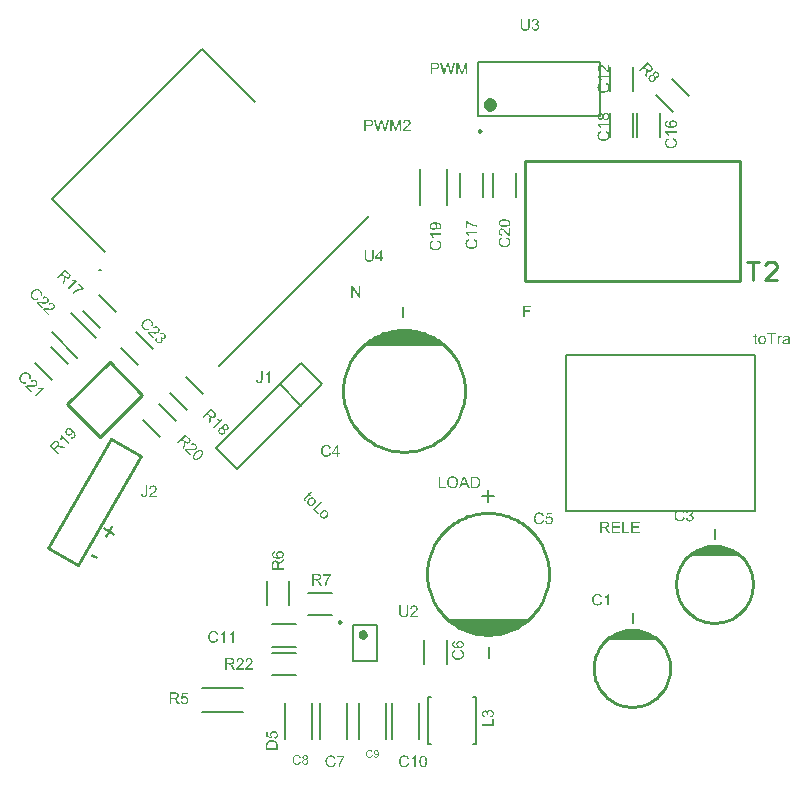
<source format=gto>
G04*
G04 #@! TF.GenerationSoftware,Altium Limited,Altium Designer,21.6.4 (81)*
G04*
G04 Layer_Color=65535*
%FSLAX24Y24*%
%MOIN*%
G70*
G04*
G04 #@! TF.SameCoordinates,91C8DFC6-6E0A-4D14-B263-8AF1C318984C*
G04*
G04*
G04 #@! TF.FilePolarity,Positive*
G04*
G01*
G75*
%ADD27C,0.0100*%
%ADD60C,0.0098*%
%ADD61C,0.0157*%
%ADD62C,0.0039*%
%ADD63C,0.0079*%
%ADD64C,0.0236*%
%ADD65C,0.0050*%
G36*
X12514Y1540D02*
X12520Y1539D01*
X12527Y1537D01*
X12535Y1534D01*
X12544Y1530D01*
X12553Y1525D01*
X12536Y1482D01*
X12536Y1483D01*
X12534Y1484D01*
X12530Y1485D01*
X12526Y1487D01*
X12521Y1489D01*
X12515Y1490D01*
X12509Y1491D01*
X12502Y1492D01*
X12500D01*
X12497Y1491D01*
X12493Y1491D01*
X12489Y1490D01*
X12484Y1488D01*
X12479Y1486D01*
X12475Y1483D01*
X12474Y1482D01*
X12472Y1481D01*
X12471Y1479D01*
X12468Y1476D01*
X12465Y1472D01*
X12462Y1468D01*
X12460Y1463D01*
X12457Y1456D01*
X12457Y1455D01*
X12456Y1452D01*
X12455Y1447D01*
X12454Y1440D01*
X12452Y1432D01*
X12451Y1423D01*
X12450Y1413D01*
X12450Y1402D01*
Y1256D01*
X12403D01*
Y1535D01*
X12445D01*
Y1493D01*
X12446Y1493D01*
X12448Y1497D01*
X12451Y1502D01*
X12455Y1508D01*
X12460Y1514D01*
X12465Y1521D01*
X12470Y1526D01*
X12475Y1531D01*
X12475Y1531D01*
X12477Y1532D01*
X12480Y1534D01*
X12484Y1536D01*
X12488Y1537D01*
X12494Y1539D01*
X12499Y1540D01*
X12505Y1541D01*
X12509D01*
X12514Y1540D01*
D02*
G37*
G36*
X12712D02*
X12720Y1540D01*
X12729Y1539D01*
X12739Y1537D01*
X12748Y1535D01*
X12757Y1532D01*
X12758Y1531D01*
X12761Y1530D01*
X12765Y1529D01*
X12770Y1526D01*
X12775Y1523D01*
X12781Y1520D01*
X12786Y1515D01*
X12790Y1511D01*
X12791Y1510D01*
X12792Y1509D01*
X12794Y1506D01*
X12796Y1503D01*
X12799Y1498D01*
X12801Y1493D01*
X12803Y1486D01*
X12805Y1479D01*
Y1479D01*
X12805Y1477D01*
X12806Y1474D01*
X12807Y1469D01*
Y1463D01*
X12807Y1456D01*
X12808Y1446D01*
Y1436D01*
Y1373D01*
Y1372D01*
Y1370D01*
Y1367D01*
Y1362D01*
Y1357D01*
Y1351D01*
X12808Y1338D01*
Y1324D01*
X12809Y1310D01*
X12809Y1304D01*
Y1298D01*
X12810Y1293D01*
X12810Y1289D01*
Y1289D01*
X12811Y1287D01*
X12812Y1283D01*
X12813Y1279D01*
X12814Y1274D01*
X12817Y1268D01*
X12819Y1262D01*
X12822Y1256D01*
X12773D01*
X12772Y1257D01*
X12772Y1259D01*
X12771Y1262D01*
X12769Y1266D01*
X12767Y1271D01*
X12766Y1277D01*
X12765Y1284D01*
X12764Y1291D01*
X12763D01*
X12763Y1290D01*
X12759Y1287D01*
X12754Y1283D01*
X12748Y1278D01*
X12739Y1273D01*
X12731Y1268D01*
X12722Y1263D01*
X12713Y1259D01*
X12712Y1258D01*
X12708Y1258D01*
X12703Y1256D01*
X12697Y1254D01*
X12689Y1253D01*
X12681Y1252D01*
X12671Y1251D01*
X12661Y1250D01*
X12656D01*
X12653Y1251D01*
X12649D01*
X12645Y1251D01*
X12635Y1253D01*
X12623Y1256D01*
X12611Y1259D01*
X12600Y1265D01*
X12590Y1272D01*
X12589Y1273D01*
X12586Y1276D01*
X12582Y1281D01*
X12578Y1288D01*
X12573Y1296D01*
X12570Y1305D01*
X12567Y1317D01*
X12566Y1323D01*
X12566Y1329D01*
Y1330D01*
Y1333D01*
X12566Y1337D01*
X12567Y1342D01*
X12568Y1348D01*
X12570Y1354D01*
X12572Y1360D01*
X12575Y1367D01*
X12575Y1367D01*
X12576Y1369D01*
X12578Y1373D01*
X12581Y1377D01*
X12585Y1381D01*
X12589Y1385D01*
X12593Y1390D01*
X12599Y1394D01*
X12600Y1394D01*
X12602Y1395D01*
X12605Y1398D01*
X12609Y1400D01*
X12614Y1402D01*
X12620Y1405D01*
X12626Y1407D01*
X12633Y1409D01*
X12634D01*
X12636Y1410D01*
X12640Y1411D01*
X12644Y1411D01*
X12650Y1413D01*
X12657Y1414D01*
X12665Y1415D01*
X12675Y1417D01*
X12676D01*
X12678Y1417D01*
X12681D01*
X12684Y1418D01*
X12689Y1418D01*
X12694Y1419D01*
X12701Y1420D01*
X12707Y1421D01*
X12721Y1424D01*
X12735Y1426D01*
X12748Y1430D01*
X12754Y1431D01*
X12759Y1433D01*
Y1434D01*
Y1435D01*
X12760Y1438D01*
Y1442D01*
Y1444D01*
Y1445D01*
Y1446D01*
Y1446D01*
Y1450D01*
X12759Y1455D01*
X12758Y1461D01*
X12757Y1468D01*
X12754Y1475D01*
X12751Y1481D01*
X12746Y1486D01*
X12746Y1486D01*
X12743Y1489D01*
X12738Y1491D01*
X12733Y1494D01*
X12725Y1497D01*
X12716Y1500D01*
X12705Y1501D01*
X12692Y1502D01*
X12687D01*
X12681Y1501D01*
X12673Y1500D01*
X12666Y1499D01*
X12657Y1497D01*
X12650Y1494D01*
X12643Y1490D01*
X12642Y1490D01*
X12640Y1488D01*
X12637Y1485D01*
X12634Y1481D01*
X12631Y1475D01*
X12627Y1468D01*
X12623Y1459D01*
X12620Y1449D01*
X12574Y1455D01*
Y1456D01*
X12575Y1456D01*
Y1458D01*
X12575Y1460D01*
X12577Y1465D01*
X12579Y1473D01*
X12582Y1480D01*
X12585Y1488D01*
X12590Y1495D01*
X12595Y1503D01*
X12595Y1503D01*
X12597Y1505D01*
X12601Y1509D01*
X12605Y1513D01*
X12611Y1518D01*
X12618Y1522D01*
X12627Y1527D01*
X12636Y1531D01*
X12637D01*
X12637Y1531D01*
X12639Y1532D01*
X12641Y1532D01*
X12647Y1534D01*
X12655Y1536D01*
X12663Y1537D01*
X12674Y1539D01*
X12686Y1540D01*
X12699Y1541D01*
X12706D01*
X12712Y1540D01*
D02*
G37*
G36*
X12356Y1595D02*
X12230D01*
Y1256D01*
X12179D01*
Y1595D01*
X12052D01*
Y1640D01*
X12356D01*
Y1595D01*
D02*
G37*
G36*
X11682Y1535D02*
X11730D01*
Y1498D01*
X11682D01*
Y1334D01*
Y1333D01*
Y1331D01*
Y1328D01*
X11683Y1324D01*
X11683Y1315D01*
X11684Y1311D01*
X11684Y1308D01*
X11685Y1307D01*
X11687Y1305D01*
X11689Y1302D01*
X11693Y1299D01*
X11694Y1299D01*
X11697Y1298D01*
X11702Y1297D01*
X11709Y1296D01*
X11714D01*
X11717Y1297D01*
X11721D01*
X11725Y1297D01*
X11730Y1298D01*
X11736Y1256D01*
X11735D01*
X11733Y1256D01*
X11729Y1255D01*
X11724Y1254D01*
X11718Y1253D01*
X11712Y1253D01*
X11700Y1252D01*
X11695D01*
X11691Y1253D01*
X11685Y1253D01*
X11679Y1254D01*
X11672Y1256D01*
X11666Y1257D01*
X11660Y1260D01*
X11659Y1261D01*
X11658Y1262D01*
X11655Y1263D01*
X11652Y1266D01*
X11649Y1269D01*
X11646Y1273D01*
X11643Y1277D01*
X11641Y1282D01*
Y1282D01*
X11639Y1284D01*
X11639Y1288D01*
X11638Y1294D01*
X11637Y1301D01*
X11636Y1305D01*
Y1310D01*
X11636Y1317D01*
X11635Y1323D01*
Y1329D01*
Y1337D01*
Y1498D01*
X11600D01*
Y1535D01*
X11635D01*
Y1604D01*
X11682Y1632D01*
Y1535D01*
D02*
G37*
G36*
X11899Y1540D02*
X11904Y1540D01*
X11909Y1539D01*
X11915Y1537D01*
X11922Y1536D01*
X11937Y1531D01*
X11945Y1529D01*
X11953Y1525D01*
X11961Y1521D01*
X11969Y1515D01*
X11976Y1510D01*
X11983Y1503D01*
X11984Y1503D01*
X11985Y1501D01*
X11986Y1499D01*
X11989Y1496D01*
X11991Y1493D01*
X11995Y1488D01*
X11998Y1482D01*
X12001Y1476D01*
X12005Y1469D01*
X12008Y1461D01*
X12011Y1453D01*
X12014Y1443D01*
X12016Y1433D01*
X12018Y1423D01*
X12019Y1411D01*
X12020Y1399D01*
Y1399D01*
Y1397D01*
Y1394D01*
Y1390D01*
X12019Y1386D01*
X12018Y1380D01*
Y1375D01*
X12017Y1369D01*
X12016Y1355D01*
X12012Y1341D01*
X12008Y1327D01*
X12003Y1314D01*
Y1314D01*
X12002Y1313D01*
X12001Y1312D01*
X12000Y1309D01*
X11996Y1304D01*
X11991Y1297D01*
X11985Y1289D01*
X11976Y1282D01*
X11967Y1274D01*
X11956Y1267D01*
X11955D01*
X11955Y1266D01*
X11953Y1265D01*
X11950Y1264D01*
X11947Y1263D01*
X11944Y1262D01*
X11936Y1258D01*
X11926Y1256D01*
X11915Y1253D01*
X11902Y1251D01*
X11889Y1250D01*
X11884D01*
X11879Y1251D01*
X11874Y1251D01*
X11869Y1252D01*
X11862Y1253D01*
X11855Y1254D01*
X11840Y1259D01*
X11832Y1262D01*
X11824Y1266D01*
X11816Y1270D01*
X11809Y1275D01*
X11801Y1281D01*
X11794Y1287D01*
X11794Y1288D01*
X11793Y1289D01*
X11791Y1291D01*
X11789Y1294D01*
X11786Y1298D01*
X11783Y1303D01*
X11780Y1308D01*
X11776Y1315D01*
X11773Y1322D01*
X11770Y1330D01*
X11767Y1339D01*
X11764Y1349D01*
X11762Y1359D01*
X11760Y1370D01*
X11759Y1383D01*
X11759Y1395D01*
Y1397D01*
Y1399D01*
X11759Y1403D01*
Y1408D01*
X11760Y1414D01*
X11761Y1422D01*
X11762Y1430D01*
X11764Y1439D01*
X11767Y1448D01*
X11769Y1457D01*
X11773Y1467D01*
X11777Y1476D01*
X11781Y1485D01*
X11788Y1494D01*
X11794Y1503D01*
X11801Y1510D01*
X11802Y1510D01*
X11803Y1511D01*
X11805Y1513D01*
X11808Y1515D01*
X11811Y1517D01*
X11816Y1520D01*
X11820Y1523D01*
X11826Y1525D01*
X11832Y1528D01*
X11839Y1531D01*
X11854Y1536D01*
X11871Y1540D01*
X11880Y1540D01*
X11889Y1541D01*
X11895D01*
X11899Y1540D01*
D02*
G37*
G36*
X-3112Y-3682D02*
X-3181Y-3751D01*
X-3147Y-3785D01*
X-3173Y-3810D01*
X-3207Y-3777D01*
X-3323Y-3893D01*
X-3323Y-3893D01*
X-3325Y-3895D01*
X-3327Y-3897D01*
X-3330Y-3900D01*
X-3336Y-3907D01*
X-3338Y-3910D01*
X-3339Y-3913D01*
X-3340Y-3914D01*
X-3340Y-3916D01*
X-3341Y-3920D01*
X-3340Y-3925D01*
X-3339Y-3926D01*
X-3338Y-3929D01*
X-3336Y-3933D01*
X-3331Y-3938D01*
X-3327Y-3942D01*
X-3325Y-3944D01*
X-3322Y-3947D01*
X-3318Y-3949D01*
X-3315Y-3952D01*
X-3340Y-3986D01*
X-3341Y-3985D01*
X-3343Y-3984D01*
X-3346Y-3982D01*
X-3350Y-3978D01*
X-3354Y-3975D01*
X-3359Y-3971D01*
X-3368Y-3963D01*
X-3371Y-3960D01*
X-3374Y-3956D01*
X-3378Y-3952D01*
X-3382Y-3947D01*
X-3385Y-3941D01*
X-3389Y-3936D01*
X-3391Y-3929D01*
Y-3929D01*
X-3391Y-3927D01*
X-3392Y-3924D01*
X-3392Y-3920D01*
Y-3916D01*
X-3392Y-3911D01*
X-3391Y-3905D01*
X-3389Y-3900D01*
X-3389Y-3900D01*
X-3388Y-3898D01*
X-3386Y-3894D01*
X-3383Y-3890D01*
X-3378Y-3884D01*
X-3376Y-3880D01*
X-3372Y-3877D01*
X-3368Y-3872D01*
X-3364Y-3867D01*
X-3360Y-3863D01*
X-3354Y-3857D01*
X-3240Y-3743D01*
X-3265Y-3719D01*
X-3239Y-3693D01*
X-3214Y-3717D01*
X-3166Y-3669D01*
X-3112Y-3682D01*
D02*
G37*
G36*
X-3114Y-3853D02*
X-3113D01*
X-3112Y-3853D01*
X-3110Y-3854D01*
X-3106Y-3854D01*
X-3102Y-3855D01*
X-3097Y-3856D01*
X-3092Y-3857D01*
X-3086Y-3859D01*
X-3080Y-3862D01*
X-3073Y-3864D01*
X-3059Y-3871D01*
X-3044Y-3881D01*
X-3037Y-3887D01*
X-3030Y-3893D01*
X-3026Y-3897D01*
X-3024Y-3900D01*
X-3021Y-3904D01*
X-3018Y-3909D01*
X-3014Y-3914D01*
X-3010Y-3920D01*
X-3003Y-3934D01*
X-2999Y-3941D01*
X-2996Y-3949D01*
X-2994Y-3958D01*
X-2992Y-3967D01*
X-2991Y-3976D01*
X-2991Y-3986D01*
Y-3987D01*
Y-3988D01*
X-2991Y-3991D01*
X-2991Y-3995D01*
X-2992Y-3999D01*
X-2993Y-4005D01*
X-2995Y-4011D01*
X-2997Y-4018D01*
X-2999Y-4025D01*
X-3003Y-4033D01*
X-3006Y-4042D01*
X-3011Y-4050D01*
X-3017Y-4059D01*
X-3023Y-4068D01*
X-3030Y-4076D01*
X-3038Y-4085D01*
X-3038Y-4086D01*
X-3040Y-4087D01*
X-3042Y-4089D01*
X-3044Y-4091D01*
X-3048Y-4094D01*
X-3052Y-4098D01*
X-3056Y-4102D01*
X-3061Y-4105D01*
X-3072Y-4114D01*
X-3084Y-4121D01*
X-3097Y-4128D01*
X-3110Y-4133D01*
X-3110Y-4134D01*
X-3111D01*
X-3113Y-4134D01*
X-3115Y-4135D01*
X-3122Y-4136D01*
X-3130Y-4137D01*
X-3141Y-4138D01*
X-3152Y-4138D01*
X-3164Y-4137D01*
X-3177Y-4134D01*
X-3177Y-4133D01*
X-3178D01*
X-3180Y-4133D01*
X-3183Y-4132D01*
X-3186Y-4131D01*
X-3189Y-4129D01*
X-3197Y-4126D01*
X-3206Y-4121D01*
X-3216Y-4115D01*
X-3226Y-4108D01*
X-3236Y-4099D01*
X-3240Y-4095D01*
X-3243Y-4091D01*
X-3246Y-4087D01*
X-3249Y-4082D01*
X-3253Y-4077D01*
X-3257Y-4071D01*
X-3264Y-4058D01*
X-3268Y-4049D01*
X-3271Y-4042D01*
X-3273Y-4033D01*
X-3275Y-4024D01*
X-3276Y-4015D01*
X-3277Y-4005D01*
Y-4004D01*
Y-4003D01*
X-3276Y-4000D01*
X-3276Y-3996D01*
X-3275Y-3991D01*
X-3274Y-3986D01*
X-3272Y-3980D01*
X-3270Y-3973D01*
X-3267Y-3966D01*
X-3263Y-3957D01*
X-3259Y-3949D01*
X-3254Y-3940D01*
X-3248Y-3931D01*
X-3242Y-3922D01*
X-3234Y-3913D01*
X-3225Y-3904D01*
X-3225Y-3903D01*
X-3223Y-3901D01*
X-3220Y-3899D01*
X-3216Y-3895D01*
X-3211Y-3891D01*
X-3205Y-3886D01*
X-3199Y-3882D01*
X-3191Y-3877D01*
X-3183Y-3872D01*
X-3174Y-3867D01*
X-3165Y-3863D01*
X-3155Y-3859D01*
X-3146Y-3856D01*
X-3135Y-3854D01*
X-3125Y-3852D01*
X-3114Y-3853D01*
D02*
G37*
G36*
X-2790Y-3993D02*
X-3029Y-4232D01*
X-2895Y-4366D01*
X-2927Y-4398D01*
X-3097Y-4228D01*
X-2826Y-3957D01*
X-2790Y-3993D01*
D02*
G37*
G36*
X-2692Y-4275D02*
X-2691D01*
X-2690Y-4276D01*
X-2687Y-4276D01*
X-2684Y-4276D01*
X-2680Y-4277D01*
X-2675Y-4278D01*
X-2670Y-4279D01*
X-2664Y-4281D01*
X-2657Y-4284D01*
X-2651Y-4287D01*
X-2637Y-4294D01*
X-2622Y-4303D01*
X-2615Y-4309D01*
X-2608Y-4315D01*
X-2604Y-4319D01*
X-2602Y-4322D01*
X-2599Y-4326D01*
X-2595Y-4331D01*
X-2592Y-4336D01*
X-2588Y-4342D01*
X-2580Y-4356D01*
X-2577Y-4363D01*
X-2574Y-4372D01*
X-2571Y-4380D01*
X-2570Y-4389D01*
X-2569Y-4398D01*
X-2568Y-4408D01*
Y-4409D01*
Y-4411D01*
X-2569Y-4413D01*
X-2569Y-4417D01*
X-2570Y-4422D01*
X-2571Y-4427D01*
X-2573Y-4434D01*
X-2575Y-4440D01*
X-2577Y-4447D01*
X-2580Y-4456D01*
X-2584Y-4464D01*
X-2589Y-4473D01*
X-2594Y-4481D01*
X-2601Y-4490D01*
X-2608Y-4498D01*
X-2616Y-4507D01*
X-2616Y-4508D01*
X-2617Y-4509D01*
X-2619Y-4511D01*
X-2622Y-4514D01*
X-2626Y-4517D01*
X-2630Y-4520D01*
X-2634Y-4524D01*
X-2639Y-4527D01*
X-2650Y-4536D01*
X-2662Y-4544D01*
X-2675Y-4551D01*
X-2688Y-4556D01*
X-2688Y-4556D01*
X-2689D01*
X-2691Y-4557D01*
X-2693Y-4557D01*
X-2700Y-4559D01*
X-2708Y-4560D01*
X-2718Y-4560D01*
X-2730Y-4560D01*
X-2742Y-4559D01*
X-2755Y-4556D01*
X-2755Y-4556D01*
X-2756D01*
X-2758Y-4555D01*
X-2761Y-4554D01*
X-2763Y-4553D01*
X-2767Y-4551D01*
X-2775Y-4548D01*
X-2783Y-4543D01*
X-2794Y-4537D01*
X-2804Y-4530D01*
X-2814Y-4521D01*
X-2818Y-4517D01*
X-2820Y-4513D01*
X-2823Y-4509D01*
X-2827Y-4505D01*
X-2830Y-4499D01*
X-2834Y-4494D01*
X-2842Y-4480D01*
X-2845Y-4472D01*
X-2849Y-4464D01*
X-2851Y-4455D01*
X-2853Y-4446D01*
X-2854Y-4437D01*
X-2854Y-4427D01*
Y-4427D01*
Y-4425D01*
X-2854Y-4422D01*
X-2853Y-4418D01*
X-2852Y-4414D01*
X-2851Y-4409D01*
X-2850Y-4402D01*
X-2847Y-4395D01*
X-2845Y-4388D01*
X-2841Y-4380D01*
X-2837Y-4371D01*
X-2832Y-4363D01*
X-2826Y-4354D01*
X-2819Y-4345D01*
X-2812Y-4335D01*
X-2803Y-4326D01*
X-2802Y-4325D01*
X-2801Y-4323D01*
X-2798Y-4321D01*
X-2794Y-4317D01*
X-2789Y-4313D01*
X-2783Y-4309D01*
X-2776Y-4304D01*
X-2768Y-4299D01*
X-2761Y-4294D01*
X-2752Y-4290D01*
X-2743Y-4285D01*
X-2733Y-4281D01*
X-2723Y-4278D01*
X-2713Y-4276D01*
X-2703Y-4275D01*
X-2692Y-4275D01*
D02*
G37*
G36*
X-10250Y-5850D02*
X-10289Y-5918D01*
X-10500Y-5796D01*
X-10461Y-5728D01*
X-10250Y-5850D01*
D02*
G37*
G36*
X-9735Y-4824D02*
X-9821Y-4975D01*
X-9671Y-5062D01*
X-9708Y-5126D01*
X-9858Y-5039D01*
X-9945Y-5190D01*
X-10009Y-5153D01*
X-9922Y-5003D01*
X-10074Y-4915D01*
X-10037Y-4851D01*
X-9885Y-4938D01*
X-9798Y-4788D01*
X-9735Y-4824D01*
D02*
G37*
G36*
X9160Y-4260D02*
X9165Y-4260D01*
X9171Y-4261D01*
X9178Y-4261D01*
X9185Y-4263D01*
X9200Y-4266D01*
X9216Y-4271D01*
X9225Y-4275D01*
X9233Y-4279D01*
X9240Y-4284D01*
X9248Y-4289D01*
X9249Y-4289D01*
X9250Y-4290D01*
X9252Y-4291D01*
X9255Y-4294D01*
X9257Y-4297D01*
X9261Y-4301D01*
X9265Y-4305D01*
X9270Y-4310D01*
X9274Y-4315D01*
X9279Y-4322D01*
X9284Y-4329D01*
X9288Y-4336D01*
X9292Y-4344D01*
X9296Y-4353D01*
X9300Y-4361D01*
X9303Y-4371D01*
X9253Y-4383D01*
Y-4382D01*
X9252Y-4381D01*
X9251Y-4379D01*
X9250Y-4376D01*
X9249Y-4373D01*
X9247Y-4369D01*
X9243Y-4360D01*
X9238Y-4350D01*
X9231Y-4340D01*
X9223Y-4330D01*
X9214Y-4322D01*
X9213Y-4321D01*
X9209Y-4319D01*
X9204Y-4316D01*
X9196Y-4312D01*
X9187Y-4309D01*
X9176Y-4305D01*
X9164Y-4303D01*
X9150Y-4303D01*
X9145D01*
X9143Y-4303D01*
X9139D01*
X9134Y-4304D01*
X9124Y-4305D01*
X9112Y-4308D01*
X9100Y-4311D01*
X9087Y-4317D01*
X9075Y-4324D01*
X9075D01*
X9074Y-4325D01*
X9070Y-4328D01*
X9065Y-4333D01*
X9059Y-4339D01*
X9052Y-4348D01*
X9045Y-4357D01*
X9039Y-4369D01*
X9034Y-4381D01*
Y-4382D01*
X9033Y-4383D01*
X9033Y-4385D01*
X9032Y-4387D01*
X9031Y-4391D01*
X9030Y-4395D01*
X9028Y-4404D01*
X9026Y-4415D01*
X9024Y-4427D01*
X9023Y-4441D01*
X9022Y-4455D01*
Y-4456D01*
Y-4457D01*
Y-4460D01*
Y-4464D01*
X9023Y-4467D01*
Y-4472D01*
X9023Y-4478D01*
X9024Y-4484D01*
X9025Y-4497D01*
X9028Y-4512D01*
X9032Y-4526D01*
X9036Y-4541D01*
Y-4541D01*
X9037Y-4542D01*
X9038Y-4544D01*
X9039Y-4547D01*
X9042Y-4553D01*
X9047Y-4561D01*
X9053Y-4570D01*
X9061Y-4580D01*
X9070Y-4588D01*
X9080Y-4596D01*
X9081D01*
X9082Y-4596D01*
X9084Y-4597D01*
X9086Y-4598D01*
X9089Y-4600D01*
X9092Y-4601D01*
X9100Y-4604D01*
X9110Y-4608D01*
X9121Y-4611D01*
X9133Y-4613D01*
X9146Y-4613D01*
X9150D01*
X9153Y-4613D01*
X9157D01*
X9161Y-4612D01*
X9171Y-4610D01*
X9183Y-4607D01*
X9194Y-4603D01*
X9206Y-4597D01*
X9213Y-4593D01*
X9218Y-4589D01*
X9219Y-4588D01*
X9219Y-4588D01*
X9221Y-4586D01*
X9223Y-4585D01*
X9225Y-4582D01*
X9228Y-4578D01*
X9231Y-4575D01*
X9234Y-4571D01*
X9238Y-4566D01*
X9241Y-4560D01*
X9245Y-4555D01*
X9248Y-4548D01*
X9251Y-4541D01*
X9254Y-4533D01*
X9256Y-4525D01*
X9259Y-4516D01*
X9310Y-4528D01*
Y-4529D01*
X9309Y-4531D01*
X9308Y-4535D01*
X9306Y-4539D01*
X9305Y-4544D01*
X9302Y-4550D01*
X9300Y-4557D01*
X9296Y-4564D01*
X9289Y-4580D01*
X9279Y-4595D01*
X9272Y-4603D01*
X9266Y-4611D01*
X9260Y-4617D01*
X9252Y-4624D01*
X9251Y-4624D01*
X9250Y-4626D01*
X9247Y-4627D01*
X9245Y-4629D01*
X9240Y-4632D01*
X9236Y-4634D01*
X9230Y-4637D01*
X9224Y-4640D01*
X9216Y-4643D01*
X9209Y-4646D01*
X9200Y-4649D01*
X9191Y-4652D01*
X9182Y-4654D01*
X9172Y-4655D01*
X9161Y-4656D01*
X9150Y-4657D01*
X9144D01*
X9140Y-4656D01*
X9135D01*
X9129Y-4656D01*
X9122Y-4654D01*
X9114Y-4653D01*
X9098Y-4651D01*
X9082Y-4646D01*
X9065Y-4640D01*
X9057Y-4636D01*
X9049Y-4632D01*
X9049Y-4631D01*
X9048Y-4631D01*
X9045Y-4629D01*
X9043Y-4627D01*
X9040Y-4624D01*
X9036Y-4621D01*
X9032Y-4617D01*
X9027Y-4613D01*
X9023Y-4608D01*
X9018Y-4603D01*
X9008Y-4590D01*
X8998Y-4575D01*
X8990Y-4558D01*
Y-4558D01*
X8989Y-4556D01*
X8988Y-4553D01*
X8987Y-4550D01*
X8986Y-4546D01*
X8984Y-4540D01*
X8982Y-4534D01*
X8980Y-4527D01*
X8978Y-4520D01*
X8976Y-4512D01*
X8973Y-4495D01*
X8971Y-4475D01*
X8970Y-4455D01*
Y-4455D01*
Y-4452D01*
Y-4449D01*
X8971Y-4445D01*
Y-4440D01*
X8971Y-4434D01*
X8972Y-4427D01*
X8973Y-4420D01*
X8976Y-4404D01*
X8979Y-4386D01*
X8985Y-4368D01*
X8993Y-4351D01*
X8993Y-4350D01*
X8994Y-4349D01*
X8995Y-4346D01*
X8997Y-4344D01*
X8999Y-4340D01*
X9002Y-4335D01*
X9009Y-4325D01*
X9019Y-4314D01*
X9030Y-4303D01*
X9043Y-4292D01*
X9058Y-4283D01*
X9058Y-4282D01*
X9060Y-4281D01*
X9062Y-4280D01*
X9065Y-4279D01*
X9069Y-4277D01*
X9074Y-4275D01*
X9079Y-4273D01*
X9085Y-4271D01*
X9092Y-4269D01*
X9099Y-4266D01*
X9115Y-4263D01*
X9133Y-4260D01*
X9151Y-4259D01*
X9156D01*
X9160Y-4260D01*
D02*
G37*
G36*
X9485Y-4265D02*
X9492Y-4266D01*
X9501Y-4268D01*
X9511Y-4270D01*
X9521Y-4274D01*
X9531Y-4278D01*
X9532D01*
X9532Y-4279D01*
X9536Y-4280D01*
X9541Y-4284D01*
X9546Y-4288D01*
X9553Y-4293D01*
X9559Y-4299D01*
X9566Y-4306D01*
X9572Y-4315D01*
X9572Y-4316D01*
X9574Y-4319D01*
X9576Y-4324D01*
X9579Y-4330D01*
X9582Y-4337D01*
X9584Y-4345D01*
X9585Y-4355D01*
X9586Y-4364D01*
Y-4365D01*
Y-4369D01*
X9585Y-4373D01*
X9584Y-4379D01*
X9583Y-4386D01*
X9580Y-4394D01*
X9577Y-4402D01*
X9572Y-4410D01*
X9572Y-4411D01*
X9570Y-4413D01*
X9567Y-4417D01*
X9562Y-4421D01*
X9557Y-4426D01*
X9550Y-4432D01*
X9542Y-4437D01*
X9533Y-4442D01*
X9533D01*
X9534Y-4442D01*
X9536Y-4443D01*
X9538Y-4444D01*
X9544Y-4446D01*
X9552Y-4449D01*
X9561Y-4454D01*
X9570Y-4459D01*
X9578Y-4466D01*
X9586Y-4475D01*
X9587Y-4476D01*
X9589Y-4479D01*
X9592Y-4485D01*
X9595Y-4492D01*
X9599Y-4501D01*
X9602Y-4511D01*
X9604Y-4523D01*
X9605Y-4537D01*
Y-4537D01*
Y-4539D01*
Y-4542D01*
X9604Y-4545D01*
X9604Y-4550D01*
X9603Y-4555D01*
X9602Y-4560D01*
X9600Y-4566D01*
X9596Y-4580D01*
X9593Y-4587D01*
X9589Y-4593D01*
X9585Y-4601D01*
X9580Y-4608D01*
X9574Y-4615D01*
X9568Y-4622D01*
X9567Y-4622D01*
X9566Y-4623D01*
X9564Y-4625D01*
X9561Y-4627D01*
X9558Y-4630D01*
X9553Y-4633D01*
X9548Y-4636D01*
X9542Y-4639D01*
X9536Y-4642D01*
X9529Y-4646D01*
X9522Y-4648D01*
X9513Y-4651D01*
X9504Y-4653D01*
X9495Y-4655D01*
X9486Y-4656D01*
X9475Y-4657D01*
X9470D01*
X9467Y-4656D01*
X9462Y-4656D01*
X9457Y-4655D01*
X9452Y-4654D01*
X9446Y-4653D01*
X9432Y-4649D01*
X9418Y-4644D01*
X9411Y-4641D01*
X9405Y-4637D01*
X9398Y-4632D01*
X9391Y-4627D01*
X9391Y-4626D01*
X9390Y-4625D01*
X9388Y-4623D01*
X9386Y-4621D01*
X9383Y-4618D01*
X9381Y-4614D01*
X9377Y-4611D01*
X9374Y-4606D01*
X9371Y-4600D01*
X9367Y-4595D01*
X9361Y-4581D01*
X9356Y-4566D01*
X9355Y-4557D01*
X9354Y-4548D01*
X9401Y-4542D01*
Y-4543D01*
X9401Y-4544D01*
X9402Y-4546D01*
X9402Y-4549D01*
X9403Y-4552D01*
X9404Y-4556D01*
X9407Y-4565D01*
X9411Y-4575D01*
X9416Y-4584D01*
X9421Y-4593D01*
X9428Y-4601D01*
X9429Y-4601D01*
X9431Y-4603D01*
X9436Y-4606D01*
X9441Y-4609D01*
X9448Y-4612D01*
X9456Y-4615D01*
X9466Y-4617D01*
X9476Y-4618D01*
X9479D01*
X9481Y-4617D01*
X9487Y-4617D01*
X9495Y-4615D01*
X9504Y-4612D01*
X9513Y-4608D01*
X9523Y-4603D01*
X9532Y-4595D01*
X9533Y-4594D01*
X9536Y-4591D01*
X9539Y-4586D01*
X9543Y-4579D01*
X9548Y-4571D01*
X9551Y-4561D01*
X9554Y-4550D01*
X9555Y-4538D01*
Y-4537D01*
Y-4536D01*
Y-4535D01*
X9554Y-4532D01*
X9554Y-4526D01*
X9552Y-4519D01*
X9550Y-4510D01*
X9546Y-4501D01*
X9541Y-4492D01*
X9533Y-4484D01*
X9532Y-4483D01*
X9529Y-4481D01*
X9525Y-4477D01*
X9519Y-4474D01*
X9511Y-4470D01*
X9502Y-4466D01*
X9491Y-4464D01*
X9479Y-4463D01*
X9474D01*
X9471Y-4464D01*
X9466Y-4464D01*
X9460Y-4465D01*
X9453Y-4466D01*
X9446Y-4468D01*
X9452Y-4426D01*
X9455D01*
X9457Y-4427D01*
X9464D01*
X9470Y-4426D01*
X9477Y-4425D01*
X9486Y-4423D01*
X9495Y-4420D01*
X9504Y-4416D01*
X9513Y-4411D01*
X9514D01*
X9514Y-4411D01*
X9517Y-4409D01*
X9521Y-4405D01*
X9526Y-4400D01*
X9530Y-4392D01*
X9534Y-4384D01*
X9537Y-4375D01*
X9538Y-4369D01*
Y-4363D01*
Y-4363D01*
Y-4362D01*
Y-4359D01*
X9537Y-4354D01*
X9536Y-4348D01*
X9533Y-4341D01*
X9531Y-4334D01*
X9526Y-4327D01*
X9520Y-4320D01*
X9519Y-4320D01*
X9517Y-4318D01*
X9513Y-4315D01*
X9508Y-4311D01*
X9501Y-4309D01*
X9493Y-4306D01*
X9484Y-4304D01*
X9474Y-4303D01*
X9470D01*
X9465Y-4304D01*
X9458Y-4305D01*
X9451Y-4308D01*
X9444Y-4310D01*
X9436Y-4315D01*
X9429Y-4320D01*
X9428Y-4321D01*
X9426Y-4324D01*
X9423Y-4328D01*
X9419Y-4333D01*
X9415Y-4340D01*
X9411Y-4349D01*
X9408Y-4360D01*
X9406Y-4372D01*
X9359Y-4364D01*
Y-4363D01*
X9359Y-4361D01*
X9360Y-4359D01*
X9360Y-4356D01*
X9361Y-4352D01*
X9363Y-4348D01*
X9366Y-4337D01*
X9372Y-4325D01*
X9378Y-4313D01*
X9387Y-4301D01*
X9397Y-4290D01*
X9398Y-4290D01*
X9399Y-4289D01*
X9401Y-4288D01*
X9403Y-4286D01*
X9406Y-4284D01*
X9410Y-4282D01*
X9413Y-4280D01*
X9418Y-4277D01*
X9430Y-4273D01*
X9442Y-4268D01*
X9457Y-4265D01*
X9465Y-4264D01*
X9479D01*
X9485Y-4265D01*
D02*
G37*
G36*
X6410Y-7060D02*
X6415Y-7060D01*
X6421Y-7061D01*
X6428Y-7061D01*
X6435Y-7063D01*
X6450Y-7066D01*
X6466Y-7071D01*
X6475Y-7075D01*
X6483Y-7079D01*
X6490Y-7084D01*
X6498Y-7089D01*
X6499Y-7089D01*
X6500Y-7090D01*
X6502Y-7091D01*
X6505Y-7094D01*
X6507Y-7097D01*
X6511Y-7101D01*
X6515Y-7105D01*
X6520Y-7110D01*
X6524Y-7115D01*
X6529Y-7122D01*
X6534Y-7129D01*
X6538Y-7136D01*
X6542Y-7144D01*
X6546Y-7153D01*
X6550Y-7161D01*
X6553Y-7171D01*
X6503Y-7183D01*
Y-7182D01*
X6503Y-7181D01*
X6501Y-7179D01*
X6500Y-7176D01*
X6499Y-7173D01*
X6497Y-7169D01*
X6493Y-7160D01*
X6488Y-7150D01*
X6481Y-7140D01*
X6473Y-7130D01*
X6464Y-7122D01*
X6463Y-7121D01*
X6459Y-7119D01*
X6454Y-7116D01*
X6446Y-7112D01*
X6437Y-7109D01*
X6426Y-7105D01*
X6414Y-7103D01*
X6400Y-7103D01*
X6395D01*
X6393Y-7103D01*
X6389D01*
X6384Y-7104D01*
X6374Y-7105D01*
X6362Y-7108D01*
X6350Y-7111D01*
X6337Y-7117D01*
X6325Y-7124D01*
X6325D01*
X6324Y-7125D01*
X6320Y-7128D01*
X6315Y-7133D01*
X6309Y-7139D01*
X6302Y-7148D01*
X6295Y-7157D01*
X6289Y-7169D01*
X6284Y-7181D01*
Y-7182D01*
X6283Y-7183D01*
X6283Y-7185D01*
X6282Y-7187D01*
X6281Y-7191D01*
X6280Y-7195D01*
X6278Y-7204D01*
X6276Y-7215D01*
X6274Y-7227D01*
X6273Y-7241D01*
X6272Y-7255D01*
Y-7256D01*
Y-7257D01*
Y-7260D01*
Y-7264D01*
X6273Y-7267D01*
Y-7272D01*
X6273Y-7278D01*
X6274Y-7284D01*
X6276Y-7297D01*
X6278Y-7312D01*
X6282Y-7326D01*
X6286Y-7341D01*
Y-7341D01*
X6287Y-7342D01*
X6288Y-7344D01*
X6289Y-7347D01*
X6292Y-7353D01*
X6297Y-7361D01*
X6303Y-7370D01*
X6311Y-7380D01*
X6320Y-7388D01*
X6330Y-7396D01*
X6331D01*
X6332Y-7396D01*
X6334Y-7397D01*
X6336Y-7398D01*
X6339Y-7399D01*
X6342Y-7401D01*
X6350Y-7404D01*
X6360Y-7408D01*
X6371Y-7411D01*
X6383Y-7413D01*
X6396Y-7413D01*
X6400D01*
X6403Y-7413D01*
X6407D01*
X6411Y-7412D01*
X6421Y-7410D01*
X6433Y-7407D01*
X6444Y-7403D01*
X6456Y-7397D01*
X6463Y-7393D01*
X6468Y-7389D01*
X6469Y-7388D01*
X6469Y-7388D01*
X6471Y-7386D01*
X6473Y-7385D01*
X6475Y-7382D01*
X6478Y-7378D01*
X6481Y-7375D01*
X6484Y-7371D01*
X6488Y-7366D01*
X6491Y-7360D01*
X6495Y-7355D01*
X6498Y-7348D01*
X6501Y-7341D01*
X6504Y-7333D01*
X6506Y-7325D01*
X6509Y-7316D01*
X6560Y-7328D01*
Y-7329D01*
X6559Y-7331D01*
X6558Y-7335D01*
X6556Y-7339D01*
X6555Y-7344D01*
X6552Y-7350D01*
X6550Y-7357D01*
X6546Y-7364D01*
X6539Y-7380D01*
X6529Y-7395D01*
X6522Y-7403D01*
X6516Y-7411D01*
X6510Y-7417D01*
X6502Y-7424D01*
X6501Y-7424D01*
X6500Y-7426D01*
X6497Y-7427D01*
X6495Y-7429D01*
X6490Y-7432D01*
X6486Y-7434D01*
X6480Y-7437D01*
X6474Y-7440D01*
X6466Y-7443D01*
X6459Y-7446D01*
X6450Y-7449D01*
X6441Y-7452D01*
X6432Y-7454D01*
X6422Y-7455D01*
X6411Y-7456D01*
X6400Y-7457D01*
X6394D01*
X6390Y-7456D01*
X6385D01*
X6379Y-7456D01*
X6372Y-7454D01*
X6364Y-7453D01*
X6348Y-7451D01*
X6332Y-7446D01*
X6315Y-7440D01*
X6307Y-7436D01*
X6299Y-7432D01*
X6299Y-7431D01*
X6298Y-7431D01*
X6295Y-7429D01*
X6293Y-7427D01*
X6290Y-7424D01*
X6286Y-7421D01*
X6282Y-7417D01*
X6277Y-7413D01*
X6273Y-7408D01*
X6268Y-7403D01*
X6258Y-7390D01*
X6248Y-7375D01*
X6240Y-7358D01*
Y-7358D01*
X6239Y-7356D01*
X6238Y-7353D01*
X6237Y-7350D01*
X6236Y-7346D01*
X6234Y-7340D01*
X6232Y-7334D01*
X6230Y-7327D01*
X6228Y-7320D01*
X6226Y-7312D01*
X6223Y-7295D01*
X6221Y-7275D01*
X6220Y-7255D01*
Y-7255D01*
Y-7252D01*
Y-7249D01*
X6221Y-7245D01*
Y-7240D01*
X6221Y-7234D01*
X6222Y-7227D01*
X6223Y-7220D01*
X6226Y-7204D01*
X6229Y-7186D01*
X6235Y-7168D01*
X6243Y-7151D01*
X6243Y-7150D01*
X6244Y-7149D01*
X6245Y-7146D01*
X6247Y-7144D01*
X6249Y-7140D01*
X6252Y-7135D01*
X6259Y-7125D01*
X6269Y-7114D01*
X6280Y-7103D01*
X6293Y-7092D01*
X6308Y-7083D01*
X6308Y-7082D01*
X6310Y-7081D01*
X6312Y-7080D01*
X6315Y-7079D01*
X6319Y-7077D01*
X6324Y-7075D01*
X6329Y-7073D01*
X6335Y-7071D01*
X6342Y-7069D01*
X6349Y-7066D01*
X6365Y-7063D01*
X6383Y-7060D01*
X6401Y-7059D01*
X6406D01*
X6410Y-7060D01*
D02*
G37*
G36*
X6781Y-7450D02*
X6733D01*
Y-7150D01*
X6733Y-7150D01*
X6730Y-7153D01*
X6727Y-7156D01*
X6721Y-7160D01*
X6715Y-7165D01*
X6707Y-7170D01*
X6698Y-7176D01*
X6688Y-7182D01*
X6688D01*
X6687Y-7183D01*
X6684Y-7185D01*
X6678Y-7188D01*
X6672Y-7191D01*
X6664Y-7195D01*
X6656Y-7199D01*
X6647Y-7203D01*
X6639Y-7206D01*
Y-7161D01*
X6640D01*
X6641Y-7160D01*
X6643Y-7159D01*
X6646Y-7158D01*
X6649Y-7156D01*
X6653Y-7154D01*
X6662Y-7148D01*
X6673Y-7142D01*
X6685Y-7134D01*
X6696Y-7125D01*
X6708Y-7116D01*
X6708Y-7115D01*
X6709Y-7115D01*
X6711Y-7113D01*
X6713Y-7111D01*
X6718Y-7106D01*
X6724Y-7099D01*
X6731Y-7091D01*
X6738Y-7083D01*
X6744Y-7074D01*
X6750Y-7064D01*
X6781D01*
Y-7450D01*
D02*
G37*
G36*
X-2626Y-2102D02*
X-2621Y-2102D01*
X-2615Y-2103D01*
X-2609Y-2104D01*
X-2602Y-2105D01*
X-2587Y-2109D01*
X-2570Y-2114D01*
X-2562Y-2117D01*
X-2554Y-2121D01*
X-2546Y-2126D01*
X-2539Y-2131D01*
X-2538Y-2131D01*
X-2537Y-2132D01*
X-2535Y-2133D01*
X-2532Y-2136D01*
X-2529Y-2139D01*
X-2525Y-2143D01*
X-2521Y-2147D01*
X-2517Y-2152D01*
X-2512Y-2157D01*
X-2508Y-2164D01*
X-2503Y-2171D01*
X-2499Y-2178D01*
X-2495Y-2186D01*
X-2490Y-2195D01*
X-2487Y-2203D01*
X-2484Y-2213D01*
X-2534Y-2225D01*
Y-2225D01*
X-2534Y-2223D01*
X-2535Y-2221D01*
X-2536Y-2218D01*
X-2537Y-2215D01*
X-2539Y-2211D01*
X-2544Y-2202D01*
X-2549Y-2192D01*
X-2556Y-2182D01*
X-2564Y-2172D01*
X-2573Y-2164D01*
X-2574Y-2163D01*
X-2577Y-2161D01*
X-2583Y-2158D01*
X-2590Y-2154D01*
X-2600Y-2151D01*
X-2610Y-2147D01*
X-2623Y-2145D01*
X-2637Y-2145D01*
X-2641D01*
X-2644Y-2145D01*
X-2648D01*
X-2652Y-2146D01*
X-2663Y-2147D01*
X-2675Y-2150D01*
X-2687Y-2153D01*
X-2700Y-2159D01*
X-2711Y-2166D01*
X-2712D01*
X-2712Y-2167D01*
X-2716Y-2170D01*
X-2721Y-2175D01*
X-2727Y-2181D01*
X-2734Y-2190D01*
X-2741Y-2199D01*
X-2747Y-2211D01*
X-2753Y-2223D01*
Y-2224D01*
X-2753Y-2225D01*
X-2754Y-2227D01*
X-2754Y-2230D01*
X-2756Y-2233D01*
X-2757Y-2237D01*
X-2758Y-2246D01*
X-2761Y-2257D01*
X-2763Y-2269D01*
X-2764Y-2283D01*
X-2764Y-2297D01*
Y-2298D01*
Y-2299D01*
Y-2302D01*
Y-2306D01*
X-2764Y-2309D01*
Y-2314D01*
X-2763Y-2320D01*
X-2763Y-2326D01*
X-2761Y-2339D01*
X-2758Y-2354D01*
X-2755Y-2368D01*
X-2751Y-2383D01*
Y-2383D01*
X-2750Y-2384D01*
X-2749Y-2386D01*
X-2748Y-2389D01*
X-2744Y-2395D01*
X-2739Y-2403D01*
X-2733Y-2412D01*
X-2726Y-2422D01*
X-2717Y-2430D01*
X-2706Y-2438D01*
X-2706D01*
X-2705Y-2438D01*
X-2703Y-2439D01*
X-2701Y-2440D01*
X-2698Y-2442D01*
X-2695Y-2443D01*
X-2687Y-2447D01*
X-2677Y-2450D01*
X-2666Y-2453D01*
X-2653Y-2455D01*
X-2641Y-2455D01*
X-2637D01*
X-2633Y-2455D01*
X-2630D01*
X-2626Y-2454D01*
X-2616Y-2452D01*
X-2604Y-2449D01*
X-2592Y-2445D01*
X-2580Y-2439D01*
X-2574Y-2435D01*
X-2569Y-2431D01*
X-2568Y-2430D01*
X-2567Y-2430D01*
X-2566Y-2428D01*
X-2564Y-2427D01*
X-2561Y-2424D01*
X-2559Y-2420D01*
X-2555Y-2417D01*
X-2552Y-2413D01*
X-2549Y-2408D01*
X-2545Y-2402D01*
X-2542Y-2397D01*
X-2539Y-2390D01*
X-2536Y-2383D01*
X-2533Y-2375D01*
X-2530Y-2367D01*
X-2528Y-2358D01*
X-2477Y-2370D01*
Y-2371D01*
X-2478Y-2373D01*
X-2479Y-2377D01*
X-2480Y-2381D01*
X-2482Y-2386D01*
X-2484Y-2392D01*
X-2487Y-2399D01*
X-2490Y-2406D01*
X-2498Y-2422D01*
X-2508Y-2437D01*
X-2514Y-2445D01*
X-2520Y-2453D01*
X-2527Y-2459D01*
X-2535Y-2466D01*
X-2535Y-2466D01*
X-2536Y-2468D01*
X-2539Y-2469D01*
X-2542Y-2471D01*
X-2546Y-2474D01*
X-2551Y-2476D01*
X-2557Y-2479D01*
X-2563Y-2482D01*
X-2570Y-2485D01*
X-2578Y-2488D01*
X-2586Y-2491D01*
X-2595Y-2494D01*
X-2605Y-2496D01*
X-2615Y-2497D01*
X-2625Y-2498D01*
X-2636Y-2499D01*
X-2642D01*
X-2647Y-2498D01*
X-2652D01*
X-2658Y-2498D01*
X-2665Y-2496D01*
X-2672Y-2495D01*
X-2688Y-2493D01*
X-2705Y-2488D01*
X-2722Y-2482D01*
X-2729Y-2478D01*
X-2737Y-2474D01*
X-2738Y-2473D01*
X-2739Y-2473D01*
X-2741Y-2471D01*
X-2743Y-2469D01*
X-2747Y-2466D01*
X-2751Y-2463D01*
X-2755Y-2459D01*
X-2759Y-2455D01*
X-2764Y-2450D01*
X-2769Y-2445D01*
X-2779Y-2432D01*
X-2788Y-2417D01*
X-2797Y-2400D01*
Y-2400D01*
X-2798Y-2398D01*
X-2798Y-2395D01*
X-2800Y-2392D01*
X-2801Y-2388D01*
X-2803Y-2382D01*
X-2805Y-2376D01*
X-2807Y-2369D01*
X-2808Y-2362D01*
X-2811Y-2354D01*
X-2813Y-2337D01*
X-2816Y-2317D01*
X-2817Y-2297D01*
Y-2297D01*
Y-2294D01*
Y-2291D01*
X-2816Y-2287D01*
Y-2282D01*
X-2816Y-2276D01*
X-2815Y-2269D01*
X-2814Y-2262D01*
X-2811Y-2246D01*
X-2807Y-2228D01*
X-2802Y-2210D01*
X-2794Y-2193D01*
X-2793Y-2192D01*
X-2793Y-2191D01*
X-2792Y-2188D01*
X-2789Y-2186D01*
X-2787Y-2182D01*
X-2784Y-2177D01*
X-2777Y-2167D01*
X-2768Y-2156D01*
X-2757Y-2145D01*
X-2744Y-2134D01*
X-2729Y-2125D01*
X-2728Y-2124D01*
X-2727Y-2124D01*
X-2725Y-2122D01*
X-2722Y-2121D01*
X-2717Y-2119D01*
X-2713Y-2117D01*
X-2707Y-2115D01*
X-2701Y-2113D01*
X-2695Y-2111D01*
X-2687Y-2109D01*
X-2672Y-2105D01*
X-2654Y-2102D01*
X-2636Y-2101D01*
X-2630D01*
X-2626Y-2102D01*
D02*
G37*
G36*
X-2236Y-2357D02*
X-2183D01*
Y-2400D01*
X-2236D01*
Y-2492D01*
X-2283D01*
Y-2400D01*
X-2450D01*
Y-2357D01*
X-2274Y-2108D01*
X-2236D01*
Y-2357D01*
D02*
G37*
G36*
X4472Y-4352D02*
X4477Y-4352D01*
X4483Y-4353D01*
X4489Y-4354D01*
X4496Y-4355D01*
X4511Y-4359D01*
X4528Y-4364D01*
X4536Y-4367D01*
X4544Y-4371D01*
X4551Y-4376D01*
X4559Y-4381D01*
X4560Y-4381D01*
X4561Y-4382D01*
X4563Y-4383D01*
X4566Y-4386D01*
X4569Y-4389D01*
X4573Y-4393D01*
X4576Y-4397D01*
X4581Y-4402D01*
X4585Y-4407D01*
X4590Y-4414D01*
X4595Y-4421D01*
X4599Y-4428D01*
X4603Y-4436D01*
X4607Y-4445D01*
X4611Y-4453D01*
X4614Y-4463D01*
X4564Y-4475D01*
Y-4475D01*
X4564Y-4473D01*
X4563Y-4471D01*
X4561Y-4468D01*
X4560Y-4465D01*
X4559Y-4461D01*
X4554Y-4452D01*
X4549Y-4442D01*
X4542Y-4432D01*
X4534Y-4422D01*
X4525Y-4414D01*
X4524Y-4413D01*
X4520Y-4411D01*
X4515Y-4408D01*
X4508Y-4404D01*
X4498Y-4401D01*
X4488Y-4397D01*
X4475Y-4395D01*
X4461Y-4395D01*
X4457D01*
X4454Y-4395D01*
X4450D01*
X4445Y-4396D01*
X4435Y-4397D01*
X4423Y-4400D01*
X4411Y-4403D01*
X4398Y-4409D01*
X4387Y-4416D01*
X4386D01*
X4385Y-4417D01*
X4382Y-4420D01*
X4377Y-4425D01*
X4371Y-4431D01*
X4363Y-4440D01*
X4357Y-4449D01*
X4351Y-4461D01*
X4345Y-4473D01*
Y-4474D01*
X4344Y-4475D01*
X4344Y-4477D01*
X4343Y-4480D01*
X4342Y-4483D01*
X4341Y-4487D01*
X4339Y-4496D01*
X4337Y-4507D01*
X4335Y-4519D01*
X4334Y-4533D01*
X4333Y-4547D01*
Y-4548D01*
Y-4549D01*
Y-4552D01*
Y-4556D01*
X4334Y-4559D01*
Y-4564D01*
X4334Y-4570D01*
X4335Y-4576D01*
X4337Y-4589D01*
X4339Y-4604D01*
X4343Y-4618D01*
X4347Y-4633D01*
Y-4633D01*
X4348Y-4634D01*
X4349Y-4636D01*
X4350Y-4639D01*
X4353Y-4645D01*
X4358Y-4653D01*
X4364Y-4662D01*
X4372Y-4672D01*
X4381Y-4680D01*
X4392Y-4688D01*
X4392D01*
X4393Y-4688D01*
X4395Y-4689D01*
X4397Y-4690D01*
X4400Y-4692D01*
X4403Y-4693D01*
X4411Y-4697D01*
X4421Y-4700D01*
X4432Y-4703D01*
X4444Y-4705D01*
X4457Y-4705D01*
X4461D01*
X4464Y-4705D01*
X4468D01*
X4472Y-4704D01*
X4482Y-4702D01*
X4494Y-4699D01*
X4505Y-4695D01*
X4518Y-4689D01*
X4524Y-4685D01*
X4529Y-4681D01*
X4530Y-4680D01*
X4530Y-4680D01*
X4532Y-4678D01*
X4534Y-4677D01*
X4536Y-4674D01*
X4539Y-4670D01*
X4543Y-4667D01*
X4545Y-4663D01*
X4549Y-4658D01*
X4553Y-4652D01*
X4556Y-4647D01*
X4559Y-4640D01*
X4562Y-4633D01*
X4565Y-4625D01*
X4568Y-4617D01*
X4570Y-4608D01*
X4621Y-4620D01*
Y-4621D01*
X4620Y-4623D01*
X4619Y-4627D01*
X4617Y-4631D01*
X4616Y-4636D01*
X4614Y-4642D01*
X4611Y-4649D01*
X4607Y-4656D01*
X4600Y-4672D01*
X4590Y-4687D01*
X4584Y-4695D01*
X4578Y-4703D01*
X4571Y-4709D01*
X4563Y-4716D01*
X4563Y-4717D01*
X4561Y-4718D01*
X4559Y-4719D01*
X4556Y-4721D01*
X4551Y-4724D01*
X4547Y-4726D01*
X4541Y-4729D01*
X4535Y-4732D01*
X4528Y-4735D01*
X4520Y-4738D01*
X4511Y-4741D01*
X4503Y-4744D01*
X4493Y-4746D01*
X4483Y-4747D01*
X4473Y-4748D01*
X4462Y-4749D01*
X4455D01*
X4451Y-4748D01*
X4446D01*
X4440Y-4748D01*
X4433Y-4746D01*
X4425Y-4745D01*
X4409Y-4743D01*
X4393Y-4738D01*
X4376Y-4732D01*
X4368Y-4728D01*
X4361Y-4724D01*
X4360Y-4723D01*
X4359Y-4723D01*
X4357Y-4721D01*
X4354Y-4719D01*
X4351Y-4717D01*
X4347Y-4713D01*
X4343Y-4709D01*
X4338Y-4705D01*
X4334Y-4700D01*
X4329Y-4695D01*
X4319Y-4682D01*
X4309Y-4667D01*
X4301Y-4650D01*
Y-4650D01*
X4300Y-4648D01*
X4299Y-4645D01*
X4298Y-4642D01*
X4297Y-4638D01*
X4295Y-4632D01*
X4293Y-4626D01*
X4291Y-4619D01*
X4289Y-4612D01*
X4287Y-4604D01*
X4284Y-4587D01*
X4282Y-4567D01*
X4281Y-4547D01*
Y-4547D01*
Y-4544D01*
Y-4541D01*
X4282Y-4537D01*
Y-4532D01*
X4282Y-4526D01*
X4283Y-4519D01*
X4284Y-4512D01*
X4287Y-4496D01*
X4291Y-4478D01*
X4296Y-4460D01*
X4304Y-4443D01*
X4304Y-4442D01*
X4305Y-4441D01*
X4306Y-4438D01*
X4308Y-4436D01*
X4311Y-4432D01*
X4313Y-4427D01*
X4321Y-4417D01*
X4330Y-4406D01*
X4341Y-4395D01*
X4354Y-4384D01*
X4369Y-4375D01*
X4369Y-4374D01*
X4371Y-4374D01*
X4373Y-4372D01*
X4376Y-4371D01*
X4381Y-4369D01*
X4385Y-4367D01*
X4390Y-4365D01*
X4397Y-4363D01*
X4403Y-4361D01*
X4410Y-4359D01*
X4426Y-4355D01*
X4444Y-4352D01*
X4462Y-4351D01*
X4468D01*
X4472Y-4352D01*
D02*
G37*
G36*
X4901Y-4408D02*
X4747D01*
X4726Y-4512D01*
X4727Y-4511D01*
X4728Y-4511D01*
X4730Y-4509D01*
X4732Y-4508D01*
X4736Y-4506D01*
X4740Y-4504D01*
X4748Y-4500D01*
X4760Y-4495D01*
X4772Y-4491D01*
X4785Y-4488D01*
X4792Y-4487D01*
X4804D01*
X4807Y-4488D01*
X4812Y-4488D01*
X4817Y-4489D01*
X4822Y-4490D01*
X4828Y-4492D01*
X4842Y-4496D01*
X4849Y-4498D01*
X4856Y-4502D01*
X4863Y-4506D01*
X4871Y-4511D01*
X4877Y-4516D01*
X4884Y-4522D01*
X4884Y-4523D01*
X4886Y-4524D01*
X4887Y-4526D01*
X4889Y-4528D01*
X4892Y-4532D01*
X4895Y-4536D01*
X4898Y-4541D01*
X4902Y-4547D01*
X4904Y-4553D01*
X4908Y-4559D01*
X4911Y-4567D01*
X4913Y-4575D01*
X4916Y-4583D01*
X4917Y-4593D01*
X4918Y-4602D01*
X4919Y-4612D01*
Y-4613D01*
Y-4614D01*
Y-4617D01*
X4918Y-4621D01*
X4918Y-4625D01*
X4917Y-4630D01*
X4916Y-4637D01*
X4915Y-4643D01*
X4912Y-4657D01*
X4906Y-4672D01*
X4903Y-4680D01*
X4898Y-4687D01*
X4894Y-4695D01*
X4888Y-4702D01*
X4888Y-4703D01*
X4887Y-4704D01*
X4884Y-4707D01*
X4882Y-4709D01*
X4878Y-4713D01*
X4873Y-4717D01*
X4868Y-4721D01*
X4862Y-4725D01*
X4855Y-4730D01*
X4847Y-4734D01*
X4839Y-4738D01*
X4830Y-4741D01*
X4821Y-4744D01*
X4810Y-4746D01*
X4799Y-4748D01*
X4787Y-4749D01*
X4782D01*
X4778Y-4748D01*
X4774Y-4748D01*
X4769Y-4747D01*
X4763Y-4746D01*
X4757Y-4745D01*
X4743Y-4741D01*
X4729Y-4736D01*
X4722Y-4733D01*
X4715Y-4729D01*
X4708Y-4725D01*
X4701Y-4720D01*
X4701Y-4719D01*
X4700Y-4719D01*
X4699Y-4717D01*
X4696Y-4714D01*
X4694Y-4712D01*
X4691Y-4708D01*
X4687Y-4704D01*
X4685Y-4699D01*
X4681Y-4694D01*
X4678Y-4688D01*
X4672Y-4674D01*
X4667Y-4659D01*
X4665Y-4650D01*
X4664Y-4642D01*
X4714Y-4638D01*
Y-4638D01*
Y-4639D01*
X4714Y-4641D01*
X4715Y-4644D01*
X4716Y-4650D01*
X4718Y-4658D01*
X4722Y-4667D01*
X4726Y-4676D01*
X4732Y-4684D01*
X4738Y-4692D01*
X4740Y-4693D01*
X4742Y-4695D01*
X4746Y-4698D01*
X4752Y-4701D01*
X4759Y-4704D01*
X4767Y-4707D01*
X4777Y-4709D01*
X4787Y-4710D01*
X4791D01*
X4793Y-4709D01*
X4800Y-4709D01*
X4807Y-4707D01*
X4817Y-4704D01*
X4826Y-4699D01*
X4836Y-4693D01*
X4841Y-4689D01*
X4845Y-4684D01*
X4846Y-4684D01*
X4846Y-4683D01*
X4847Y-4682D01*
X4849Y-4680D01*
X4853Y-4674D01*
X4857Y-4666D01*
X4861Y-4657D01*
X4865Y-4645D01*
X4868Y-4631D01*
X4869Y-4624D01*
Y-4616D01*
Y-4615D01*
Y-4614D01*
Y-4612D01*
X4868Y-4609D01*
Y-4606D01*
X4868Y-4602D01*
X4866Y-4593D01*
X4863Y-4583D01*
X4859Y-4572D01*
X4854Y-4562D01*
X4846Y-4553D01*
Y-4552D01*
X4845Y-4552D01*
X4842Y-4549D01*
X4837Y-4545D01*
X4831Y-4541D01*
X4822Y-4537D01*
X4812Y-4533D01*
X4800Y-4530D01*
X4793Y-4529D01*
X4783D01*
X4778Y-4529D01*
X4773Y-4530D01*
X4766Y-4532D01*
X4760Y-4533D01*
X4752Y-4536D01*
X4745Y-4539D01*
X4745Y-4540D01*
X4742Y-4541D01*
X4739Y-4544D01*
X4735Y-4547D01*
X4730Y-4551D01*
X4726Y-4556D01*
X4721Y-4561D01*
X4717Y-4567D01*
X4672Y-4561D01*
X4710Y-4363D01*
X4901D01*
Y-4408D01*
D02*
G37*
G36*
X-4382Y-11639D02*
X-4378Y-11640D01*
X-4373Y-11640D01*
X-4367Y-11641D01*
X-4361Y-11643D01*
X-4346Y-11646D01*
X-4331Y-11651D01*
X-4323Y-11655D01*
X-4316Y-11659D01*
X-4308Y-11664D01*
X-4301Y-11669D01*
X-4301Y-11670D01*
X-4299Y-11671D01*
X-4297Y-11673D01*
X-4294Y-11676D01*
X-4291Y-11680D01*
X-4286Y-11684D01*
X-4282Y-11690D01*
X-4278Y-11696D01*
X-4274Y-11702D01*
X-4270Y-11710D01*
X-4266Y-11719D01*
X-4262Y-11727D01*
X-4259Y-11737D01*
X-4257Y-11747D01*
X-4255Y-11759D01*
X-4255Y-11770D01*
Y-11775D01*
X-4255Y-11779D01*
X-4256Y-11783D01*
X-4256Y-11788D01*
X-4257Y-11795D01*
X-4259Y-11801D01*
X-4262Y-11815D01*
X-4267Y-11828D01*
X-4270Y-11836D01*
X-4274Y-11843D01*
X-4279Y-11850D01*
X-4284Y-11856D01*
X-4284Y-11857D01*
X-4285Y-11858D01*
X-4287Y-11859D01*
X-4289Y-11861D01*
X-4292Y-11864D01*
X-4295Y-11867D01*
X-4300Y-11870D01*
X-4305Y-11873D01*
X-4310Y-11876D01*
X-4316Y-11880D01*
X-4329Y-11886D01*
X-4345Y-11891D01*
X-4353Y-11892D01*
X-4362Y-11893D01*
X-4366Y-11844D01*
X-4365D01*
X-4364D01*
X-4362Y-11843D01*
X-4360Y-11843D01*
X-4353Y-11841D01*
X-4345Y-11839D01*
X-4337Y-11836D01*
X-4327Y-11831D01*
X-4319Y-11826D01*
X-4311Y-11819D01*
X-4311Y-11818D01*
X-4308Y-11816D01*
X-4306Y-11811D01*
X-4302Y-11805D01*
X-4299Y-11798D01*
X-4296Y-11790D01*
X-4294Y-11781D01*
X-4293Y-11770D01*
Y-11767D01*
X-4294Y-11765D01*
X-4295Y-11758D01*
X-4297Y-11750D01*
X-4300Y-11741D01*
X-4304Y-11731D01*
X-4311Y-11721D01*
X-4315Y-11717D01*
X-4319Y-11712D01*
X-4320Y-11712D01*
X-4320Y-11711D01*
X-4322Y-11710D01*
X-4323Y-11709D01*
X-4330Y-11705D01*
X-4337Y-11700D01*
X-4347Y-11696D01*
X-4358Y-11692D01*
X-4372Y-11690D01*
X-4380Y-11689D01*
X-4387D01*
X-4388D01*
X-4389D01*
X-4391D01*
X-4394Y-11689D01*
X-4397D01*
X-4401Y-11690D01*
X-4410Y-11691D01*
X-4421Y-11694D01*
X-4431Y-11698D01*
X-4441Y-11704D01*
X-4451Y-11711D01*
X-4451D01*
X-4452Y-11712D01*
X-4454Y-11715D01*
X-4458Y-11720D01*
X-4463Y-11727D01*
X-4467Y-11736D01*
X-4471Y-11746D01*
X-4473Y-11757D01*
X-4474Y-11764D01*
Y-11775D01*
X-4474Y-11779D01*
X-4473Y-11785D01*
X-4472Y-11791D01*
X-4470Y-11798D01*
X-4467Y-11805D01*
X-4464Y-11812D01*
X-4463Y-11813D01*
X-4462Y-11815D01*
X-4459Y-11818D01*
X-4457Y-11823D01*
X-4453Y-11827D01*
X-4448Y-11832D01*
X-4443Y-11837D01*
X-4437Y-11841D01*
X-4443Y-11885D01*
X-4640Y-11848D01*
Y-11657D01*
X-4595D01*
Y-11811D01*
X-4492Y-11831D01*
X-4492Y-11831D01*
X-4493Y-11830D01*
X-4494Y-11828D01*
X-4496Y-11825D01*
X-4497Y-11822D01*
X-4499Y-11818D01*
X-4504Y-11809D01*
X-4508Y-11798D01*
X-4512Y-11786D01*
X-4515Y-11772D01*
X-4516Y-11766D01*
Y-11754D01*
X-4515Y-11750D01*
X-4515Y-11746D01*
X-4514Y-11741D01*
X-4513Y-11735D01*
X-4512Y-11729D01*
X-4508Y-11716D01*
X-4505Y-11709D01*
X-4501Y-11701D01*
X-4497Y-11694D01*
X-4493Y-11687D01*
X-4487Y-11680D01*
X-4481Y-11674D01*
X-4481Y-11673D01*
X-4479Y-11672D01*
X-4478Y-11670D01*
X-4475Y-11668D01*
X-4471Y-11665D01*
X-4467Y-11663D01*
X-4462Y-11659D01*
X-4457Y-11656D01*
X-4451Y-11653D01*
X-4444Y-11650D01*
X-4436Y-11647D01*
X-4428Y-11644D01*
X-4420Y-11642D01*
X-4411Y-11640D01*
X-4401Y-11639D01*
X-4391Y-11639D01*
X-4391D01*
X-4389D01*
X-4386D01*
X-4382Y-11639D01*
D02*
G37*
G36*
X-4444Y-11944D02*
X-4439D01*
X-4429Y-11945D01*
X-4417Y-11947D01*
X-4404Y-11948D01*
X-4391Y-11951D01*
X-4377Y-11954D01*
X-4377D01*
X-4376Y-11955D01*
X-4374Y-11956D01*
X-4372Y-11956D01*
X-4366Y-11958D01*
X-4358Y-11962D01*
X-4349Y-11965D01*
X-4340Y-11969D01*
X-4331Y-11975D01*
X-4322Y-11981D01*
X-4321Y-11981D01*
X-4318Y-11983D01*
X-4314Y-11987D01*
X-4309Y-11991D01*
X-4303Y-11996D01*
X-4298Y-12002D01*
X-4292Y-12008D01*
X-4287Y-12015D01*
X-4286Y-12017D01*
X-4285Y-12019D01*
X-4282Y-12023D01*
X-4280Y-12028D01*
X-4276Y-12035D01*
X-4274Y-12043D01*
X-4270Y-12052D01*
X-4267Y-12062D01*
Y-12063D01*
X-4267Y-12064D01*
X-4266Y-12066D01*
X-4266Y-12072D01*
X-4265Y-12079D01*
X-4264Y-12088D01*
X-4262Y-12099D01*
X-4262Y-12110D01*
X-4261Y-12123D01*
Y-12261D01*
X-4645D01*
Y-12114D01*
X-4645Y-12104D01*
X-4644Y-12093D01*
X-4643Y-12082D01*
X-4641Y-12070D01*
X-4640Y-12061D01*
Y-12060D01*
X-4639Y-12059D01*
Y-12058D01*
X-4638Y-12055D01*
X-4636Y-12049D01*
X-4634Y-12042D01*
X-4630Y-12033D01*
X-4625Y-12023D01*
X-4619Y-12014D01*
X-4612Y-12005D01*
X-4612Y-12004D01*
X-4611Y-12004D01*
X-4609Y-12002D01*
X-4608Y-12000D01*
X-4602Y-11994D01*
X-4594Y-11988D01*
X-4585Y-11981D01*
X-4574Y-11973D01*
X-4561Y-11966D01*
X-4547Y-11959D01*
X-4546D01*
X-4545Y-11959D01*
X-4543Y-11958D01*
X-4539Y-11957D01*
X-4535Y-11956D01*
X-4531Y-11954D01*
X-4526Y-11953D01*
X-4520Y-11952D01*
X-4514Y-11950D01*
X-4507Y-11949D01*
X-4491Y-11946D01*
X-4474Y-11944D01*
X-4455Y-11944D01*
X-4454D01*
X-4453D01*
X-4451D01*
X-4448D01*
X-4444Y-11944D01*
D02*
G37*
G36*
X-8600Y-3717D02*
Y-3718D01*
Y-3720D01*
Y-3722D01*
Y-3725D01*
X-8601Y-3730D01*
Y-3734D01*
X-8602Y-3745D01*
X-8603Y-3757D01*
X-8605Y-3770D01*
X-8609Y-3781D01*
X-8612Y-3792D01*
Y-3793D01*
X-8613Y-3793D01*
X-8615Y-3797D01*
X-8617Y-3801D01*
X-8621Y-3807D01*
X-8627Y-3813D01*
X-8633Y-3820D01*
X-8641Y-3827D01*
X-8650Y-3832D01*
X-8651Y-3833D01*
X-8654Y-3835D01*
X-8659Y-3837D01*
X-8666Y-3839D01*
X-8675Y-3842D01*
X-8685Y-3844D01*
X-8696Y-3846D01*
X-8708Y-3846D01*
X-8713D01*
X-8717Y-3846D01*
X-8721Y-3845D01*
X-8726Y-3845D01*
X-8737Y-3842D01*
X-8750Y-3839D01*
X-8762Y-3834D01*
X-8769Y-3831D01*
X-8775Y-3827D01*
X-8781Y-3822D01*
X-8786Y-3817D01*
X-8787Y-3817D01*
X-8787Y-3816D01*
X-8788Y-3814D01*
X-8790Y-3812D01*
X-8792Y-3809D01*
X-8794Y-3805D01*
X-8797Y-3801D01*
X-8799Y-3796D01*
X-8802Y-3790D01*
X-8804Y-3783D01*
X-8806Y-3777D01*
X-8808Y-3769D01*
X-8809Y-3761D01*
X-8811Y-3751D01*
X-8812Y-3742D01*
Y-3731D01*
X-8766Y-3725D01*
Y-3725D01*
Y-3726D01*
Y-3729D01*
X-8765Y-3732D01*
X-8765Y-3735D01*
Y-3739D01*
X-8763Y-3749D01*
X-8761Y-3758D01*
X-8758Y-3768D01*
X-8755Y-3777D01*
X-8752Y-3781D01*
X-8750Y-3785D01*
X-8749Y-3785D01*
X-8747Y-3787D01*
X-8743Y-3790D01*
X-8739Y-3792D01*
X-8733Y-3796D01*
X-8726Y-3798D01*
X-8718Y-3800D01*
X-8709Y-3801D01*
X-8706D01*
X-8702Y-3800D01*
X-8697Y-3800D01*
X-8692Y-3798D01*
X-8687Y-3797D01*
X-8681Y-3795D01*
X-8676Y-3792D01*
X-8675Y-3792D01*
X-8673Y-3791D01*
X-8671Y-3788D01*
X-8668Y-3786D01*
X-8665Y-3782D01*
X-8662Y-3778D01*
X-8659Y-3774D01*
X-8657Y-3768D01*
Y-3768D01*
X-8656Y-3766D01*
X-8655Y-3762D01*
X-8654Y-3757D01*
X-8653Y-3750D01*
X-8652Y-3742D01*
X-8651Y-3732D01*
Y-3720D01*
Y-3455D01*
X-8600D01*
Y-3717D01*
D02*
G37*
G36*
X-8400Y-3454D02*
X-8395Y-3455D01*
X-8390Y-3455D01*
X-8384Y-3457D01*
X-8378Y-3458D01*
X-8363Y-3462D01*
X-8349Y-3467D01*
X-8342Y-3470D01*
X-8334Y-3474D01*
X-8328Y-3479D01*
X-8322Y-3485D01*
X-8321Y-3485D01*
X-8320Y-3486D01*
X-8319Y-3488D01*
X-8317Y-3490D01*
X-8314Y-3493D01*
X-8311Y-3497D01*
X-8308Y-3501D01*
X-8305Y-3506D01*
X-8299Y-3517D01*
X-8294Y-3530D01*
X-8292Y-3537D01*
X-8291Y-3544D01*
X-8289Y-3552D01*
X-8289Y-3560D01*
Y-3561D01*
Y-3564D01*
X-8289Y-3569D01*
X-8290Y-3575D01*
X-8291Y-3581D01*
X-8293Y-3589D01*
X-8296Y-3598D01*
X-8299Y-3606D01*
X-8299Y-3607D01*
X-8301Y-3610D01*
X-8303Y-3614D01*
X-8306Y-3620D01*
X-8311Y-3627D01*
X-8316Y-3635D01*
X-8323Y-3644D01*
X-8331Y-3653D01*
X-8332Y-3654D01*
X-8334Y-3657D01*
X-8337Y-3660D01*
X-8340Y-3663D01*
X-8343Y-3666D01*
X-8348Y-3671D01*
X-8352Y-3675D01*
X-8358Y-3680D01*
X-8363Y-3686D01*
X-8370Y-3692D01*
X-8377Y-3698D01*
X-8385Y-3705D01*
X-8394Y-3712D01*
X-8403Y-3720D01*
X-8403Y-3721D01*
X-8404Y-3722D01*
X-8407Y-3724D01*
X-8409Y-3726D01*
X-8413Y-3729D01*
X-8417Y-3732D01*
X-8425Y-3740D01*
X-8435Y-3748D01*
X-8444Y-3756D01*
X-8451Y-3763D01*
X-8455Y-3766D01*
X-8458Y-3769D01*
X-8458Y-3770D01*
X-8460Y-3771D01*
X-8462Y-3773D01*
X-8465Y-3777D01*
X-8468Y-3781D01*
X-8471Y-3785D01*
X-8478Y-3794D01*
X-8288D01*
Y-3840D01*
X-8543D01*
Y-3839D01*
Y-3837D01*
Y-3833D01*
X-8543Y-3829D01*
X-8542Y-3824D01*
X-8541Y-3818D01*
X-8540Y-3813D01*
X-8538Y-3807D01*
Y-3806D01*
X-8537Y-3806D01*
X-8536Y-3802D01*
X-8534Y-3797D01*
X-8530Y-3791D01*
X-8526Y-3783D01*
X-8520Y-3774D01*
X-8514Y-3765D01*
X-8506Y-3756D01*
Y-3755D01*
X-8505Y-3755D01*
X-8503Y-3751D01*
X-8498Y-3746D01*
X-8490Y-3739D01*
X-8482Y-3731D01*
X-8471Y-3721D01*
X-8459Y-3710D01*
X-8445Y-3698D01*
X-8444Y-3697D01*
X-8442Y-3696D01*
X-8439Y-3693D01*
X-8435Y-3690D01*
X-8430Y-3685D01*
X-8424Y-3680D01*
X-8418Y-3675D01*
X-8410Y-3669D01*
X-8397Y-3655D01*
X-8383Y-3642D01*
X-8376Y-3635D01*
X-8370Y-3629D01*
X-8364Y-3623D01*
X-8360Y-3616D01*
Y-3616D01*
X-8359Y-3615D01*
X-8358Y-3614D01*
X-8357Y-3611D01*
X-8353Y-3605D01*
X-8348Y-3598D01*
X-8344Y-3589D01*
X-8340Y-3580D01*
X-8338Y-3569D01*
X-8337Y-3559D01*
Y-3559D01*
Y-3558D01*
X-8338Y-3555D01*
X-8338Y-3549D01*
X-8340Y-3543D01*
X-8342Y-3535D01*
X-8346Y-3528D01*
X-8351Y-3520D01*
X-8358Y-3512D01*
X-8359Y-3511D01*
X-8362Y-3509D01*
X-8365Y-3506D01*
X-8372Y-3502D01*
X-8379Y-3499D01*
X-8388Y-3495D01*
X-8399Y-3493D01*
X-8410Y-3493D01*
X-8414D01*
X-8416Y-3493D01*
X-8423Y-3494D01*
X-8430Y-3495D01*
X-8439Y-3498D01*
X-8448Y-3502D01*
X-8457Y-3507D01*
X-8465Y-3513D01*
X-8466Y-3514D01*
X-8469Y-3517D01*
X-8472Y-3522D01*
X-8475Y-3528D01*
X-8479Y-3536D01*
X-8483Y-3546D01*
X-8485Y-3557D01*
X-8486Y-3570D01*
X-8534Y-3565D01*
Y-3564D01*
X-8534Y-3563D01*
Y-3560D01*
X-8533Y-3556D01*
X-8532Y-3551D01*
X-8531Y-3546D01*
X-8529Y-3540D01*
X-8528Y-3534D01*
X-8523Y-3521D01*
X-8516Y-3508D01*
X-8513Y-3501D01*
X-8508Y-3494D01*
X-8503Y-3488D01*
X-8497Y-3483D01*
X-8496Y-3482D01*
X-8495Y-3482D01*
X-8494Y-3480D01*
X-8491Y-3478D01*
X-8488Y-3476D01*
X-8484Y-3474D01*
X-8479Y-3471D01*
X-8474Y-3468D01*
X-8468Y-3465D01*
X-8461Y-3463D01*
X-8454Y-3460D01*
X-8446Y-3458D01*
X-8438Y-3457D01*
X-8429Y-3455D01*
X-8419Y-3454D01*
X-8409Y-3454D01*
X-8404D01*
X-8400Y-3454D01*
D02*
G37*
G36*
X7807Y-4703D02*
X7580D01*
Y-4821D01*
X7792D01*
Y-4866D01*
X7580D01*
Y-4997D01*
X7815D01*
Y-5042D01*
X7529D01*
Y-4658D01*
X7807D01*
Y-4703D01*
D02*
G37*
G36*
X7278Y-4997D02*
X7467D01*
Y-5042D01*
X7227D01*
Y-4658D01*
X7278D01*
Y-4997D01*
D02*
G37*
G36*
X7150Y-4703D02*
X6923D01*
Y-4821D01*
X7136D01*
Y-4866D01*
X6923D01*
Y-4997D01*
X7159D01*
Y-5042D01*
X6872D01*
Y-4658D01*
X7150D01*
Y-4703D01*
D02*
G37*
G36*
X6667Y-4659D02*
X6672D01*
X6684Y-4659D01*
X6696Y-4661D01*
X6709Y-4662D01*
X6722Y-4665D01*
X6728Y-4667D01*
X6733Y-4669D01*
X6733D01*
X6734Y-4669D01*
X6737Y-4671D01*
X6742Y-4673D01*
X6748Y-4677D01*
X6755Y-4682D01*
X6762Y-4688D01*
X6769Y-4696D01*
X6775Y-4705D01*
Y-4706D01*
X6776Y-4706D01*
X6778Y-4710D01*
X6780Y-4715D01*
X6784Y-4722D01*
X6786Y-4731D01*
X6789Y-4741D01*
X6791Y-4751D01*
X6791Y-4763D01*
Y-4763D01*
Y-4765D01*
Y-4767D01*
X6791Y-4770D01*
Y-4773D01*
X6790Y-4777D01*
X6788Y-4787D01*
X6785Y-4798D01*
X6780Y-4809D01*
X6774Y-4821D01*
X6769Y-4827D01*
X6765Y-4832D01*
X6764Y-4833D01*
X6764Y-4833D01*
X6762Y-4835D01*
X6760Y-4837D01*
X6757Y-4839D01*
X6754Y-4841D01*
X6749Y-4844D01*
X6745Y-4847D01*
X6739Y-4850D01*
X6733Y-4853D01*
X6727Y-4856D01*
X6719Y-4859D01*
X6711Y-4861D01*
X6703Y-4864D01*
X6693Y-4866D01*
X6683Y-4867D01*
X6684Y-4868D01*
X6687Y-4869D01*
X6690Y-4871D01*
X6694Y-4873D01*
X6704Y-4879D01*
X6709Y-4883D01*
X6714Y-4887D01*
X6715Y-4888D01*
X6718Y-4891D01*
X6722Y-4895D01*
X6728Y-4900D01*
X6734Y-4908D01*
X6741Y-4917D01*
X6748Y-4927D01*
X6756Y-4938D01*
X6822Y-5042D01*
X6759D01*
X6708Y-4962D01*
Y-4962D01*
X6707Y-4960D01*
X6706Y-4959D01*
X6704Y-4957D01*
X6700Y-4950D01*
X6695Y-4943D01*
X6689Y-4934D01*
X6683Y-4925D01*
X6677Y-4917D01*
X6672Y-4909D01*
X6671Y-4909D01*
X6669Y-4907D01*
X6667Y-4903D01*
X6663Y-4899D01*
X6654Y-4891D01*
X6650Y-4887D01*
X6646Y-4884D01*
X6645Y-4883D01*
X6644Y-4883D01*
X6642Y-4882D01*
X6638Y-4880D01*
X6635Y-4878D01*
X6631Y-4877D01*
X6622Y-4874D01*
X6622D01*
X6621Y-4873D01*
X6618D01*
X6616Y-4873D01*
X6612Y-4872D01*
X6607D01*
X6601Y-4872D01*
X6536D01*
Y-5042D01*
X6485D01*
Y-4658D01*
X6663D01*
X6667Y-4659D01*
D02*
G37*
G36*
X-1057Y4173D02*
Y4173D01*
Y4171D01*
Y4168D01*
Y4164D01*
X-1057Y4159D01*
Y4153D01*
X-1058Y4147D01*
X-1059Y4140D01*
X-1060Y4125D01*
X-1062Y4110D01*
X-1066Y4095D01*
X-1068Y4087D01*
X-1070Y4081D01*
Y4080D01*
X-1071Y4079D01*
X-1072Y4077D01*
X-1073Y4075D01*
X-1076Y4069D01*
X-1081Y4061D01*
X-1088Y4052D01*
X-1096Y4043D01*
X-1106Y4034D01*
X-1118Y4026D01*
X-1119D01*
X-1120Y4025D01*
X-1121Y4024D01*
X-1124Y4022D01*
X-1127Y4021D01*
X-1132Y4019D01*
X-1136Y4017D01*
X-1142Y4015D01*
X-1148Y4013D01*
X-1155Y4011D01*
X-1162Y4010D01*
X-1170Y4008D01*
X-1178Y4007D01*
X-1187Y4006D01*
X-1207Y4005D01*
X-1212D01*
X-1216Y4005D01*
X-1221D01*
X-1226Y4006D01*
X-1232Y4006D01*
X-1238Y4007D01*
X-1252Y4009D01*
X-1267Y4012D01*
X-1282Y4017D01*
X-1296Y4023D01*
X-1296D01*
X-1297Y4024D01*
X-1299Y4025D01*
X-1301Y4026D01*
X-1307Y4031D01*
X-1314Y4037D01*
X-1323Y4045D01*
X-1331Y4053D01*
X-1338Y4065D01*
X-1344Y4077D01*
Y4077D01*
X-1345Y4078D01*
X-1346Y4081D01*
X-1347Y4083D01*
X-1348Y4087D01*
X-1349Y4091D01*
X-1351Y4096D01*
X-1352Y4102D01*
X-1353Y4109D01*
X-1354Y4116D01*
X-1356Y4124D01*
X-1357Y4132D01*
X-1358Y4142D01*
X-1358Y4152D01*
X-1359Y4162D01*
Y4173D01*
Y4395D01*
X-1308D01*
Y4173D01*
Y4173D01*
Y4171D01*
Y4168D01*
Y4165D01*
X-1307Y4161D01*
Y4156D01*
X-1307Y4146D01*
X-1306Y4133D01*
X-1304Y4121D01*
X-1302Y4110D01*
X-1301Y4105D01*
X-1299Y4100D01*
X-1298Y4098D01*
X-1297Y4096D01*
X-1294Y4092D01*
X-1291Y4086D01*
X-1287Y4081D01*
X-1282Y4075D01*
X-1275Y4068D01*
X-1267Y4063D01*
X-1266Y4063D01*
X-1263Y4061D01*
X-1258Y4060D01*
X-1252Y4057D01*
X-1244Y4055D01*
X-1234Y4053D01*
X-1223Y4051D01*
X-1212Y4051D01*
X-1206D01*
X-1203Y4051D01*
X-1198D01*
X-1193Y4052D01*
X-1181Y4054D01*
X-1167Y4057D01*
X-1155Y4061D01*
X-1142Y4067D01*
X-1137Y4071D01*
X-1132Y4076D01*
X-1131Y4076D01*
X-1131Y4077D01*
X-1130Y4078D01*
X-1128Y4081D01*
X-1126Y4084D01*
X-1124Y4087D01*
X-1122Y4092D01*
X-1120Y4097D01*
X-1117Y4103D01*
X-1116Y4111D01*
X-1114Y4119D01*
X-1112Y4128D01*
X-1110Y4138D01*
X-1109Y4148D01*
X-1108Y4161D01*
Y4173D01*
Y4395D01*
X-1057D01*
Y4173D01*
D02*
G37*
G36*
X-793Y4147D02*
X-741D01*
Y4103D01*
X-793D01*
Y4011D01*
X-840D01*
Y4103D01*
X-1008D01*
Y4147D01*
X-832Y4395D01*
X-793D01*
Y4147D01*
D02*
G37*
G36*
X4340Y12096D02*
X4347Y12095D01*
X4356Y12093D01*
X4366Y12090D01*
X4376Y12087D01*
X4386Y12082D01*
X4386D01*
X4387Y12082D01*
X4390Y12080D01*
X4395Y12077D01*
X4401Y12073D01*
X4408Y12067D01*
X4414Y12061D01*
X4421Y12054D01*
X4426Y12046D01*
X4427Y12045D01*
X4429Y12042D01*
X4431Y12037D01*
X4434Y12031D01*
X4436Y12023D01*
X4439Y12015D01*
X4440Y12006D01*
X4441Y11996D01*
Y11995D01*
Y11992D01*
X4440Y11987D01*
X4439Y11981D01*
X4437Y11974D01*
X4435Y11966D01*
X4431Y11959D01*
X4427Y11951D01*
X4426Y11950D01*
X4425Y11947D01*
X4421Y11944D01*
X4417Y11939D01*
X4411Y11934D01*
X4405Y11929D01*
X4397Y11924D01*
X4388Y11919D01*
X4388D01*
X4389Y11918D01*
X4391Y11917D01*
X4393Y11917D01*
X4399Y11915D01*
X4407Y11911D01*
X4416Y11907D01*
X4425Y11901D01*
X4433Y11894D01*
X4441Y11886D01*
X4441Y11885D01*
X4444Y11881D01*
X4447Y11876D01*
X4450Y11869D01*
X4454Y11860D01*
X4457Y11849D01*
X4459Y11837D01*
X4460Y11824D01*
Y11823D01*
Y11821D01*
Y11819D01*
X4459Y11815D01*
X4459Y11811D01*
X4457Y11806D01*
X4456Y11800D01*
X4455Y11794D01*
X4451Y11781D01*
X4447Y11774D01*
X4444Y11767D01*
X4440Y11760D01*
X4435Y11753D01*
X4429Y11745D01*
X4423Y11739D01*
X4422Y11738D01*
X4421Y11737D01*
X4419Y11735D01*
X4416Y11733D01*
X4413Y11730D01*
X4408Y11728D01*
X4403Y11724D01*
X4397Y11722D01*
X4391Y11718D01*
X4384Y11715D01*
X4376Y11712D01*
X4368Y11709D01*
X4359Y11707D01*
X4350Y11705D01*
X4340Y11704D01*
X4330Y11704D01*
X4325D01*
X4321Y11704D01*
X4317Y11705D01*
X4312Y11705D01*
X4307Y11707D01*
X4300Y11708D01*
X4287Y11711D01*
X4273Y11717D01*
X4266Y11720D01*
X4259Y11724D01*
X4253Y11729D01*
X4246Y11734D01*
X4245Y11734D01*
X4244Y11735D01*
X4243Y11737D01*
X4241Y11739D01*
X4238Y11742D01*
X4235Y11746D01*
X4232Y11750D01*
X4229Y11755D01*
X4225Y11760D01*
X4222Y11766D01*
X4216Y11779D01*
X4211Y11795D01*
X4209Y11803D01*
X4208Y11812D01*
X4255Y11818D01*
Y11818D01*
X4256Y11816D01*
X4257Y11814D01*
X4257Y11811D01*
X4258Y11808D01*
X4259Y11804D01*
X4262Y11796D01*
X4265Y11786D01*
X4270Y11777D01*
X4276Y11768D01*
X4283Y11760D01*
X4284Y11759D01*
X4286Y11757D01*
X4290Y11754D01*
X4296Y11752D01*
X4303Y11748D01*
X4311Y11745D01*
X4320Y11743D01*
X4330Y11743D01*
X4334D01*
X4336Y11743D01*
X4342Y11744D01*
X4350Y11745D01*
X4359Y11748D01*
X4368Y11752D01*
X4378Y11758D01*
X4386Y11765D01*
X4388Y11767D01*
X4390Y11770D01*
X4394Y11775D01*
X4398Y11782D01*
X4403Y11790D01*
X4406Y11799D01*
X4409Y11810D01*
X4410Y11823D01*
Y11823D01*
Y11824D01*
Y11826D01*
X4409Y11828D01*
X4409Y11834D01*
X4407Y11841D01*
X4405Y11850D01*
X4401Y11859D01*
X4395Y11868D01*
X4388Y11876D01*
X4387Y11878D01*
X4384Y11880D01*
X4380Y11883D01*
X4374Y11887D01*
X4366Y11891D01*
X4356Y11894D01*
X4346Y11896D01*
X4334Y11897D01*
X4329D01*
X4325Y11897D01*
X4320Y11896D01*
X4315Y11895D01*
X4308Y11894D01*
X4301Y11893D01*
X4307Y11934D01*
X4309D01*
X4312Y11934D01*
X4319D01*
X4325Y11935D01*
X4332Y11936D01*
X4340Y11937D01*
X4350Y11940D01*
X4359Y11944D01*
X4368Y11949D01*
X4369D01*
X4369Y11950D01*
X4372Y11952D01*
X4376Y11956D01*
X4380Y11961D01*
X4385Y11968D01*
X4389Y11976D01*
X4391Y11986D01*
X4393Y11991D01*
Y11997D01*
Y11998D01*
Y11999D01*
Y12002D01*
X4391Y12006D01*
X4390Y12012D01*
X4388Y12019D01*
X4385Y12026D01*
X4381Y12033D01*
X4375Y12040D01*
X4374Y12041D01*
X4371Y12043D01*
X4368Y12046D01*
X4363Y12049D01*
X4356Y12052D01*
X4348Y12055D01*
X4339Y12057D01*
X4329Y12057D01*
X4325D01*
X4320Y12056D01*
X4313Y12055D01*
X4306Y12053D01*
X4299Y12050D01*
X4291Y12046D01*
X4284Y12040D01*
X4283Y12040D01*
X4281Y12037D01*
X4278Y12033D01*
X4274Y12027D01*
X4270Y12020D01*
X4266Y12011D01*
X4263Y12001D01*
X4260Y11989D01*
X4213Y11997D01*
Y11997D01*
X4214Y11999D01*
X4214Y12001D01*
X4215Y12005D01*
X4216Y12009D01*
X4218Y12013D01*
X4221Y12023D01*
X4227Y12036D01*
X4233Y12048D01*
X4242Y12060D01*
X4252Y12070D01*
X4253Y12071D01*
X4254Y12071D01*
X4255Y12072D01*
X4258Y12074D01*
X4260Y12076D01*
X4264Y12078D01*
X4268Y12081D01*
X4273Y12083D01*
X4284Y12088D01*
X4297Y12092D01*
X4312Y12095D01*
X4320Y12096D01*
X4334D01*
X4340Y12096D01*
D02*
G37*
G36*
X4142Y11873D02*
Y11872D01*
Y11870D01*
Y11867D01*
Y11863D01*
X4142Y11858D01*
Y11853D01*
X4141Y11846D01*
X4141Y11839D01*
X4139Y11824D01*
X4137Y11809D01*
X4133Y11794D01*
X4131Y11787D01*
X4129Y11780D01*
Y11779D01*
X4128Y11778D01*
X4127Y11777D01*
X4126Y11774D01*
X4123Y11768D01*
X4118Y11760D01*
X4111Y11752D01*
X4103Y11743D01*
X4093Y11733D01*
X4081Y11725D01*
X4081D01*
X4080Y11724D01*
X4078Y11723D01*
X4075Y11722D01*
X4072Y11720D01*
X4067Y11718D01*
X4063Y11717D01*
X4057Y11714D01*
X4051Y11712D01*
X4045Y11710D01*
X4037Y11709D01*
X4029Y11707D01*
X4021Y11706D01*
X4012Y11705D01*
X3992Y11704D01*
X3987D01*
X3983Y11704D01*
X3979D01*
X3973Y11705D01*
X3967Y11705D01*
X3961Y11706D01*
X3947Y11708D01*
X3932Y11712D01*
X3917Y11716D01*
X3904Y11722D01*
X3903D01*
X3902Y11723D01*
X3900Y11724D01*
X3898Y11725D01*
X3892Y11730D01*
X3885Y11736D01*
X3876Y11744D01*
X3869Y11753D01*
X3861Y11764D01*
X3855Y11776D01*
Y11777D01*
X3854Y11778D01*
X3854Y11780D01*
X3853Y11783D01*
X3851Y11786D01*
X3850Y11790D01*
X3849Y11795D01*
X3848Y11801D01*
X3846Y11808D01*
X3845Y11815D01*
X3844Y11823D01*
X3843Y11831D01*
X3841Y11841D01*
X3841Y11851D01*
X3840Y11861D01*
Y11873D01*
Y12095D01*
X3891D01*
Y11873D01*
Y11872D01*
Y11870D01*
Y11868D01*
Y11864D01*
X3892Y11860D01*
Y11855D01*
X3892Y11845D01*
X3894Y11833D01*
X3895Y11820D01*
X3897Y11809D01*
X3899Y11804D01*
X3900Y11799D01*
X3901Y11798D01*
X3902Y11795D01*
X3905Y11791D01*
X3908Y11785D01*
X3912Y11780D01*
X3917Y11774D01*
X3924Y11768D01*
X3932Y11763D01*
X3933Y11762D01*
X3936Y11760D01*
X3941Y11759D01*
X3947Y11757D01*
X3955Y11754D01*
X3965Y11752D01*
X3976Y11750D01*
X3987Y11750D01*
X3993D01*
X3996Y11750D01*
X4001D01*
X4006Y11751D01*
X4018Y11753D01*
X4032Y11756D01*
X4045Y11760D01*
X4057Y11767D01*
X4062Y11770D01*
X4067Y11775D01*
X4068Y11775D01*
X4068Y11776D01*
X4070Y11778D01*
X4071Y11780D01*
X4073Y11783D01*
X4075Y11787D01*
X4077Y11791D01*
X4080Y11796D01*
X4082Y11803D01*
X4083Y11810D01*
X4086Y11818D01*
X4087Y11827D01*
X4089Y11837D01*
X4090Y11848D01*
X4091Y11860D01*
Y11873D01*
Y12095D01*
X4142D01*
Y11873D01*
D02*
G37*
G36*
X94Y-7677D02*
Y-7678D01*
Y-7680D01*
Y-7683D01*
Y-7687D01*
X94Y-7692D01*
Y-7697D01*
X93Y-7704D01*
X93Y-7711D01*
X91Y-7726D01*
X89Y-7741D01*
X85Y-7756D01*
X83Y-7764D01*
X81Y-7770D01*
Y-7771D01*
X80Y-7772D01*
X79Y-7773D01*
X78Y-7776D01*
X75Y-7782D01*
X70Y-7790D01*
X63Y-7798D01*
X55Y-7807D01*
X45Y-7817D01*
X33Y-7825D01*
X33D01*
X31Y-7826D01*
X30Y-7827D01*
X27Y-7828D01*
X24Y-7830D01*
X19Y-7832D01*
X15Y-7833D01*
X9Y-7836D01*
X3Y-7838D01*
X-4Y-7840D01*
X-11Y-7841D01*
X-19Y-7843D01*
X-27Y-7844D01*
X-36Y-7845D01*
X-56Y-7846D01*
X-61D01*
X-65Y-7846D01*
X-70D01*
X-75Y-7845D01*
X-81Y-7845D01*
X-87Y-7844D01*
X-101Y-7842D01*
X-116Y-7838D01*
X-131Y-7834D01*
X-144Y-7828D01*
X-145D01*
X-146Y-7827D01*
X-148Y-7826D01*
X-150Y-7825D01*
X-156Y-7820D01*
X-163Y-7814D01*
X-172Y-7806D01*
X-179Y-7797D01*
X-187Y-7786D01*
X-193Y-7774D01*
Y-7773D01*
X-194Y-7772D01*
X-194Y-7770D01*
X-196Y-7767D01*
X-197Y-7764D01*
X-198Y-7760D01*
X-199Y-7755D01*
X-201Y-7749D01*
X-202Y-7742D01*
X-203Y-7735D01*
X-204Y-7727D01*
X-206Y-7719D01*
X-207Y-7709D01*
X-207Y-7699D01*
X-208Y-7689D01*
Y-7677D01*
Y-7455D01*
X-157D01*
Y-7677D01*
Y-7678D01*
Y-7680D01*
Y-7682D01*
Y-7686D01*
X-156Y-7690D01*
Y-7695D01*
X-156Y-7705D01*
X-154Y-7717D01*
X-153Y-7730D01*
X-151Y-7741D01*
X-149Y-7746D01*
X-148Y-7751D01*
X-147Y-7752D01*
X-146Y-7755D01*
X-143Y-7759D01*
X-140Y-7765D01*
X-136Y-7770D01*
X-131Y-7776D01*
X-124Y-7782D01*
X-116Y-7787D01*
X-115Y-7788D01*
X-112Y-7790D01*
X-107Y-7791D01*
X-101Y-7793D01*
X-93Y-7796D01*
X-83Y-7798D01*
X-72Y-7800D01*
X-61Y-7800D01*
X-55D01*
X-52Y-7800D01*
X-47D01*
X-42Y-7799D01*
X-30Y-7797D01*
X-16Y-7794D01*
X-4Y-7790D01*
X9Y-7783D01*
X14Y-7780D01*
X19Y-7775D01*
X20Y-7775D01*
X20Y-7774D01*
X21Y-7772D01*
X23Y-7770D01*
X25Y-7767D01*
X27Y-7764D01*
X29Y-7758D01*
X31Y-7754D01*
X34Y-7747D01*
X35Y-7740D01*
X38Y-7732D01*
X39Y-7723D01*
X41Y-7713D01*
X42Y-7702D01*
X43Y-7690D01*
Y-7677D01*
Y-7455D01*
X94D01*
Y-7677D01*
D02*
G37*
G36*
X296Y-7454D02*
X301Y-7455D01*
X306Y-7455D01*
X312Y-7457D01*
X318Y-7458D01*
X333Y-7462D01*
X347Y-7467D01*
X354Y-7470D01*
X362Y-7474D01*
X368Y-7479D01*
X374Y-7485D01*
X375Y-7485D01*
X376Y-7486D01*
X377Y-7488D01*
X379Y-7490D01*
X382Y-7493D01*
X385Y-7497D01*
X388Y-7501D01*
X391Y-7506D01*
X397Y-7517D01*
X402Y-7530D01*
X404Y-7537D01*
X406Y-7544D01*
X407Y-7552D01*
X407Y-7560D01*
Y-7561D01*
Y-7564D01*
X407Y-7569D01*
X406Y-7575D01*
X405Y-7581D01*
X403Y-7589D01*
X401Y-7598D01*
X397Y-7606D01*
X397Y-7607D01*
X396Y-7610D01*
X393Y-7614D01*
X390Y-7620D01*
X386Y-7627D01*
X380Y-7635D01*
X373Y-7644D01*
X366Y-7653D01*
X364Y-7654D01*
X362Y-7657D01*
X359Y-7660D01*
X356Y-7663D01*
X353Y-7666D01*
X348Y-7671D01*
X344Y-7675D01*
X338Y-7680D01*
X333Y-7686D01*
X326Y-7692D01*
X319Y-7698D01*
X311Y-7705D01*
X302Y-7712D01*
X293Y-7720D01*
X293Y-7721D01*
X292Y-7722D01*
X290Y-7724D01*
X287Y-7726D01*
X283Y-7729D01*
X280Y-7732D01*
X271Y-7740D01*
X261Y-7748D01*
X252Y-7756D01*
X245Y-7764D01*
X241Y-7766D01*
X238Y-7769D01*
X238Y-7770D01*
X236Y-7771D01*
X234Y-7773D01*
X231Y-7777D01*
X228Y-7781D01*
X225Y-7785D01*
X218Y-7794D01*
X408D01*
Y-7840D01*
X153D01*
Y-7839D01*
Y-7837D01*
Y-7833D01*
X154Y-7829D01*
X154Y-7824D01*
X155Y-7818D01*
X156Y-7813D01*
X159Y-7807D01*
Y-7806D01*
X159Y-7806D01*
X160Y-7802D01*
X162Y-7797D01*
X166Y-7791D01*
X170Y-7783D01*
X176Y-7774D01*
X182Y-7765D01*
X190Y-7756D01*
Y-7755D01*
X191Y-7755D01*
X194Y-7751D01*
X199Y-7746D01*
X206Y-7739D01*
X214Y-7731D01*
X225Y-7721D01*
X237Y-7710D01*
X251Y-7698D01*
X252Y-7697D01*
X254Y-7696D01*
X257Y-7693D01*
X261Y-7690D01*
X266Y-7685D01*
X272Y-7680D01*
X278Y-7675D01*
X286Y-7669D01*
X300Y-7655D01*
X313Y-7642D01*
X320Y-7635D01*
X326Y-7629D01*
X332Y-7623D01*
X336Y-7616D01*
Y-7616D01*
X337Y-7615D01*
X338Y-7614D01*
X339Y-7611D01*
X343Y-7605D01*
X348Y-7598D01*
X352Y-7589D01*
X356Y-7580D01*
X358Y-7569D01*
X359Y-7559D01*
Y-7559D01*
Y-7558D01*
X358Y-7555D01*
X358Y-7549D01*
X356Y-7543D01*
X354Y-7535D01*
X350Y-7528D01*
X345Y-7520D01*
X338Y-7512D01*
X337Y-7511D01*
X334Y-7509D01*
X331Y-7506D01*
X325Y-7502D01*
X317Y-7499D01*
X308Y-7495D01*
X297Y-7493D01*
X286Y-7493D01*
X282D01*
X280Y-7493D01*
X273Y-7494D01*
X266Y-7495D01*
X257Y-7498D01*
X248Y-7502D01*
X239Y-7507D01*
X231Y-7513D01*
X230Y-7514D01*
X227Y-7517D01*
X224Y-7522D01*
X221Y-7528D01*
X217Y-7536D01*
X214Y-7546D01*
X211Y-7557D01*
X210Y-7570D01*
X162Y-7565D01*
Y-7564D01*
X162Y-7563D01*
Y-7560D01*
X163Y-7556D01*
X164Y-7551D01*
X165Y-7546D01*
X167Y-7540D01*
X169Y-7534D01*
X173Y-7521D01*
X180Y-7508D01*
X184Y-7501D01*
X189Y-7494D01*
X194Y-7488D01*
X199Y-7483D01*
X200Y-7482D01*
X201Y-7482D01*
X202Y-7480D01*
X205Y-7478D01*
X209Y-7476D01*
X212Y-7474D01*
X217Y-7471D01*
X222Y-7468D01*
X228Y-7465D01*
X235Y-7463D01*
X242Y-7460D01*
X250Y-7458D01*
X258Y-7457D01*
X267Y-7455D01*
X277Y-7454D01*
X287Y-7454D01*
X292D01*
X296Y-7454D01*
D02*
G37*
G36*
X-5205Y-9208D02*
X-5200Y-9208D01*
X-5195Y-9209D01*
X-5188Y-9210D01*
X-5182Y-9211D01*
X-5168Y-9215D01*
X-5153Y-9220D01*
X-5146Y-9224D01*
X-5139Y-9228D01*
X-5132Y-9233D01*
X-5126Y-9238D01*
X-5126Y-9239D01*
X-5125Y-9239D01*
X-5123Y-9242D01*
X-5121Y-9244D01*
X-5118Y-9247D01*
X-5116Y-9250D01*
X-5113Y-9254D01*
X-5110Y-9259D01*
X-5104Y-9270D01*
X-5099Y-9283D01*
X-5096Y-9290D01*
X-5095Y-9298D01*
X-5094Y-9305D01*
X-5094Y-9314D01*
Y-9315D01*
Y-9318D01*
X-5094Y-9322D01*
X-5095Y-9328D01*
X-5096Y-9335D01*
X-5098Y-9343D01*
X-5100Y-9351D01*
X-5103Y-9359D01*
X-5104Y-9360D01*
X-5105Y-9363D01*
X-5107Y-9368D01*
X-5111Y-9374D01*
X-5115Y-9380D01*
X-5121Y-9389D01*
X-5127Y-9397D01*
X-5135Y-9406D01*
X-5136Y-9407D01*
X-5139Y-9411D01*
X-5142Y-9414D01*
X-5145Y-9416D01*
X-5148Y-9420D01*
X-5152Y-9424D01*
X-5157Y-9429D01*
X-5162Y-9434D01*
X-5168Y-9439D01*
X-5175Y-9445D01*
X-5182Y-9451D01*
X-5190Y-9459D01*
X-5198Y-9466D01*
X-5207Y-9474D01*
X-5208Y-9474D01*
X-5209Y-9475D01*
X-5211Y-9477D01*
X-5214Y-9479D01*
X-5217Y-9482D01*
X-5221Y-9486D01*
X-5230Y-9493D01*
X-5239Y-9501D01*
X-5248Y-9510D01*
X-5256Y-9517D01*
X-5259Y-9520D01*
X-5262Y-9522D01*
X-5263Y-9523D01*
X-5264Y-9525D01*
X-5267Y-9527D01*
X-5269Y-9530D01*
X-5272Y-9534D01*
X-5276Y-9538D01*
X-5282Y-9547D01*
X-5093D01*
Y-9593D01*
X-5348D01*
Y-9592D01*
Y-9590D01*
Y-9587D01*
X-5347Y-9582D01*
X-5347Y-9577D01*
X-5345Y-9572D01*
X-5344Y-9566D01*
X-5342Y-9560D01*
Y-9560D01*
X-5342Y-9559D01*
X-5340Y-9556D01*
X-5338Y-9551D01*
X-5335Y-9544D01*
X-5331Y-9536D01*
X-5325Y-9527D01*
X-5319Y-9518D01*
X-5311Y-9509D01*
Y-9509D01*
X-5310Y-9508D01*
X-5307Y-9505D01*
X-5302Y-9500D01*
X-5295Y-9492D01*
X-5287Y-9484D01*
X-5276Y-9474D01*
X-5263Y-9463D01*
X-5249Y-9451D01*
X-5249Y-9451D01*
X-5247Y-9449D01*
X-5243Y-9446D01*
X-5239Y-9443D01*
X-5234Y-9439D01*
X-5228Y-9434D01*
X-5222Y-9428D01*
X-5215Y-9422D01*
X-5201Y-9409D01*
X-5187Y-9395D01*
X-5181Y-9389D01*
X-5175Y-9382D01*
X-5169Y-9376D01*
X-5165Y-9370D01*
Y-9369D01*
X-5163Y-9369D01*
X-5162Y-9367D01*
X-5161Y-9365D01*
X-5157Y-9359D01*
X-5153Y-9351D01*
X-5149Y-9343D01*
X-5145Y-9333D01*
X-5143Y-9323D01*
X-5142Y-9313D01*
Y-9312D01*
Y-9311D01*
X-5142Y-9308D01*
X-5143Y-9303D01*
X-5145Y-9296D01*
X-5147Y-9289D01*
X-5151Y-9281D01*
X-5156Y-9273D01*
X-5162Y-9265D01*
X-5163Y-9264D01*
X-5166Y-9262D01*
X-5170Y-9259D01*
X-5176Y-9255D01*
X-5184Y-9252D01*
X-5193Y-9249D01*
X-5203Y-9247D01*
X-5215Y-9246D01*
X-5218D01*
X-5221Y-9247D01*
X-5227Y-9247D01*
X-5235Y-9249D01*
X-5243Y-9251D01*
X-5253Y-9255D01*
X-5262Y-9260D01*
X-5270Y-9267D01*
X-5271Y-9268D01*
X-5273Y-9270D01*
X-5277Y-9275D01*
X-5280Y-9282D01*
X-5284Y-9289D01*
X-5287Y-9299D01*
X-5289Y-9310D01*
X-5291Y-9323D01*
X-5339Y-9318D01*
Y-9318D01*
X-5338Y-9316D01*
Y-9313D01*
X-5338Y-9309D01*
X-5337Y-9305D01*
X-5335Y-9300D01*
X-5334Y-9294D01*
X-5332Y-9288D01*
X-5328Y-9274D01*
X-5321Y-9261D01*
X-5317Y-9254D01*
X-5312Y-9248D01*
X-5307Y-9242D01*
X-5302Y-9236D01*
X-5301Y-9235D01*
X-5300Y-9235D01*
X-5298Y-9233D01*
X-5296Y-9232D01*
X-5292Y-9229D01*
X-5288Y-9227D01*
X-5284Y-9224D01*
X-5278Y-9222D01*
X-5272Y-9219D01*
X-5266Y-9216D01*
X-5258Y-9214D01*
X-5251Y-9212D01*
X-5242Y-9210D01*
X-5233Y-9208D01*
X-5224Y-9208D01*
X-5214Y-9207D01*
X-5208D01*
X-5205Y-9208D01*
D02*
G37*
G36*
X-5503D02*
X-5499Y-9208D01*
X-5493Y-9209D01*
X-5487Y-9210D01*
X-5481Y-9211D01*
X-5466Y-9215D01*
X-5452Y-9220D01*
X-5445Y-9224D01*
X-5438Y-9228D01*
X-5431Y-9233D01*
X-5425Y-9238D01*
X-5424Y-9239D01*
X-5423Y-9239D01*
X-5422Y-9242D01*
X-5420Y-9244D01*
X-5417Y-9247D01*
X-5414Y-9250D01*
X-5412Y-9254D01*
X-5408Y-9259D01*
X-5403Y-9270D01*
X-5397Y-9283D01*
X-5395Y-9290D01*
X-5394Y-9298D01*
X-5393Y-9305D01*
X-5392Y-9314D01*
Y-9315D01*
Y-9318D01*
X-5393Y-9322D01*
X-5393Y-9328D01*
X-5394Y-9335D01*
X-5397Y-9343D01*
X-5399Y-9351D01*
X-5402Y-9359D01*
X-5403Y-9360D01*
X-5404Y-9363D01*
X-5406Y-9368D01*
X-5409Y-9374D01*
X-5414Y-9380D01*
X-5419Y-9389D01*
X-5426Y-9397D01*
X-5434Y-9406D01*
X-5435Y-9407D01*
X-5438Y-9411D01*
X-5440Y-9414D01*
X-5443Y-9416D01*
X-5446Y-9420D01*
X-5451Y-9424D01*
X-5455Y-9429D01*
X-5461Y-9434D01*
X-5466Y-9439D01*
X-5473Y-9445D01*
X-5480Y-9451D01*
X-5488Y-9459D01*
X-5497Y-9466D01*
X-5506Y-9474D01*
X-5506Y-9474D01*
X-5508Y-9475D01*
X-5510Y-9477D01*
X-5513Y-9479D01*
X-5516Y-9482D01*
X-5520Y-9486D01*
X-5529Y-9493D01*
X-5538Y-9501D01*
X-5547Y-9510D01*
X-5555Y-9517D01*
X-5558Y-9520D01*
X-5561Y-9522D01*
X-5561Y-9523D01*
X-5563Y-9525D01*
X-5565Y-9527D01*
X-5568Y-9530D01*
X-5571Y-9534D01*
X-5574Y-9538D01*
X-5581Y-9547D01*
X-5392D01*
Y-9593D01*
X-5646D01*
Y-9592D01*
Y-9590D01*
Y-9587D01*
X-5646Y-9582D01*
X-5645Y-9577D01*
X-5644Y-9572D01*
X-5643Y-9566D01*
X-5641Y-9560D01*
Y-9560D01*
X-5640Y-9559D01*
X-5639Y-9556D01*
X-5637Y-9551D01*
X-5634Y-9544D01*
X-5629Y-9536D01*
X-5624Y-9527D01*
X-5617Y-9518D01*
X-5610Y-9509D01*
Y-9509D01*
X-5609Y-9508D01*
X-5606Y-9505D01*
X-5601Y-9500D01*
X-5594Y-9492D01*
X-5585Y-9484D01*
X-5575Y-9474D01*
X-5562Y-9463D01*
X-5548Y-9451D01*
X-5548Y-9451D01*
X-5545Y-9449D01*
X-5542Y-9446D01*
X-5538Y-9443D01*
X-5533Y-9439D01*
X-5527Y-9434D01*
X-5521Y-9428D01*
X-5514Y-9422D01*
X-5500Y-9409D01*
X-5486Y-9395D01*
X-5479Y-9389D01*
X-5473Y-9382D01*
X-5468Y-9376D01*
X-5463Y-9370D01*
Y-9369D01*
X-5462Y-9369D01*
X-5461Y-9367D01*
X-5460Y-9365D01*
X-5456Y-9359D01*
X-5451Y-9351D01*
X-5448Y-9343D01*
X-5444Y-9333D01*
X-5441Y-9323D01*
X-5440Y-9313D01*
Y-9312D01*
Y-9311D01*
X-5441Y-9308D01*
X-5441Y-9303D01*
X-5443Y-9296D01*
X-5445Y-9289D01*
X-5449Y-9281D01*
X-5454Y-9273D01*
X-5461Y-9265D01*
X-5462Y-9264D01*
X-5465Y-9262D01*
X-5469Y-9259D01*
X-5475Y-9255D01*
X-5483Y-9252D01*
X-5491Y-9249D01*
X-5502Y-9247D01*
X-5514Y-9246D01*
X-5517D01*
X-5519Y-9247D01*
X-5526Y-9247D01*
X-5534Y-9249D01*
X-5542Y-9251D01*
X-5551Y-9255D01*
X-5560Y-9260D01*
X-5569Y-9267D01*
X-5570Y-9268D01*
X-5572Y-9270D01*
X-5575Y-9275D01*
X-5579Y-9282D01*
X-5582Y-9289D01*
X-5586Y-9299D01*
X-5588Y-9310D01*
X-5589Y-9323D01*
X-5637Y-9318D01*
Y-9318D01*
X-5637Y-9316D01*
Y-9313D01*
X-5636Y-9309D01*
X-5635Y-9305D01*
X-5634Y-9300D01*
X-5632Y-9294D01*
X-5631Y-9288D01*
X-5626Y-9274D01*
X-5620Y-9261D01*
X-5616Y-9254D01*
X-5611Y-9248D01*
X-5606Y-9242D01*
X-5600Y-9236D01*
X-5600Y-9235D01*
X-5599Y-9235D01*
X-5597Y-9233D01*
X-5594Y-9232D01*
X-5591Y-9229D01*
X-5587Y-9227D01*
X-5582Y-9224D01*
X-5577Y-9222D01*
X-5571Y-9219D01*
X-5564Y-9216D01*
X-5557Y-9214D01*
X-5549Y-9212D01*
X-5541Y-9210D01*
X-5532Y-9208D01*
X-5523Y-9208D01*
X-5513Y-9207D01*
X-5507D01*
X-5503Y-9208D01*
D02*
G37*
G36*
X-5824Y-9209D02*
X-5819D01*
X-5808Y-9210D01*
X-5796Y-9212D01*
X-5782Y-9213D01*
X-5770Y-9216D01*
X-5764Y-9218D01*
X-5759Y-9219D01*
X-5758D01*
X-5758Y-9220D01*
X-5755Y-9222D01*
X-5750Y-9224D01*
X-5743Y-9228D01*
X-5737Y-9233D01*
X-5730Y-9239D01*
X-5723Y-9247D01*
X-5716Y-9256D01*
Y-9257D01*
X-5716Y-9257D01*
X-5713Y-9260D01*
X-5711Y-9266D01*
X-5708Y-9273D01*
X-5705Y-9282D01*
X-5702Y-9291D01*
X-5701Y-9302D01*
X-5700Y-9314D01*
Y-9314D01*
Y-9315D01*
Y-9318D01*
X-5701Y-9320D01*
Y-9324D01*
X-5701Y-9328D01*
X-5703Y-9338D01*
X-5707Y-9349D01*
X-5711Y-9360D01*
X-5718Y-9372D01*
X-5722Y-9378D01*
X-5727Y-9383D01*
X-5727Y-9384D01*
X-5728Y-9384D01*
X-5730Y-9386D01*
X-5732Y-9388D01*
X-5735Y-9390D01*
X-5738Y-9392D01*
X-5742Y-9395D01*
X-5747Y-9398D01*
X-5752Y-9401D01*
X-5758Y-9404D01*
X-5765Y-9407D01*
X-5772Y-9410D01*
X-5781Y-9412D01*
X-5789Y-9415D01*
X-5798Y-9416D01*
X-5808Y-9418D01*
X-5807Y-9419D01*
X-5805Y-9420D01*
X-5802Y-9422D01*
X-5797Y-9424D01*
X-5787Y-9430D01*
X-5782Y-9434D01*
X-5778Y-9437D01*
X-5777Y-9439D01*
X-5774Y-9441D01*
X-5770Y-9446D01*
X-5764Y-9451D01*
X-5758Y-9459D01*
X-5751Y-9467D01*
X-5743Y-9477D01*
X-5736Y-9489D01*
X-5670Y-9593D01*
X-5733D01*
X-5783Y-9513D01*
Y-9512D01*
X-5784Y-9511D01*
X-5786Y-9510D01*
X-5787Y-9507D01*
X-5791Y-9501D01*
X-5796Y-9494D01*
X-5802Y-9485D01*
X-5808Y-9476D01*
X-5814Y-9468D01*
X-5820Y-9460D01*
X-5821Y-9460D01*
X-5822Y-9457D01*
X-5825Y-9454D01*
X-5829Y-9450D01*
X-5837Y-9442D01*
X-5842Y-9438D01*
X-5846Y-9435D01*
X-5847Y-9434D01*
X-5848Y-9434D01*
X-5850Y-9432D01*
X-5853Y-9431D01*
X-5857Y-9429D01*
X-5861Y-9427D01*
X-5869Y-9425D01*
X-5870D01*
X-5871Y-9424D01*
X-5873D01*
X-5876Y-9424D01*
X-5880Y-9423D01*
X-5884D01*
X-5890Y-9422D01*
X-5956D01*
Y-9593D01*
X-6007D01*
Y-9209D01*
X-5829D01*
X-5824Y-9209D01*
D02*
G37*
G36*
X-7211Y-1864D02*
X-7208Y-1868D01*
X-7204Y-1871D01*
X-7196Y-1880D01*
X-7189Y-1890D01*
X-7181Y-1900D01*
X-7174Y-1911D01*
X-7171Y-1916D01*
X-7169Y-1921D01*
X-7168Y-1922D01*
Y-1922D01*
X-7167Y-1926D01*
X-7165Y-1931D01*
X-7164Y-1938D01*
X-7162Y-1946D01*
X-7162Y-1956D01*
X-7163Y-1966D01*
X-7164Y-1977D01*
X-7165Y-1978D01*
Y-1978D01*
X-7165Y-1982D01*
X-7168Y-1988D01*
X-7171Y-1995D01*
X-7175Y-2003D01*
X-7180Y-2012D01*
X-7186Y-2021D01*
X-7194Y-2029D01*
X-7194Y-2030D01*
X-7195Y-2031D01*
X-7196Y-2032D01*
X-7199Y-2034D01*
X-7202Y-2037D01*
X-7205Y-2039D01*
X-7213Y-2044D01*
X-7223Y-2050D01*
X-7235Y-2055D01*
X-7248Y-2058D01*
X-7255Y-2059D01*
X-7262Y-2060D01*
X-7262D01*
X-7263D01*
X-7266D01*
X-7268Y-2059D01*
X-7272Y-2059D01*
X-7276Y-2058D01*
X-7281Y-2057D01*
X-7286Y-2056D01*
X-7292Y-2054D01*
X-7299Y-2052D01*
X-7306Y-2050D01*
X-7313Y-2046D01*
X-7320Y-2042D01*
X-7328Y-2038D01*
X-7336Y-2033D01*
X-7344Y-2027D01*
X-7344Y-2028D01*
X-7343Y-2030D01*
X-7342Y-2034D01*
X-7341Y-2039D01*
X-7338Y-2050D01*
X-7337Y-2057D01*
X-7336Y-2062D01*
Y-2064D01*
Y-2068D01*
Y-2074D01*
Y-2082D01*
X-7337Y-2091D01*
X-7338Y-2102D01*
X-7340Y-2115D01*
X-7342Y-2128D01*
X-7370Y-2248D01*
X-7414Y-2204D01*
X-7394Y-2112D01*
X-7393Y-2111D01*
Y-2110D01*
X-7393Y-2108D01*
X-7392Y-2105D01*
X-7391Y-2098D01*
X-7389Y-2089D01*
X-7387Y-2079D01*
X-7385Y-2068D01*
X-7384Y-2058D01*
X-7382Y-2048D01*
Y-2048D01*
X-7382Y-2045D01*
X-7381Y-2040D01*
Y-2035D01*
Y-2023D01*
X-7382Y-2017D01*
X-7383Y-2012D01*
Y-2011D01*
X-7383Y-2010D01*
X-7384Y-2007D01*
X-7385Y-2004D01*
X-7386Y-2000D01*
X-7388Y-1997D01*
X-7392Y-1988D01*
X-7392Y-1988D01*
X-7393Y-1987D01*
X-7394Y-1985D01*
X-7396Y-1983D01*
X-7398Y-1980D01*
X-7401Y-1977D01*
X-7405Y-1972D01*
X-7452Y-1925D01*
X-7572Y-2046D01*
X-7608Y-2010D01*
X-7337Y-1738D01*
X-7211Y-1864D01*
D02*
G37*
G36*
X-7068Y-2045D02*
X-7067D01*
X-7066Y-2046D01*
X-7064D01*
X-7061Y-2046D01*
X-7057Y-2047D01*
X-7052Y-2048D01*
X-7047Y-2050D01*
X-7041Y-2051D01*
X-7035Y-2054D01*
X-7029Y-2057D01*
X-7022Y-2060D01*
X-7015Y-2064D01*
X-7008Y-2069D01*
X-7000Y-2074D01*
X-6993Y-2080D01*
X-6986Y-2087D01*
X-6982Y-2091D01*
X-6979Y-2094D01*
X-6977Y-2097D01*
X-6973Y-2102D01*
X-6970Y-2107D01*
X-6966Y-2112D01*
X-6959Y-2125D01*
X-6952Y-2139D01*
X-6950Y-2146D01*
X-6947Y-2154D01*
X-6946Y-2163D01*
X-6946Y-2171D01*
Y-2172D01*
X-6945Y-2173D01*
X-6946Y-2175D01*
Y-2178D01*
Y-2182D01*
X-6947Y-2187D01*
X-6948Y-2192D01*
X-6949Y-2197D01*
X-6952Y-2209D01*
X-6958Y-2222D01*
X-6961Y-2228D01*
X-6966Y-2235D01*
X-6970Y-2241D01*
X-6976Y-2247D01*
X-6977Y-2248D01*
X-6979Y-2250D01*
X-6982Y-2253D01*
X-6987Y-2257D01*
X-6992Y-2261D01*
X-6999Y-2265D01*
X-7007Y-2269D01*
X-7015Y-2272D01*
X-7016Y-2273D01*
X-7019Y-2274D01*
X-7024Y-2276D01*
X-7031Y-2278D01*
X-7038Y-2279D01*
X-7048Y-2281D01*
X-7059Y-2282D01*
X-7071Y-2283D01*
X-7072D01*
X-7077Y-2284D01*
X-7081D01*
X-7085D01*
X-7089D01*
X-7096D01*
X-7102D01*
X-7109Y-2283D01*
X-7117D01*
X-7126Y-2283D01*
X-7136Y-2282D01*
X-7146Y-2282D01*
X-7158Y-2281D01*
X-7169Y-2280D01*
X-7170D01*
X-7172D01*
X-7175Y-2279D01*
X-7178Y-2279D01*
X-7183D01*
X-7188Y-2279D01*
X-7199Y-2278D01*
X-7212Y-2277D01*
X-7224Y-2276D01*
X-7235Y-2276D01*
X-7239Y-2276D01*
X-7243D01*
X-7244D01*
X-7246D01*
X-7249D01*
X-7253Y-2276D01*
X-7258Y-2277D01*
X-7263Y-2277D01*
X-7275Y-2279D01*
X-7141Y-2413D01*
X-7173Y-2445D01*
X-7353Y-2265D01*
X-7353Y-2265D01*
X-7351Y-2263D01*
X-7349Y-2261D01*
X-7345Y-2258D01*
X-7341Y-2255D01*
X-7337Y-2252D01*
X-7332Y-2248D01*
X-7326Y-2246D01*
X-7326Y-2245D01*
X-7325D01*
X-7322Y-2244D01*
X-7317Y-2242D01*
X-7310Y-2239D01*
X-7301Y-2237D01*
X-7291Y-2235D01*
X-7280Y-2233D01*
X-7268Y-2232D01*
X-7268Y-2231D01*
X-7266Y-2232D01*
X-7262Y-2231D01*
X-7255D01*
X-7245D01*
X-7233D01*
X-7218Y-2232D01*
X-7202Y-2233D01*
X-7184Y-2234D01*
X-7183D01*
X-7180Y-2235D01*
X-7176Y-2235D01*
X-7171Y-2236D01*
X-7164Y-2236D01*
X-7156Y-2237D01*
X-7148Y-2237D01*
X-7138Y-2238D01*
X-7119Y-2238D01*
X-7100Y-2239D01*
X-7091D01*
X-7082Y-2238D01*
X-7073Y-2238D01*
X-7066Y-2237D01*
X-7065Y-2236D01*
X-7064Y-2237D01*
X-7062Y-2236D01*
X-7060Y-2236D01*
X-7053Y-2234D01*
X-7045Y-2232D01*
X-7036Y-2228D01*
X-7026Y-2225D01*
X-7017Y-2219D01*
X-7009Y-2212D01*
X-7009Y-2212D01*
X-7009Y-2212D01*
X-7007Y-2209D01*
X-7003Y-2205D01*
X-7000Y-2199D01*
X-6996Y-2192D01*
X-6993Y-2184D01*
X-6991Y-2175D01*
X-6990Y-2164D01*
Y-2163D01*
X-6991Y-2159D01*
X-6992Y-2155D01*
X-6993Y-2148D01*
X-6996Y-2140D01*
X-7000Y-2131D01*
X-7006Y-2122D01*
X-7014Y-2113D01*
X-7016Y-2111D01*
X-7018Y-2110D01*
X-7023Y-2106D01*
X-7030Y-2101D01*
X-7038Y-2097D01*
X-7047Y-2093D01*
X-7057Y-2090D01*
X-7067Y-2089D01*
X-7069D01*
X-7072Y-2090D01*
X-7078Y-2090D01*
X-7085Y-2093D01*
X-7093Y-2095D01*
X-7103Y-2100D01*
X-7112Y-2106D01*
X-7122Y-2115D01*
X-7153Y-2077D01*
X-7152Y-2077D01*
X-7151Y-2076D01*
X-7149Y-2074D01*
X-7145Y-2071D01*
X-7142Y-2069D01*
X-7137Y-2066D01*
X-7132Y-2063D01*
X-7126Y-2060D01*
X-7114Y-2054D01*
X-7100Y-2049D01*
X-7092Y-2047D01*
X-7084Y-2046D01*
X-7076Y-2045D01*
X-7068D01*
D02*
G37*
G36*
X-6841Y-2263D02*
X-6841Y-2264D01*
X-6840Y-2263D01*
X-6838Y-2264D01*
X-6835Y-2265D01*
X-6832Y-2265D01*
X-6828Y-2266D01*
X-6819Y-2269D01*
X-6810Y-2273D01*
X-6799Y-2279D01*
X-6787Y-2287D01*
X-6776Y-2297D01*
X-6772Y-2300D01*
X-6768Y-2305D01*
X-6764Y-2311D01*
X-6759Y-2318D01*
X-6755Y-2326D01*
X-6750Y-2334D01*
X-6747Y-2344D01*
X-6746Y-2344D01*
Y-2345D01*
X-6746Y-2348D01*
X-6744Y-2353D01*
X-6743Y-2360D01*
X-6743Y-2368D01*
X-6742Y-2377D01*
X-6743Y-2387D01*
X-6745Y-2397D01*
X-6745Y-2398D01*
X-6746Y-2402D01*
X-6748Y-2407D01*
X-6750Y-2414D01*
X-6753Y-2423D01*
X-6757Y-2433D01*
X-6762Y-2443D01*
X-6768Y-2454D01*
X-6769Y-2455D01*
X-6769Y-2456D01*
X-6770Y-2457D01*
X-6771Y-2460D01*
X-6773Y-2462D01*
X-6776Y-2465D01*
X-6779Y-2470D01*
X-6782Y-2474D01*
X-6786Y-2479D01*
X-6790Y-2484D01*
X-6795Y-2490D01*
X-6800Y-2496D01*
X-6806Y-2503D01*
X-6812Y-2509D01*
X-6819Y-2517D01*
X-6826Y-2524D01*
X-6826Y-2525D01*
X-6828Y-2526D01*
X-6831Y-2529D01*
X-6834Y-2532D01*
X-6839Y-2536D01*
X-6843Y-2541D01*
X-6849Y-2546D01*
X-6855Y-2551D01*
X-6868Y-2562D01*
X-6883Y-2573D01*
X-6898Y-2583D01*
X-6906Y-2588D01*
X-6914Y-2591D01*
X-6914Y-2592D01*
X-6915Y-2592D01*
X-6917Y-2593D01*
X-6920Y-2594D01*
X-6924Y-2596D01*
X-6928Y-2597D01*
X-6938Y-2601D01*
X-6949Y-2604D01*
X-6962Y-2607D01*
X-6975Y-2608D01*
X-6989Y-2608D01*
X-6989Y-2607D01*
X-6990Y-2608D01*
X-6992Y-2607D01*
X-6994Y-2606D01*
X-6998Y-2606D01*
X-7001Y-2605D01*
X-7010Y-2602D01*
X-7020Y-2598D01*
X-7031Y-2592D01*
X-7042Y-2584D01*
X-7053Y-2574D01*
X-7057Y-2570D01*
X-7060Y-2567D01*
X-7062Y-2564D01*
X-7065Y-2559D01*
X-7069Y-2554D01*
X-7072Y-2548D01*
X-7076Y-2542D01*
X-7079Y-2535D01*
X-7082Y-2527D01*
X-7084Y-2520D01*
X-7086Y-2511D01*
X-7087Y-2502D01*
X-7088Y-2493D01*
X-7087Y-2484D01*
Y-2484D01*
X-7087Y-2482D01*
X-7086Y-2478D01*
X-7085Y-2473D01*
X-7083Y-2468D01*
X-7081Y-2461D01*
X-7078Y-2453D01*
X-7074Y-2444D01*
X-7069Y-2435D01*
X-7063Y-2424D01*
X-7057Y-2413D01*
X-7049Y-2401D01*
X-7040Y-2388D01*
X-7029Y-2375D01*
X-7017Y-2361D01*
X-7003Y-2347D01*
X-7003Y-2347D01*
X-7001Y-2345D01*
X-6999Y-2342D01*
X-6996Y-2339D01*
X-6991Y-2335D01*
X-6986Y-2330D01*
X-6981Y-2326D01*
X-6974Y-2320D01*
X-6961Y-2309D01*
X-6946Y-2298D01*
X-6931Y-2288D01*
X-6923Y-2283D01*
X-6916Y-2279D01*
X-6916Y-2279D01*
X-6914Y-2278D01*
X-6912Y-2278D01*
X-6909Y-2276D01*
X-6906Y-2274D01*
X-6901Y-2273D01*
X-6892Y-2270D01*
X-6881Y-2267D01*
X-6868Y-2264D01*
X-6855Y-2263D01*
X-6841Y-2263D01*
D02*
G37*
G36*
X-11211Y-1545D02*
X-11198Y-1546D01*
X-11185Y-1549D01*
X-11170Y-1554D01*
X-11170Y-1554D01*
X-11169Y-1554D01*
X-11166Y-1555D01*
X-11164Y-1556D01*
X-11160Y-1558D01*
X-11156Y-1561D01*
X-11151Y-1564D01*
X-11145Y-1567D01*
X-11139Y-1571D01*
X-11132Y-1576D01*
X-11125Y-1581D01*
X-11117Y-1587D01*
X-11109Y-1594D01*
X-11101Y-1601D01*
X-11092Y-1609D01*
X-11083Y-1618D01*
X-11082Y-1618D01*
X-11080Y-1620D01*
X-11077Y-1623D01*
X-11074Y-1627D01*
X-11070Y-1631D01*
X-11065Y-1636D01*
X-11059Y-1643D01*
X-11054Y-1649D01*
X-11042Y-1664D01*
X-11030Y-1680D01*
X-11019Y-1696D01*
X-11015Y-1705D01*
X-11011Y-1713D01*
X-11010Y-1713D01*
X-11010Y-1714D01*
X-11009Y-1716D01*
X-11008Y-1720D01*
X-11006Y-1723D01*
X-11005Y-1728D01*
X-11002Y-1738D01*
X-10999Y-1751D01*
X-10997Y-1764D01*
X-10997Y-1778D01*
X-10998Y-1793D01*
X-10998Y-1793D01*
Y-1795D01*
X-10999Y-1797D01*
X-10999Y-1799D01*
X-11000Y-1803D01*
X-11001Y-1807D01*
X-11003Y-1811D01*
X-11005Y-1816D01*
X-11009Y-1826D01*
X-11015Y-1838D01*
X-11024Y-1850D01*
X-11034Y-1861D01*
X-11037Y-1864D01*
X-11039Y-1866D01*
X-11042Y-1869D01*
X-11046Y-1872D01*
X-11055Y-1877D01*
X-11065Y-1884D01*
X-11077Y-1889D01*
X-11090Y-1893D01*
X-11097Y-1895D01*
X-11104Y-1896D01*
X-11110D01*
X-11114Y-1895D01*
X-11118Y-1895D01*
X-11127Y-1893D01*
X-11138Y-1890D01*
X-11151Y-1886D01*
X-11164Y-1879D01*
X-11177Y-1870D01*
X-11148Y-1835D01*
X-11148Y-1835D01*
X-11146Y-1836D01*
X-11146Y-1837D01*
X-11144Y-1838D01*
X-11138Y-1841D01*
X-11132Y-1844D01*
X-11125Y-1848D01*
X-11116Y-1850D01*
X-11108Y-1852D01*
X-11100Y-1853D01*
X-11099D01*
X-11096Y-1852D01*
X-11092Y-1851D01*
X-11087Y-1850D01*
X-11081Y-1847D01*
X-11074Y-1844D01*
X-11067Y-1839D01*
X-11061Y-1833D01*
X-11058Y-1830D01*
X-11055Y-1827D01*
X-11052Y-1823D01*
X-11049Y-1818D01*
X-11046Y-1813D01*
X-11042Y-1806D01*
X-11041Y-1800D01*
Y-1799D01*
X-11040Y-1797D01*
X-11039Y-1793D01*
Y-1788D01*
X-11039Y-1782D01*
Y-1776D01*
X-11039Y-1769D01*
X-11040Y-1762D01*
Y-1761D01*
X-11041Y-1758D01*
X-11042Y-1754D01*
X-11044Y-1749D01*
X-11047Y-1742D01*
X-11051Y-1735D01*
X-11055Y-1726D01*
X-11060Y-1717D01*
X-11061Y-1717D01*
Y-1716D01*
X-11062Y-1715D01*
X-11063Y-1713D01*
X-11066Y-1708D01*
X-11070Y-1702D01*
X-11075Y-1695D01*
X-11081Y-1687D01*
X-11088Y-1680D01*
X-11096Y-1671D01*
X-11096Y-1671D01*
X-11097Y-1670D01*
X-11099Y-1668D01*
X-11103Y-1665D01*
X-11102Y-1666D01*
X-11102Y-1669D01*
X-11101Y-1674D01*
X-11100Y-1681D01*
Y-1689D01*
X-11101Y-1698D01*
X-11102Y-1708D01*
X-11104Y-1718D01*
X-11104Y-1719D01*
X-11106Y-1723D01*
X-11108Y-1728D01*
X-11110Y-1734D01*
X-11114Y-1742D01*
X-11119Y-1749D01*
X-11125Y-1758D01*
X-11132Y-1766D01*
X-11135Y-1769D01*
X-11138Y-1771D01*
X-11141Y-1773D01*
X-11145Y-1776D01*
X-11150Y-1779D01*
X-11155Y-1782D01*
X-11166Y-1788D01*
X-11173Y-1791D01*
X-11180Y-1793D01*
X-11188Y-1796D01*
X-11196Y-1797D01*
X-11205Y-1798D01*
X-11216D01*
X-11218Y-1798D01*
X-11221Y-1797D01*
X-11226Y-1797D01*
X-11230Y-1796D01*
X-11236Y-1794D01*
X-11242Y-1792D01*
X-11249Y-1790D01*
X-11255Y-1788D01*
X-11263Y-1784D01*
X-11270Y-1780D01*
X-11278Y-1776D01*
X-11285Y-1770D01*
X-11293Y-1764D01*
X-11301Y-1757D01*
X-11301Y-1757D01*
X-11303Y-1755D01*
X-11305Y-1753D01*
X-11307Y-1750D01*
X-11310Y-1746D01*
X-11314Y-1741D01*
X-11318Y-1736D01*
X-11322Y-1730D01*
X-11329Y-1717D01*
X-11332Y-1709D01*
X-11336Y-1701D01*
X-11339Y-1693D01*
X-11340Y-1684D01*
X-11342Y-1675D01*
X-11343Y-1666D01*
Y-1665D01*
Y-1664D01*
Y-1662D01*
X-11342Y-1658D01*
X-11342Y-1654D01*
X-11341Y-1648D01*
X-11340Y-1643D01*
X-11339Y-1636D01*
X-11337Y-1630D01*
X-11334Y-1623D01*
X-11328Y-1609D01*
X-11324Y-1602D01*
X-11319Y-1594D01*
X-11314Y-1587D01*
X-11307Y-1580D01*
X-11305Y-1577D01*
X-11302Y-1576D01*
X-11300Y-1574D01*
X-11297Y-1571D01*
X-11289Y-1566D01*
X-11280Y-1560D01*
X-11269Y-1554D01*
X-11258Y-1550D01*
X-11245Y-1546D01*
X-11244Y-1546D01*
X-11243Y-1546D01*
X-11241Y-1546D01*
X-11238Y-1545D01*
X-11231Y-1545D01*
X-11222Y-1544D01*
X-11211Y-1545D01*
D02*
G37*
G36*
X-11205Y-2023D02*
X-11239Y-2057D01*
X-11451Y-1844D01*
Y-1845D01*
X-11451Y-1849D01*
Y-1853D01*
X-11453Y-1860D01*
X-11453Y-1868D01*
X-11455Y-1877D01*
X-11457Y-1888D01*
X-11460Y-1899D01*
X-11460Y-1900D01*
Y-1901D01*
X-11461Y-1904D01*
X-11463Y-1910D01*
X-11465Y-1917D01*
X-11468Y-1926D01*
X-11471Y-1934D01*
X-11474Y-1943D01*
X-11478Y-1951D01*
X-11510Y-1919D01*
X-11509Y-1919D01*
Y-1917D01*
X-11508Y-1915D01*
X-11508Y-1912D01*
X-11506Y-1908D01*
X-11505Y-1904D01*
X-11502Y-1893D01*
X-11499Y-1881D01*
X-11497Y-1868D01*
X-11495Y-1853D01*
X-11493Y-1839D01*
Y-1838D01*
Y-1837D01*
Y-1835D01*
X-11493Y-1832D01*
X-11493Y-1824D01*
Y-1815D01*
X-11494Y-1805D01*
X-11495Y-1793D01*
X-11497Y-1783D01*
X-11500Y-1772D01*
X-11478Y-1751D01*
X-11205Y-2023D01*
D02*
G37*
G36*
X-11634Y-1963D02*
X-11623Y-1965D01*
X-11623Y-1965D01*
X-11622D01*
X-11618Y-1966D01*
X-11613Y-1968D01*
X-11605Y-1971D01*
X-11597Y-1975D01*
X-11588Y-1980D01*
X-11580Y-1987D01*
X-11571Y-1994D01*
X-11571Y-1995D01*
X-11570Y-1996D01*
X-11568Y-1997D01*
X-11567Y-1999D01*
X-11564Y-2002D01*
X-11562Y-2005D01*
X-11557Y-2014D01*
X-11551Y-2024D01*
X-11546Y-2035D01*
X-11542Y-2048D01*
X-11542Y-2055D01*
X-11541Y-2062D01*
Y-2063D01*
Y-2064D01*
Y-2066D01*
X-11541Y-2069D01*
X-11542Y-2072D01*
X-11542Y-2076D01*
X-11544Y-2081D01*
X-11544Y-2087D01*
X-11546Y-2093D01*
X-11549Y-2099D01*
X-11551Y-2106D01*
X-11554Y-2113D01*
X-11559Y-2121D01*
X-11562Y-2129D01*
X-11568Y-2136D01*
X-11574Y-2145D01*
X-11573Y-2144D01*
X-11570Y-2143D01*
X-11566Y-2143D01*
X-11562Y-2141D01*
X-11550Y-2138D01*
X-11544Y-2138D01*
X-11539Y-2137D01*
X-11519D01*
X-11509Y-2138D01*
X-11498Y-2139D01*
X-11486Y-2141D01*
X-11473Y-2143D01*
X-11352Y-2170D01*
X-11397Y-2215D01*
X-11489Y-2194D01*
X-11489Y-2194D01*
X-11491D01*
X-11493Y-2193D01*
X-11496Y-2193D01*
X-11503Y-2191D01*
X-11512Y-2189D01*
X-11522Y-2188D01*
X-11533Y-2186D01*
X-11543Y-2184D01*
X-11552Y-2183D01*
X-11553D01*
X-11556Y-2182D01*
X-11560Y-2182D01*
X-11577D01*
X-11583Y-2182D01*
X-11589Y-2183D01*
X-11590D01*
X-11591Y-2183D01*
X-11593Y-2184D01*
X-11597Y-2185D01*
X-11600Y-2187D01*
X-11604Y-2188D01*
X-11612Y-2193D01*
X-11613Y-2193D01*
X-11614Y-2193D01*
X-11615Y-2195D01*
X-11618Y-2196D01*
X-11621Y-2199D01*
X-11624Y-2202D01*
X-11629Y-2206D01*
X-11675Y-2252D01*
X-11555Y-2373D01*
X-11591Y-2409D01*
X-11862Y-2137D01*
X-11736Y-2011D01*
X-11733Y-2008D01*
X-11729Y-2005D01*
X-11721Y-1997D01*
X-11711Y-1990D01*
X-11700Y-1981D01*
X-11690Y-1975D01*
X-11684Y-1972D01*
X-11679Y-1969D01*
X-11679Y-1969D01*
X-11678D01*
X-11675Y-1968D01*
X-11670Y-1966D01*
X-11663Y-1964D01*
X-11654Y-1963D01*
X-11644Y-1963D01*
X-11634Y-1963D01*
D02*
G37*
G36*
X-6361Y-1014D02*
X-6358Y-1017D01*
X-6355Y-1021D01*
X-6347Y-1029D01*
X-6340Y-1039D01*
X-6331Y-1050D01*
X-6325Y-1060D01*
X-6322Y-1066D01*
X-6319Y-1071D01*
X-6319Y-1071D01*
Y-1072D01*
X-6318Y-1075D01*
X-6316Y-1080D01*
X-6314Y-1087D01*
X-6313Y-1096D01*
X-6313Y-1106D01*
X-6313Y-1116D01*
X-6315Y-1127D01*
X-6315Y-1127D01*
Y-1128D01*
X-6316Y-1132D01*
X-6318Y-1137D01*
X-6321Y-1145D01*
X-6325Y-1153D01*
X-6330Y-1162D01*
X-6337Y-1170D01*
X-6344Y-1179D01*
X-6345Y-1179D01*
X-6346Y-1180D01*
X-6347Y-1182D01*
X-6349Y-1183D01*
X-6352Y-1186D01*
X-6355Y-1188D01*
X-6364Y-1193D01*
X-6374Y-1199D01*
X-6385Y-1204D01*
X-6398Y-1208D01*
X-6405Y-1208D01*
X-6412Y-1209D01*
X-6413D01*
X-6414D01*
X-6416D01*
X-6419Y-1209D01*
X-6422Y-1208D01*
X-6426Y-1208D01*
X-6431Y-1206D01*
X-6437Y-1206D01*
X-6443Y-1204D01*
X-6449Y-1201D01*
X-6456Y-1199D01*
X-6463Y-1196D01*
X-6471Y-1191D01*
X-6479Y-1188D01*
X-6486Y-1182D01*
X-6495Y-1176D01*
X-6494Y-1177D01*
X-6493Y-1180D01*
X-6493Y-1184D01*
X-6491Y-1188D01*
X-6488Y-1200D01*
X-6488Y-1206D01*
X-6487Y-1211D01*
Y-1213D01*
Y-1217D01*
Y-1223D01*
Y-1231D01*
X-6488Y-1241D01*
X-6489Y-1252D01*
X-6491Y-1264D01*
X-6493Y-1277D01*
X-6520Y-1398D01*
X-6565Y-1353D01*
X-6544Y-1261D01*
X-6544Y-1261D01*
Y-1259D01*
X-6543Y-1257D01*
X-6543Y-1254D01*
X-6541Y-1247D01*
X-6539Y-1238D01*
X-6538Y-1228D01*
X-6536Y-1217D01*
X-6534Y-1207D01*
X-6533Y-1198D01*
Y-1197D01*
X-6532Y-1194D01*
X-6532Y-1190D01*
Y-1184D01*
Y-1173D01*
X-6532Y-1167D01*
X-6533Y-1161D01*
Y-1160D01*
X-6533Y-1159D01*
X-6534Y-1157D01*
X-6535Y-1153D01*
X-6537Y-1150D01*
X-6538Y-1146D01*
X-6543Y-1138D01*
X-6543Y-1137D01*
X-6543Y-1136D01*
X-6545Y-1135D01*
X-6546Y-1132D01*
X-6549Y-1129D01*
X-6552Y-1126D01*
X-6556Y-1121D01*
X-6602Y-1075D01*
X-6723Y-1195D01*
X-6759Y-1159D01*
X-6487Y-888D01*
X-6361Y-1014D01*
D02*
G37*
G36*
X-6003Y-1410D02*
X-6002Y-1410D01*
X-5999D01*
X-5997Y-1410D01*
X-5993Y-1411D01*
X-5989Y-1412D01*
X-5984Y-1413D01*
X-5979Y-1414D01*
X-5973Y-1416D01*
X-5966Y-1419D01*
X-5960Y-1422D01*
X-5953Y-1425D01*
X-5940Y-1434D01*
X-5933Y-1440D01*
X-5927Y-1446D01*
X-5923Y-1449D01*
X-5921Y-1452D01*
X-5919Y-1456D01*
X-5915Y-1459D01*
X-5912Y-1464D01*
X-5909Y-1469D01*
X-5902Y-1481D01*
X-5896Y-1494D01*
X-5894Y-1501D01*
X-5892Y-1508D01*
X-5891Y-1516D01*
X-5890Y-1524D01*
Y-1525D01*
Y-1525D01*
Y-1528D01*
Y-1531D01*
X-5891Y-1535D01*
X-5891Y-1539D01*
X-5893Y-1549D01*
X-5897Y-1560D01*
X-5902Y-1573D01*
X-5909Y-1585D01*
X-5914Y-1591D01*
X-5919Y-1596D01*
X-5919Y-1597D01*
X-5920Y-1597D01*
X-5922Y-1600D01*
X-5926Y-1603D01*
X-5931Y-1606D01*
X-5938Y-1611D01*
X-5945Y-1614D01*
X-5953Y-1617D01*
X-5962Y-1619D01*
X-5963Y-1620D01*
X-5966D01*
X-5971D01*
X-5977D01*
X-5985Y-1619D01*
X-5994Y-1617D01*
X-6003Y-1615D01*
X-6014Y-1611D01*
X-6013Y-1611D01*
X-6013Y-1613D01*
X-6012Y-1614D01*
X-6011Y-1616D01*
X-6008Y-1623D01*
X-6006Y-1631D01*
X-6004Y-1641D01*
X-6002Y-1652D01*
X-6001Y-1663D01*
X-6002Y-1675D01*
X-6003Y-1675D01*
Y-1676D01*
X-6003Y-1680D01*
X-6005Y-1686D01*
X-6008Y-1694D01*
X-6012Y-1702D01*
X-6017Y-1712D01*
X-6023Y-1722D01*
X-6032Y-1731D01*
X-6032Y-1732D01*
X-6034Y-1733D01*
X-6035Y-1735D01*
X-6038Y-1737D01*
X-6041Y-1739D01*
X-6045Y-1742D01*
X-6050Y-1746D01*
X-6056Y-1749D01*
X-6067Y-1755D01*
X-6074Y-1758D01*
X-6082Y-1760D01*
X-6090Y-1762D01*
X-6097Y-1764D01*
X-6106Y-1765D01*
X-6115Y-1765D01*
X-6116D01*
X-6118D01*
X-6120D01*
X-6123Y-1764D01*
X-6128Y-1764D01*
X-6132Y-1763D01*
X-6138Y-1761D01*
X-6144Y-1760D01*
X-6151Y-1758D01*
X-6158Y-1755D01*
X-6165Y-1751D01*
X-6173Y-1748D01*
X-6180Y-1742D01*
X-6188Y-1737D01*
X-6196Y-1731D01*
X-6203Y-1724D01*
X-6207Y-1720D01*
X-6210Y-1717D01*
X-6213Y-1713D01*
X-6216Y-1709D01*
X-6220Y-1704D01*
X-6223Y-1698D01*
X-6231Y-1684D01*
X-6235Y-1677D01*
X-6238Y-1670D01*
X-6241Y-1662D01*
X-6243Y-1653D01*
X-6245Y-1644D01*
X-6245Y-1635D01*
Y-1635D01*
Y-1633D01*
Y-1631D01*
X-6245Y-1627D01*
X-6244Y-1623D01*
X-6243Y-1618D01*
X-6242Y-1613D01*
X-6241Y-1607D01*
X-6239Y-1600D01*
X-6236Y-1594D01*
X-6231Y-1580D01*
X-6226Y-1573D01*
X-6222Y-1565D01*
X-6216Y-1558D01*
X-6210Y-1552D01*
X-6210Y-1551D01*
X-6209Y-1551D01*
X-6207Y-1549D01*
X-6205Y-1548D01*
X-6203Y-1545D01*
X-6200Y-1543D01*
X-6193Y-1538D01*
X-6184Y-1532D01*
X-6175Y-1527D01*
X-6164Y-1523D01*
X-6152Y-1521D01*
X-6152Y-1520D01*
X-6151Y-1521D01*
X-6147Y-1520D01*
X-6141D01*
X-6133Y-1521D01*
X-6123Y-1522D01*
X-6112Y-1525D01*
X-6101Y-1529D01*
X-6090Y-1535D01*
X-6090Y-1534D01*
Y-1534D01*
X-6091Y-1532D01*
X-6092Y-1530D01*
X-6094Y-1525D01*
X-6096Y-1518D01*
X-6098Y-1509D01*
X-6099Y-1500D01*
X-6099Y-1491D01*
X-6099Y-1482D01*
X-6099Y-1481D01*
X-6098Y-1478D01*
X-6097Y-1474D01*
X-6094Y-1468D01*
X-6091Y-1461D01*
X-6087Y-1454D01*
X-6081Y-1446D01*
X-6075Y-1438D01*
X-6074Y-1438D01*
X-6074Y-1437D01*
X-6072Y-1436D01*
X-6069Y-1434D01*
X-6066Y-1432D01*
X-6063Y-1429D01*
X-6055Y-1424D01*
X-6045Y-1418D01*
X-6032Y-1414D01*
X-6026Y-1412D01*
X-6019Y-1410D01*
X-6011Y-1410D01*
X-6004Y-1410D01*
X-6003D01*
D02*
G37*
G36*
X-6269Y-1241D02*
X-6267D01*
X-6265Y-1242D01*
X-6262Y-1242D01*
X-6258Y-1244D01*
X-6254Y-1245D01*
X-6243Y-1248D01*
X-6231Y-1251D01*
X-6218Y-1253D01*
X-6203Y-1255D01*
X-6189Y-1257D01*
X-6188D01*
X-6187D01*
X-6185D01*
X-6182Y-1257D01*
X-6174Y-1257D01*
X-6165D01*
X-6155Y-1256D01*
X-6143Y-1255D01*
X-6133Y-1253D01*
X-6122Y-1250D01*
X-6101Y-1272D01*
X-6373Y-1545D01*
X-6407Y-1511D01*
X-6194Y-1299D01*
X-6195D01*
X-6199Y-1299D01*
X-6203D01*
X-6210Y-1297D01*
X-6218Y-1297D01*
X-6227Y-1295D01*
X-6238Y-1293D01*
X-6249Y-1290D01*
X-6250Y-1290D01*
X-6251D01*
X-6254Y-1289D01*
X-6260Y-1287D01*
X-6267Y-1285D01*
X-6276Y-1282D01*
X-6284Y-1279D01*
X-6293Y-1276D01*
X-6301Y-1272D01*
X-6269Y-1240D01*
X-6269Y-1241D01*
D02*
G37*
G36*
X-11213Y3634D02*
X-11211Y3630D01*
X-11207Y3627D01*
X-11199Y3618D01*
X-11192Y3608D01*
X-11184Y3598D01*
X-11177Y3587D01*
X-11174Y3582D01*
X-11171Y3577D01*
X-11171Y3576D01*
Y3576D01*
X-11170Y3572D01*
X-11168Y3567D01*
X-11166Y3560D01*
X-11165Y3552D01*
X-11165Y3542D01*
X-11165Y3532D01*
X-11167Y3521D01*
X-11167Y3520D01*
Y3520D01*
X-11168Y3516D01*
X-11171Y3510D01*
X-11173Y3503D01*
X-11177Y3495D01*
X-11182Y3486D01*
X-11189Y3477D01*
X-11197Y3469D01*
X-11197Y3468D01*
X-11198Y3467D01*
X-11199Y3466D01*
X-11202Y3464D01*
X-11204Y3461D01*
X-11207Y3459D01*
X-11216Y3454D01*
X-11226Y3449D01*
X-11237Y3443D01*
X-11250Y3440D01*
X-11257Y3439D01*
X-11264Y3438D01*
X-11265D01*
X-11266D01*
X-11268D01*
X-11271Y3439D01*
X-11275Y3439D01*
X-11279Y3440D01*
X-11284Y3441D01*
X-11289Y3442D01*
X-11295Y3444D01*
X-11301Y3446D01*
X-11308Y3449D01*
X-11315Y3452D01*
X-11323Y3456D01*
X-11331Y3460D01*
X-11339Y3465D01*
X-11347Y3471D01*
X-11346Y3470D01*
X-11346Y3468D01*
X-11345Y3464D01*
X-11343Y3459D01*
X-11341Y3448D01*
X-11340Y3441D01*
X-11339Y3436D01*
Y3434D01*
Y3430D01*
Y3424D01*
Y3416D01*
X-11340Y3407D01*
X-11341Y3396D01*
X-11343Y3383D01*
X-11345Y3370D01*
X-11372Y3250D01*
X-11417Y3294D01*
X-11396Y3387D01*
X-11396Y3387D01*
Y3388D01*
X-11395Y3390D01*
X-11395Y3393D01*
X-11394Y3400D01*
X-11392Y3409D01*
X-11390Y3419D01*
X-11388Y3430D01*
X-11386Y3440D01*
X-11385Y3450D01*
Y3451D01*
X-11384Y3453D01*
X-11384Y3458D01*
Y3463D01*
Y3475D01*
X-11384Y3481D01*
X-11385Y3486D01*
Y3487D01*
X-11386Y3488D01*
X-11386Y3491D01*
X-11388Y3494D01*
X-11389Y3498D01*
X-11390Y3502D01*
X-11395Y3510D01*
X-11395Y3510D01*
X-11395Y3511D01*
X-11397Y3513D01*
X-11399Y3515D01*
X-11401Y3518D01*
X-11404Y3522D01*
X-11408Y3526D01*
X-11454Y3573D01*
X-11575Y3452D01*
X-11611Y3488D01*
X-11339Y3760D01*
X-11213Y3634D01*
D02*
G37*
G36*
X-11121Y3407D02*
X-11119D01*
X-11117Y3406D01*
X-11114Y3405D01*
X-11111Y3404D01*
X-11106Y3403D01*
X-11096Y3400D01*
X-11083Y3396D01*
X-11070Y3394D01*
X-11056Y3392D01*
X-11041Y3390D01*
X-11040D01*
X-11039D01*
X-11037D01*
X-11034Y3390D01*
X-11027Y3390D01*
X-11017D01*
X-11007Y3391D01*
X-10996Y3392D01*
X-10985Y3394D01*
X-10974Y3397D01*
X-10953Y3376D01*
X-11226Y3103D01*
X-11259Y3136D01*
X-11047Y3348D01*
X-11047D01*
X-11051Y3349D01*
X-11056D01*
X-11062Y3350D01*
X-11070Y3351D01*
X-11080Y3352D01*
X-11090Y3354D01*
X-11102Y3357D01*
X-11102Y3357D01*
X-11103D01*
X-11107Y3358D01*
X-11113Y3360D01*
X-11120Y3363D01*
X-11128Y3365D01*
X-11136Y3368D01*
X-11145Y3372D01*
X-11153Y3375D01*
X-11121Y3407D01*
X-11121Y3407D01*
D02*
G37*
G36*
X-10694Y3107D02*
X-10720Y3081D01*
X-10721D01*
X-10722D01*
X-10726D01*
X-10729Y3080D01*
X-10735Y3080D01*
X-10741D01*
X-10748Y3079D01*
X-10756Y3078D01*
X-10764Y3076D01*
X-10774Y3075D01*
X-10785Y3073D01*
X-10795Y3071D01*
X-10807Y3069D01*
X-10819Y3066D01*
X-10832Y3063D01*
X-10845Y3059D01*
X-10846D01*
X-10848Y3058D01*
X-10852Y3057D01*
X-10857Y3056D01*
X-10864Y3053D01*
X-10871Y3051D01*
X-10879Y3048D01*
X-10888Y3045D01*
X-10898Y3041D01*
X-10909Y3037D01*
X-10920Y3033D01*
X-10931Y3027D01*
X-10954Y3017D01*
X-10978Y3005D01*
X-10979Y3004D01*
X-10980Y3004D01*
X-10983Y3002D01*
X-10986Y3000D01*
X-10990Y2998D01*
X-10994Y2995D01*
X-11000Y2992D01*
X-11005Y2988D01*
X-11012Y2983D01*
X-11019Y2979D01*
X-11034Y2968D01*
X-11049Y2956D01*
X-11065Y2943D01*
X-11100Y2977D01*
X-11099Y2977D01*
X-11098Y2978D01*
X-11096Y2980D01*
X-11094Y2982D01*
X-11091Y2985D01*
X-11086Y2989D01*
X-11082Y2993D01*
X-11076Y2997D01*
X-11070Y3002D01*
X-11064Y3006D01*
X-11056Y3012D01*
X-11048Y3017D01*
X-11040Y3023D01*
X-11030Y3029D01*
X-11010Y3042D01*
X-11010Y3042D01*
X-11008Y3043D01*
X-11005Y3045D01*
X-11000Y3047D01*
X-10995Y3050D01*
X-10989Y3053D01*
X-10982Y3057D01*
X-10974Y3060D01*
X-10965Y3065D01*
X-10956Y3069D01*
X-10935Y3078D01*
X-10912Y3087D01*
X-10888Y3095D01*
X-10888D01*
X-10885Y3095D01*
X-10882Y3096D01*
X-10877Y3098D01*
X-10872Y3099D01*
X-10865Y3101D01*
X-10857Y3103D01*
X-10849Y3105D01*
X-10830Y3109D01*
X-10811Y3113D01*
X-10790Y3116D01*
X-10769Y3118D01*
X-10902Y3251D01*
X-10870Y3283D01*
X-10694Y3107D01*
D02*
G37*
G36*
X8194Y10531D02*
X8197Y10527D01*
X8201Y10524D01*
X8208Y10515D01*
X8216Y10505D01*
X8224Y10495D01*
X8231Y10484D01*
X8234Y10479D01*
X8236Y10474D01*
X8237Y10473D01*
Y10473D01*
X8238Y10469D01*
X8240Y10464D01*
X8241Y10457D01*
X8243Y10449D01*
X8243Y10439D01*
X8242Y10429D01*
X8241Y10418D01*
X8240Y10417D01*
Y10417D01*
X8239Y10413D01*
X8237Y10407D01*
X8234Y10400D01*
X8230Y10392D01*
X8225Y10383D01*
X8219Y10374D01*
X8211Y10366D01*
X8211Y10365D01*
X8210Y10364D01*
X8208Y10363D01*
X8206Y10361D01*
X8203Y10358D01*
X8200Y10356D01*
X8192Y10351D01*
X8182Y10346D01*
X8170Y10340D01*
X8157Y10337D01*
X8150Y10336D01*
X8143Y10335D01*
X8143D01*
X8142D01*
X8139D01*
X8137Y10336D01*
X8133Y10336D01*
X8129Y10337D01*
X8124Y10338D01*
X8119Y10339D01*
X8113Y10341D01*
X8106Y10343D01*
X8099Y10346D01*
X8092Y10349D01*
X8085Y10353D01*
X8077Y10357D01*
X8069Y10362D01*
X8061Y10368D01*
X8061Y10367D01*
X8062Y10365D01*
X8063Y10361D01*
X8064Y10356D01*
X8067Y10345D01*
X8068Y10338D01*
X8069Y10333D01*
Y10331D01*
Y10327D01*
Y10321D01*
Y10313D01*
X8068Y10304D01*
X8067Y10293D01*
X8065Y10280D01*
X8062Y10267D01*
X8035Y10147D01*
X7991Y10191D01*
X8011Y10284D01*
X8012Y10284D01*
Y10285D01*
X8012Y10287D01*
X8013Y10290D01*
X8014Y10297D01*
X8016Y10306D01*
X8018Y10316D01*
X8020Y10327D01*
X8021Y10337D01*
X8023Y10347D01*
Y10347D01*
X8023Y10350D01*
X8024Y10355D01*
Y10360D01*
Y10372D01*
X8023Y10378D01*
X8022Y10383D01*
Y10384D01*
X8022Y10385D01*
X8021Y10388D01*
X8020Y10391D01*
X8019Y10395D01*
X8017Y10398D01*
X8013Y10407D01*
X8013Y10407D01*
X8012Y10408D01*
X8011Y10410D01*
X8009Y10412D01*
X8007Y10415D01*
X8004Y10419D01*
X8000Y10423D01*
X7953Y10470D01*
X7833Y10349D01*
X7797Y10385D01*
X8068Y10657D01*
X8194Y10531D01*
D02*
G37*
G36*
X8342Y10346D02*
X8343Y10346D01*
X8345D01*
X8348Y10345D01*
X8351Y10345D01*
X8356Y10344D01*
X8361Y10342D01*
X8366Y10341D01*
X8372Y10339D01*
X8378Y10337D01*
X8384Y10334D01*
X8391Y10330D01*
X8404Y10322D01*
X8411Y10316D01*
X8418Y10310D01*
X8421Y10306D01*
X8423Y10304D01*
X8426Y10300D01*
X8429Y10296D01*
X8433Y10292D01*
X8435Y10287D01*
X8442Y10275D01*
X8448Y10262D01*
X8451Y10255D01*
X8453Y10247D01*
X8453Y10240D01*
X8454Y10232D01*
Y10231D01*
Y10230D01*
Y10228D01*
Y10225D01*
X8453Y10221D01*
X8453Y10216D01*
X8451Y10207D01*
X8447Y10195D01*
X8442Y10183D01*
X8435Y10170D01*
X8431Y10165D01*
X8425Y10159D01*
X8425Y10159D01*
X8425Y10158D01*
X8422Y10156D01*
X8418Y10153D01*
X8413Y10149D01*
X8407Y10145D01*
X8399Y10141D01*
X8391Y10138D01*
X8382Y10136D01*
X8381Y10136D01*
X8378D01*
X8373D01*
X8367D01*
X8359Y10137D01*
X8351Y10138D01*
X8341Y10141D01*
X8331Y10145D01*
X8331Y10144D01*
X8332Y10143D01*
X8332Y10141D01*
X8333Y10139D01*
X8336Y10132D01*
X8339Y10124D01*
X8341Y10114D01*
X8343Y10104D01*
X8343Y10092D01*
X8342Y10081D01*
X8342Y10080D01*
Y10079D01*
X8341Y10076D01*
X8340Y10069D01*
X8337Y10062D01*
X8333Y10053D01*
X8328Y10043D01*
X8321Y10034D01*
X8312Y10024D01*
X8312Y10024D01*
X8311Y10023D01*
X8309Y10021D01*
X8306Y10019D01*
X8303Y10016D01*
X8299Y10013D01*
X8294Y10010D01*
X8289Y10007D01*
X8277Y10001D01*
X8270Y9997D01*
X8263Y9995D01*
X8255Y9993D01*
X8247Y9992D01*
X8238Y9991D01*
X8229Y9990D01*
X8228D01*
X8227D01*
X8225D01*
X8221Y9991D01*
X8217Y9992D01*
X8212Y9993D01*
X8207Y9994D01*
X8200Y9996D01*
X8194Y9998D01*
X8187Y10001D01*
X8179Y10004D01*
X8172Y10008D01*
X8164Y10013D01*
X8156Y10019D01*
X8149Y10024D01*
X8141Y10032D01*
X8137Y10035D01*
X8135Y10039D01*
X8132Y10043D01*
X8128Y10047D01*
X8124Y10052D01*
X8121Y10058D01*
X8113Y10071D01*
X8110Y10079D01*
X8106Y10086D01*
X8104Y10094D01*
X8101Y10103D01*
X8100Y10111D01*
X8099Y10120D01*
Y10121D01*
Y10123D01*
Y10125D01*
X8100Y10129D01*
X8101Y10132D01*
X8101Y10138D01*
X8102Y10143D01*
X8104Y10149D01*
X8105Y10155D01*
X8108Y10162D01*
X8114Y10176D01*
X8118Y10183D01*
X8123Y10190D01*
X8128Y10197D01*
X8134Y10204D01*
X8135Y10204D01*
X8135Y10205D01*
X8137Y10207D01*
X8139Y10208D01*
X8141Y10210D01*
X8145Y10212D01*
X8152Y10218D01*
X8160Y10223D01*
X8170Y10228D01*
X8181Y10232D01*
X8192Y10235D01*
X8192Y10235D01*
X8194Y10235D01*
X8197Y10235D01*
X8203D01*
X8212Y10235D01*
X8221Y10233D01*
X8232Y10231D01*
X8243Y10227D01*
X8255Y10221D01*
X8254Y10221D01*
Y10222D01*
X8254Y10223D01*
X8253Y10226D01*
X8251Y10231D01*
X8249Y10238D01*
X8247Y10246D01*
X8245Y10255D01*
X8245Y10264D01*
X8245Y10273D01*
X8246Y10274D01*
X8246Y10277D01*
X8248Y10282D01*
X8250Y10287D01*
X8253Y10295D01*
X8258Y10302D01*
X8263Y10310D01*
X8270Y10317D01*
X8270Y10318D01*
X8271Y10318D01*
X8272Y10320D01*
X8275Y10322D01*
X8278Y10324D01*
X8281Y10327D01*
X8290Y10332D01*
X8300Y10337D01*
X8312Y10342D01*
X8319Y10344D01*
X8326Y10345D01*
X8333Y10346D01*
X8341Y10346D01*
X8342D01*
D02*
G37*
G36*
X-2490Y-6450D02*
X-2491Y-6451D01*
X-2492Y-6452D01*
X-2494Y-6454D01*
X-2496Y-6457D01*
X-2500Y-6461D01*
X-2504Y-6466D01*
X-2509Y-6471D01*
X-2514Y-6478D01*
X-2519Y-6485D01*
X-2525Y-6492D01*
X-2531Y-6501D01*
X-2537Y-6510D01*
X-2544Y-6520D01*
X-2550Y-6531D01*
X-2557Y-6542D01*
X-2564Y-6554D01*
X-2564Y-6554D01*
X-2565Y-6557D01*
X-2567Y-6560D01*
X-2570Y-6565D01*
X-2572Y-6571D01*
X-2576Y-6578D01*
X-2580Y-6586D01*
X-2584Y-6594D01*
X-2588Y-6604D01*
X-2593Y-6614D01*
X-2597Y-6626D01*
X-2602Y-6637D01*
X-2611Y-6661D01*
X-2619Y-6687D01*
Y-6687D01*
X-2620Y-6689D01*
X-2620Y-6692D01*
X-2621Y-6695D01*
X-2622Y-6699D01*
X-2624Y-6705D01*
X-2625Y-6711D01*
X-2626Y-6718D01*
X-2628Y-6725D01*
X-2630Y-6734D01*
X-2632Y-6752D01*
X-2635Y-6771D01*
X-2637Y-6792D01*
X-2685D01*
Y-6791D01*
Y-6790D01*
Y-6788D01*
X-2685Y-6784D01*
Y-6780D01*
X-2684Y-6774D01*
X-2683Y-6768D01*
X-2683Y-6762D01*
X-2682Y-6754D01*
X-2681Y-6746D01*
X-2679Y-6737D01*
X-2677Y-6727D01*
X-2676Y-6717D01*
X-2673Y-6706D01*
X-2668Y-6683D01*
Y-6683D01*
X-2667Y-6680D01*
X-2666Y-6677D01*
X-2665Y-6672D01*
X-2663Y-6667D01*
X-2661Y-6660D01*
X-2658Y-6652D01*
X-2655Y-6644D01*
X-2652Y-6634D01*
X-2648Y-6625D01*
X-2640Y-6604D01*
X-2630Y-6582D01*
X-2619Y-6559D01*
X-2619Y-6559D01*
X-2617Y-6557D01*
X-2616Y-6554D01*
X-2614Y-6549D01*
X-2611Y-6544D01*
X-2607Y-6538D01*
X-2603Y-6532D01*
X-2599Y-6525D01*
X-2588Y-6508D01*
X-2577Y-6492D01*
X-2564Y-6475D01*
X-2551Y-6458D01*
X-2739D01*
Y-6413D01*
X-2490D01*
Y-6450D01*
D02*
G37*
G36*
X-2927Y-6409D02*
X-2922D01*
X-2910Y-6409D01*
X-2898Y-6411D01*
X-2885Y-6412D01*
X-2873Y-6415D01*
X-2867Y-6417D01*
X-2862Y-6419D01*
X-2861D01*
X-2860Y-6419D01*
X-2857Y-6421D01*
X-2852Y-6423D01*
X-2846Y-6427D01*
X-2839Y-6432D01*
X-2832Y-6439D01*
X-2826Y-6446D01*
X-2819Y-6455D01*
Y-6456D01*
X-2818Y-6456D01*
X-2816Y-6460D01*
X-2814Y-6465D01*
X-2811Y-6472D01*
X-2808Y-6481D01*
X-2805Y-6491D01*
X-2803Y-6501D01*
X-2803Y-6513D01*
Y-6513D01*
Y-6515D01*
Y-6517D01*
X-2803Y-6520D01*
Y-6523D01*
X-2804Y-6527D01*
X-2806Y-6537D01*
X-2809Y-6548D01*
X-2814Y-6559D01*
X-2821Y-6571D01*
X-2825Y-6577D01*
X-2829Y-6582D01*
X-2830Y-6583D01*
X-2831Y-6583D01*
X-2832Y-6585D01*
X-2834Y-6587D01*
X-2837Y-6589D01*
X-2841Y-6591D01*
X-2845Y-6594D01*
X-2849Y-6597D01*
X-2855Y-6600D01*
X-2861Y-6603D01*
X-2868Y-6606D01*
X-2875Y-6609D01*
X-2883Y-6611D01*
X-2892Y-6614D01*
X-2901Y-6616D01*
X-2911Y-6617D01*
X-2910Y-6618D01*
X-2908Y-6619D01*
X-2904Y-6621D01*
X-2900Y-6623D01*
X-2890Y-6629D01*
X-2885Y-6633D01*
X-2880Y-6637D01*
X-2879Y-6638D01*
X-2877Y-6641D01*
X-2872Y-6645D01*
X-2867Y-6651D01*
X-2860Y-6658D01*
X-2853Y-6667D01*
X-2846Y-6677D01*
X-2838Y-6688D01*
X-2772Y-6792D01*
X-2836D01*
X-2886Y-6712D01*
Y-6712D01*
X-2887Y-6710D01*
X-2888Y-6709D01*
X-2890Y-6707D01*
X-2894Y-6700D01*
X-2899Y-6693D01*
X-2905Y-6684D01*
X-2911Y-6675D01*
X-2917Y-6667D01*
X-2923Y-6659D01*
X-2923Y-6659D01*
X-2925Y-6657D01*
X-2928Y-6653D01*
X-2932Y-6649D01*
X-2940Y-6641D01*
X-2944Y-6637D01*
X-2949Y-6634D01*
X-2949Y-6633D01*
X-2950Y-6633D01*
X-2953Y-6632D01*
X-2956Y-6630D01*
X-2959Y-6628D01*
X-2963Y-6627D01*
X-2972Y-6624D01*
X-2973D01*
X-2974Y-6623D01*
X-2976D01*
X-2979Y-6623D01*
X-2983Y-6622D01*
X-2987D01*
X-2993Y-6622D01*
X-3059D01*
Y-6792D01*
X-3110D01*
Y-6408D01*
X-2932D01*
X-2927Y-6409D01*
D02*
G37*
G36*
X-4175Y-5641D02*
X-4172D01*
X-4163Y-5643D01*
X-4153Y-5644D01*
X-4141Y-5647D01*
X-4129Y-5651D01*
X-4118Y-5656D01*
X-4117D01*
X-4117Y-5657D01*
X-4115Y-5658D01*
X-4113Y-5659D01*
X-4107Y-5663D01*
X-4100Y-5667D01*
X-4092Y-5674D01*
X-4084Y-5681D01*
X-4077Y-5690D01*
X-4070Y-5699D01*
Y-5700D01*
X-4069Y-5700D01*
X-4068Y-5702D01*
X-4068Y-5704D01*
X-4065Y-5710D01*
X-4062Y-5717D01*
X-4059Y-5726D01*
X-4057Y-5737D01*
X-4054Y-5749D01*
X-4054Y-5761D01*
Y-5764D01*
X-4054Y-5767D01*
Y-5771D01*
X-4055Y-5776D01*
X-4056Y-5782D01*
X-4058Y-5788D01*
X-4059Y-5795D01*
X-4062Y-5803D01*
X-4064Y-5811D01*
X-4068Y-5818D01*
X-4072Y-5827D01*
X-4077Y-5835D01*
X-4083Y-5842D01*
X-4089Y-5850D01*
X-4097Y-5857D01*
X-4098Y-5858D01*
X-4099Y-5859D01*
X-4102Y-5861D01*
X-4105Y-5863D01*
X-4110Y-5866D01*
X-4116Y-5869D01*
X-4123Y-5872D01*
X-4131Y-5876D01*
X-4140Y-5880D01*
X-4151Y-5883D01*
X-4163Y-5886D01*
X-4175Y-5888D01*
X-4190Y-5891D01*
X-4205Y-5893D01*
X-4222Y-5894D01*
X-4240Y-5895D01*
X-4240D01*
X-4241D01*
X-4243D01*
X-4245D01*
X-4250Y-5894D01*
X-4258D01*
X-4267Y-5893D01*
X-4277Y-5892D01*
X-4289Y-5891D01*
X-4302Y-5890D01*
X-4315Y-5887D01*
X-4329Y-5885D01*
X-4342Y-5881D01*
X-4355Y-5877D01*
X-4368Y-5872D01*
X-4380Y-5867D01*
X-4392Y-5861D01*
X-4402Y-5853D01*
X-4402Y-5853D01*
X-4403Y-5852D01*
X-4406Y-5850D01*
X-4409Y-5847D01*
X-4412Y-5843D01*
X-4416Y-5839D01*
X-4420Y-5833D01*
X-4424Y-5828D01*
X-4428Y-5821D01*
X-4432Y-5814D01*
X-4436Y-5806D01*
X-4440Y-5797D01*
X-4442Y-5788D01*
X-4445Y-5778D01*
X-4446Y-5767D01*
X-4446Y-5756D01*
Y-5752D01*
X-4446Y-5749D01*
Y-5745D01*
X-4445Y-5740D01*
X-4443Y-5730D01*
X-4440Y-5718D01*
X-4436Y-5706D01*
X-4429Y-5694D01*
X-4425Y-5687D01*
X-4421Y-5682D01*
X-4420Y-5681D01*
X-4420Y-5681D01*
X-4418Y-5679D01*
X-4416Y-5677D01*
X-4413Y-5675D01*
X-4410Y-5673D01*
X-4402Y-5666D01*
X-4392Y-5660D01*
X-4380Y-5655D01*
X-4366Y-5650D01*
X-4351Y-5646D01*
X-4347Y-5694D01*
X-4347D01*
X-4348Y-5694D01*
X-4351Y-5695D01*
X-4356Y-5696D01*
X-4362Y-5699D01*
X-4369Y-5701D01*
X-4376Y-5704D01*
X-4382Y-5708D01*
X-4387Y-5712D01*
X-4388Y-5713D01*
X-4390Y-5715D01*
X-4393Y-5719D01*
X-4397Y-5725D01*
X-4401Y-5732D01*
X-4404Y-5740D01*
X-4406Y-5749D01*
X-4407Y-5759D01*
Y-5763D01*
X-4407Y-5767D01*
X-4406Y-5772D01*
X-4404Y-5779D01*
X-4402Y-5786D01*
X-4399Y-5792D01*
X-4395Y-5799D01*
X-4394Y-5800D01*
X-4392Y-5803D01*
X-4388Y-5807D01*
X-4382Y-5812D01*
X-4376Y-5817D01*
X-4368Y-5823D01*
X-4358Y-5829D01*
X-4347Y-5835D01*
X-4346D01*
X-4345Y-5835D01*
X-4344Y-5836D01*
X-4341Y-5837D01*
X-4338Y-5837D01*
X-4334Y-5838D01*
X-4330Y-5840D01*
X-4324Y-5841D01*
X-4318Y-5842D01*
X-4311Y-5843D01*
X-4304Y-5845D01*
X-4296Y-5845D01*
X-4287Y-5846D01*
X-4279Y-5847D01*
X-4269Y-5847D01*
X-4259D01*
X-4259Y-5847D01*
X-4262Y-5845D01*
X-4267Y-5841D01*
X-4272Y-5836D01*
X-4279Y-5830D01*
X-4285Y-5823D01*
X-4291Y-5815D01*
X-4297Y-5806D01*
Y-5806D01*
X-4297Y-5805D01*
X-4299Y-5802D01*
X-4301Y-5797D01*
X-4304Y-5790D01*
X-4306Y-5782D01*
X-4307Y-5774D01*
X-4309Y-5764D01*
X-4310Y-5754D01*
Y-5750D01*
X-4309Y-5746D01*
X-4309Y-5742D01*
X-4308Y-5737D01*
X-4307Y-5732D01*
X-4305Y-5726D01*
X-4301Y-5714D01*
X-4299Y-5707D01*
X-4295Y-5700D01*
X-4291Y-5694D01*
X-4286Y-5686D01*
X-4281Y-5680D01*
X-4275Y-5674D01*
X-4274Y-5673D01*
X-4273Y-5672D01*
X-4271Y-5670D01*
X-4269Y-5669D01*
X-4265Y-5666D01*
X-4261Y-5663D01*
X-4256Y-5660D01*
X-4250Y-5657D01*
X-4244Y-5654D01*
X-4238Y-5651D01*
X-4230Y-5648D01*
X-4222Y-5645D01*
X-4214Y-5644D01*
X-4204Y-5642D01*
X-4195Y-5641D01*
X-4185Y-5640D01*
X-4184D01*
X-4183D01*
X-4181D01*
X-4179D01*
X-4175Y-5641D01*
D02*
G37*
G36*
X-4060Y-5986D02*
X-4140Y-6036D01*
X-4141D01*
X-4142Y-6037D01*
X-4144Y-6038D01*
X-4146Y-6040D01*
X-4152Y-6044D01*
X-4160Y-6049D01*
X-4168Y-6055D01*
X-4177Y-6061D01*
X-4185Y-6067D01*
X-4193Y-6073D01*
X-4194Y-6073D01*
X-4196Y-6075D01*
X-4199Y-6078D01*
X-4203Y-6082D01*
X-4211Y-6090D01*
X-4215Y-6094D01*
X-4219Y-6099D01*
X-4219Y-6099D01*
X-4220Y-6100D01*
X-4221Y-6103D01*
X-4223Y-6106D01*
X-4224Y-6109D01*
X-4226Y-6113D01*
X-4229Y-6122D01*
Y-6123D01*
X-4229Y-6124D01*
Y-6126D01*
X-4230Y-6129D01*
X-4230Y-6133D01*
Y-6137D01*
X-4231Y-6143D01*
Y-6209D01*
X-4060D01*
Y-6260D01*
X-4445D01*
Y-6082D01*
X-4444Y-6077D01*
Y-6072D01*
X-4443Y-6060D01*
X-4442Y-6048D01*
X-4440Y-6035D01*
X-4437Y-6023D01*
X-4436Y-6017D01*
X-4434Y-6012D01*
Y-6011D01*
X-4433Y-6010D01*
X-4432Y-6007D01*
X-4430Y-6002D01*
X-4426Y-5996D01*
X-4421Y-5989D01*
X-4414Y-5982D01*
X-4406Y-5976D01*
X-4397Y-5969D01*
X-4397D01*
X-4396Y-5968D01*
X-4393Y-5966D01*
X-4387Y-5964D01*
X-4380Y-5961D01*
X-4372Y-5958D01*
X-4362Y-5955D01*
X-4351Y-5953D01*
X-4340Y-5953D01*
X-4339D01*
X-4338D01*
X-4336D01*
X-4333Y-5953D01*
X-4329D01*
X-4325Y-5954D01*
X-4316Y-5956D01*
X-4305Y-5959D01*
X-4293Y-5964D01*
X-4281Y-5971D01*
X-4276Y-5975D01*
X-4270Y-5979D01*
X-4270Y-5980D01*
X-4269Y-5981D01*
X-4267Y-5982D01*
X-4266Y-5984D01*
X-4264Y-5987D01*
X-4261Y-5991D01*
X-4259Y-5995D01*
X-4255Y-5999D01*
X-4252Y-6005D01*
X-4250Y-6011D01*
X-4246Y-6018D01*
X-4244Y-6025D01*
X-4241Y-6033D01*
X-4239Y-6042D01*
X-4237Y-6051D01*
X-4235Y-6061D01*
X-4235Y-6060D01*
X-4234Y-6058D01*
X-4231Y-6054D01*
X-4229Y-6050D01*
X-4223Y-6040D01*
X-4219Y-6035D01*
X-4216Y-6030D01*
X-4215Y-6029D01*
X-4212Y-6027D01*
X-4208Y-6022D01*
X-4202Y-6017D01*
X-4194Y-6010D01*
X-4186Y-6003D01*
X-4176Y-5996D01*
X-4165Y-5988D01*
X-4060Y-5922D01*
Y-5986D01*
D02*
G37*
G36*
X-7257Y-10405D02*
X-7411D01*
X-7432Y-10508D01*
X-7431Y-10508D01*
X-7430Y-10507D01*
X-7428Y-10506D01*
X-7425Y-10504D01*
X-7422Y-10503D01*
X-7418Y-10501D01*
X-7409Y-10496D01*
X-7398Y-10492D01*
X-7386Y-10488D01*
X-7373Y-10485D01*
X-7366Y-10484D01*
X-7354D01*
X-7350Y-10485D01*
X-7346Y-10485D01*
X-7341Y-10486D01*
X-7335Y-10487D01*
X-7329Y-10488D01*
X-7316Y-10492D01*
X-7309Y-10495D01*
X-7302Y-10499D01*
X-7294Y-10503D01*
X-7287Y-10507D01*
X-7281Y-10513D01*
X-7274Y-10519D01*
X-7273Y-10519D01*
X-7272Y-10521D01*
X-7271Y-10522D01*
X-7268Y-10525D01*
X-7266Y-10529D01*
X-7263Y-10533D01*
X-7259Y-10538D01*
X-7256Y-10543D01*
X-7253Y-10549D01*
X-7250Y-10556D01*
X-7247Y-10564D01*
X-7244Y-10572D01*
X-7242Y-10580D01*
X-7241Y-10589D01*
X-7239Y-10599D01*
X-7239Y-10609D01*
Y-10609D01*
Y-10611D01*
Y-10614D01*
X-7239Y-10618D01*
X-7240Y-10622D01*
X-7241Y-10627D01*
X-7242Y-10633D01*
X-7243Y-10639D01*
X-7246Y-10654D01*
X-7252Y-10669D01*
X-7255Y-10677D01*
X-7259Y-10684D01*
X-7264Y-10692D01*
X-7269Y-10699D01*
X-7270Y-10699D01*
X-7271Y-10701D01*
X-7273Y-10703D01*
X-7276Y-10706D01*
X-7280Y-10709D01*
X-7284Y-10714D01*
X-7290Y-10718D01*
X-7296Y-10722D01*
X-7303Y-10726D01*
X-7311Y-10730D01*
X-7319Y-10734D01*
X-7328Y-10738D01*
X-7337Y-10741D01*
X-7348Y-10743D01*
X-7359Y-10745D01*
X-7370Y-10745D01*
X-7375D01*
X-7379Y-10745D01*
X-7384Y-10744D01*
X-7389Y-10744D01*
X-7395Y-10743D01*
X-7401Y-10741D01*
X-7415Y-10738D01*
X-7429Y-10733D01*
X-7436Y-10730D01*
X-7443Y-10726D01*
X-7450Y-10721D01*
X-7456Y-10717D01*
X-7457Y-10716D01*
X-7458Y-10715D01*
X-7459Y-10713D01*
X-7461Y-10711D01*
X-7464Y-10708D01*
X-7467Y-10705D01*
X-7470Y-10700D01*
X-7473Y-10695D01*
X-7476Y-10690D01*
X-7480Y-10684D01*
X-7486Y-10671D01*
X-7491Y-10655D01*
X-7493Y-10647D01*
X-7494Y-10638D01*
X-7444Y-10634D01*
Y-10635D01*
Y-10636D01*
X-7444Y-10638D01*
X-7443Y-10640D01*
X-7441Y-10647D01*
X-7439Y-10655D01*
X-7436Y-10663D01*
X-7432Y-10673D01*
X-7426Y-10681D01*
X-7419Y-10689D01*
X-7418Y-10689D01*
X-7416Y-10692D01*
X-7412Y-10694D01*
X-7405Y-10698D01*
X-7399Y-10701D01*
X-7390Y-10704D01*
X-7381Y-10706D01*
X-7370Y-10707D01*
X-7367D01*
X-7365Y-10706D01*
X-7358Y-10705D01*
X-7350Y-10703D01*
X-7341Y-10700D01*
X-7332Y-10696D01*
X-7322Y-10689D01*
X-7317Y-10685D01*
X-7313Y-10681D01*
X-7312Y-10680D01*
X-7312Y-10680D01*
X-7311Y-10678D01*
X-7309Y-10677D01*
X-7305Y-10670D01*
X-7301Y-10663D01*
X-7297Y-10653D01*
X-7293Y-10642D01*
X-7290Y-10628D01*
X-7289Y-10620D01*
Y-10613D01*
Y-10612D01*
Y-10611D01*
Y-10609D01*
X-7289Y-10606D01*
Y-10603D01*
X-7290Y-10599D01*
X-7292Y-10590D01*
X-7294Y-10579D01*
X-7298Y-10569D01*
X-7304Y-10559D01*
X-7312Y-10549D01*
Y-10549D01*
X-7313Y-10548D01*
X-7316Y-10546D01*
X-7321Y-10542D01*
X-7327Y-10537D01*
X-7336Y-10533D01*
X-7346Y-10529D01*
X-7358Y-10527D01*
X-7364Y-10526D01*
X-7375D01*
X-7379Y-10526D01*
X-7385Y-10527D01*
X-7392Y-10528D01*
X-7398Y-10530D01*
X-7405Y-10533D01*
X-7413Y-10536D01*
X-7413Y-10537D01*
X-7415Y-10538D01*
X-7419Y-10541D01*
X-7423Y-10543D01*
X-7428Y-10547D01*
X-7432Y-10552D01*
X-7437Y-10557D01*
X-7441Y-10563D01*
X-7485Y-10557D01*
X-7448Y-10360D01*
X-7257D01*
Y-10405D01*
D02*
G37*
G36*
X-7678Y-10355D02*
X-7673D01*
X-7662Y-10356D01*
X-7650Y-10357D01*
X-7636Y-10359D01*
X-7624Y-10362D01*
X-7618Y-10364D01*
X-7613Y-10365D01*
X-7612D01*
X-7612Y-10366D01*
X-7609Y-10367D01*
X-7604Y-10370D01*
X-7597Y-10374D01*
X-7591Y-10379D01*
X-7584Y-10385D01*
X-7577Y-10393D01*
X-7570Y-10402D01*
Y-10402D01*
X-7570Y-10403D01*
X-7567Y-10406D01*
X-7565Y-10412D01*
X-7562Y-10419D01*
X-7559Y-10427D01*
X-7556Y-10437D01*
X-7555Y-10448D01*
X-7554Y-10460D01*
Y-10460D01*
Y-10461D01*
Y-10463D01*
X-7555Y-10466D01*
Y-10470D01*
X-7555Y-10474D01*
X-7557Y-10483D01*
X-7561Y-10495D01*
X-7565Y-10506D01*
X-7572Y-10518D01*
X-7576Y-10523D01*
X-7581Y-10529D01*
X-7581Y-10529D01*
X-7582Y-10530D01*
X-7584Y-10532D01*
X-7586Y-10533D01*
X-7589Y-10536D01*
X-7592Y-10538D01*
X-7596Y-10541D01*
X-7601Y-10544D01*
X-7606Y-10547D01*
X-7612Y-10549D01*
X-7619Y-10553D01*
X-7626Y-10556D01*
X-7635Y-10558D01*
X-7643Y-10561D01*
X-7652Y-10562D01*
X-7662Y-10564D01*
X-7661Y-10564D01*
X-7659Y-10566D01*
X-7656Y-10568D01*
X-7651Y-10570D01*
X-7641Y-10576D01*
X-7636Y-10580D01*
X-7632Y-10583D01*
X-7631Y-10584D01*
X-7628Y-10587D01*
X-7624Y-10592D01*
X-7618Y-10597D01*
X-7612Y-10605D01*
X-7605Y-10613D01*
X-7597Y-10623D01*
X-7590Y-10634D01*
X-7524Y-10739D01*
X-7587D01*
X-7637Y-10659D01*
Y-10658D01*
X-7639Y-10657D01*
X-7640Y-10655D01*
X-7641Y-10653D01*
X-7645Y-10647D01*
X-7650Y-10639D01*
X-7656Y-10631D01*
X-7662Y-10622D01*
X-7668Y-10614D01*
X-7674Y-10606D01*
X-7675Y-10605D01*
X-7676Y-10603D01*
X-7679Y-10600D01*
X-7683Y-10596D01*
X-7691Y-10588D01*
X-7696Y-10584D01*
X-7700Y-10581D01*
X-7701Y-10580D01*
X-7702Y-10579D01*
X-7704Y-10578D01*
X-7707Y-10577D01*
X-7711Y-10575D01*
X-7715Y-10573D01*
X-7723Y-10571D01*
X-7724D01*
X-7725Y-10570D01*
X-7727D01*
X-7730Y-10569D01*
X-7734Y-10569D01*
X-7738D01*
X-7745Y-10568D01*
X-7810D01*
Y-10739D01*
X-7861D01*
Y-10355D01*
X-7683D01*
X-7678Y-10355D01*
D02*
G37*
G36*
X2065Y10258D02*
X2016D01*
Y10579D01*
X1904Y10258D01*
X1858D01*
X1747Y10585D01*
Y10258D01*
X1698D01*
Y10642D01*
X1774D01*
X1865Y10370D01*
Y10369D01*
X1866Y10368D01*
X1867Y10366D01*
X1868Y10363D01*
X1870Y10357D01*
X1873Y10348D01*
X1875Y10339D01*
X1879Y10330D01*
X1882Y10321D01*
X1884Y10313D01*
X1884Y10314D01*
X1885Y10317D01*
X1887Y10322D01*
X1889Y10328D01*
X1892Y10337D01*
X1895Y10348D01*
X1899Y10360D01*
X1904Y10375D01*
X1996Y10642D01*
X2065D01*
Y10258D01*
D02*
G37*
G36*
X1547D02*
X1497D01*
X1416Y10550D01*
Y10551D01*
X1416Y10552D01*
X1415Y10554D01*
X1415Y10557D01*
X1413Y10563D01*
X1411Y10570D01*
X1409Y10578D01*
X1407Y10585D01*
X1405Y10591D01*
X1405Y10594D01*
X1404Y10595D01*
Y10595D01*
X1404Y10594D01*
X1403Y10591D01*
X1402Y10586D01*
X1400Y10580D01*
X1399Y10573D01*
X1396Y10565D01*
X1395Y10558D01*
X1393Y10550D01*
X1312Y10258D01*
X1258D01*
X1158Y10642D01*
X1211D01*
X1268Y10390D01*
Y10389D01*
X1268Y10388D01*
X1269Y10386D01*
X1269Y10383D01*
X1270Y10380D01*
X1271Y10376D01*
X1272Y10371D01*
X1273Y10365D01*
X1276Y10353D01*
X1279Y10340D01*
X1282Y10326D01*
X1284Y10311D01*
Y10312D01*
X1285Y10314D01*
X1286Y10317D01*
X1287Y10321D01*
X1288Y10326D01*
X1289Y10331D01*
X1292Y10343D01*
X1295Y10356D01*
X1297Y10362D01*
X1298Y10367D01*
X1299Y10372D01*
X1300Y10377D01*
X1302Y10380D01*
X1302Y10382D01*
X1375Y10642D01*
X1436D01*
X1491Y10447D01*
Y10447D01*
X1492Y10444D01*
X1493Y10440D01*
X1494Y10435D01*
X1496Y10428D01*
X1498Y10421D01*
X1500Y10413D01*
X1502Y10403D01*
X1505Y10393D01*
X1507Y10382D01*
X1512Y10360D01*
X1517Y10336D01*
X1521Y10311D01*
Y10312D01*
X1522Y10313D01*
Y10315D01*
X1523Y10318D01*
X1524Y10321D01*
X1525Y10325D01*
X1525Y10330D01*
X1527Y10336D01*
X1530Y10348D01*
X1533Y10362D01*
X1536Y10378D01*
X1541Y10395D01*
X1601Y10642D01*
X1652D01*
X1547Y10258D01*
D02*
G37*
G36*
X1001Y10641D02*
X1011Y10641D01*
X1021Y10640D01*
X1030Y10639D01*
X1038Y10638D01*
X1040D01*
X1043Y10637D01*
X1048Y10636D01*
X1055Y10634D01*
X1062Y10631D01*
X1070Y10628D01*
X1078Y10624D01*
X1086Y10620D01*
X1087Y10619D01*
X1089Y10618D01*
X1092Y10614D01*
X1097Y10610D01*
X1102Y10605D01*
X1107Y10599D01*
X1112Y10592D01*
X1117Y10583D01*
X1117Y10582D01*
X1118Y10579D01*
X1121Y10574D01*
X1123Y10568D01*
X1124Y10560D01*
X1127Y10551D01*
X1128Y10541D01*
X1128Y10530D01*
Y10530D01*
Y10528D01*
Y10526D01*
X1128Y10522D01*
X1127Y10518D01*
X1127Y10513D01*
X1126Y10508D01*
X1124Y10502D01*
X1121Y10489D01*
X1118Y10482D01*
X1115Y10475D01*
X1111Y10468D01*
X1107Y10461D01*
X1102Y10454D01*
X1097Y10448D01*
X1096Y10447D01*
X1095Y10446D01*
X1093Y10444D01*
X1091Y10443D01*
X1087Y10440D01*
X1083Y10437D01*
X1077Y10434D01*
X1071Y10431D01*
X1064Y10428D01*
X1056Y10424D01*
X1047Y10422D01*
X1036Y10419D01*
X1025Y10417D01*
X1013Y10416D01*
X999Y10414D01*
X985Y10414D01*
X886D01*
Y10258D01*
X835D01*
Y10642D01*
X993D01*
X1001Y10641D01*
D02*
G37*
G36*
X-141Y8357D02*
X-190D01*
Y8678D01*
X-302Y8357D01*
X-347D01*
X-458Y8684D01*
Y8357D01*
X-507D01*
Y8741D01*
X-431D01*
X-340Y8469D01*
Y8468D01*
X-340Y8467D01*
X-339Y8465D01*
X-338Y8463D01*
X-336Y8456D01*
X-333Y8448D01*
X-330Y8438D01*
X-327Y8429D01*
X-324Y8420D01*
X-322Y8412D01*
X-321Y8413D01*
X-321Y8416D01*
X-319Y8421D01*
X-317Y8428D01*
X-314Y8436D01*
X-310Y8447D01*
X-306Y8459D01*
X-301Y8474D01*
X-209Y8741D01*
X-141D01*
Y8357D01*
D02*
G37*
G36*
X-659D02*
X-709D01*
X-789Y8650D01*
Y8650D01*
X-790Y8651D01*
X-790Y8653D01*
X-791Y8656D01*
X-793Y8662D01*
X-794Y8669D01*
X-796Y8677D01*
X-799Y8684D01*
X-800Y8690D01*
X-801Y8693D01*
X-801Y8695D01*
Y8694D01*
X-802Y8693D01*
X-803Y8690D01*
X-804Y8685D01*
X-805Y8679D01*
X-807Y8672D01*
X-809Y8665D01*
X-811Y8657D01*
X-813Y8650D01*
X-894Y8357D01*
X-947D01*
X-1048Y8741D01*
X-995D01*
X-938Y8489D01*
Y8489D01*
X-937Y8488D01*
X-937Y8485D01*
X-936Y8483D01*
X-936Y8479D01*
X-935Y8475D01*
X-934Y8470D01*
X-932Y8464D01*
X-930Y8453D01*
X-927Y8439D01*
X-924Y8425D01*
X-921Y8410D01*
Y8411D01*
X-921Y8413D01*
X-920Y8416D01*
X-919Y8420D01*
X-918Y8425D01*
X-916Y8430D01*
X-914Y8443D01*
X-910Y8455D01*
X-909Y8461D01*
X-907Y8466D01*
X-906Y8471D01*
X-905Y8476D01*
X-904Y8479D01*
X-904Y8481D01*
X-831Y8741D01*
X-769D01*
X-715Y8546D01*
Y8546D01*
X-714Y8543D01*
X-713Y8539D01*
X-712Y8534D01*
X-710Y8528D01*
X-708Y8520D01*
X-705Y8512D01*
X-703Y8503D01*
X-700Y8492D01*
X-698Y8481D01*
X-693Y8459D01*
X-688Y8435D01*
X-684Y8410D01*
Y8411D01*
X-684Y8412D01*
Y8414D01*
X-683Y8417D01*
X-682Y8420D01*
X-681Y8424D01*
X-680Y8429D01*
X-679Y8435D01*
X-676Y8447D01*
X-673Y8461D01*
X-669Y8477D01*
X-665Y8494D01*
X-605Y8741D01*
X-553D01*
X-659Y8357D01*
D02*
G37*
G36*
X59Y8742D02*
X63Y8742D01*
X69Y8741D01*
X75Y8740D01*
X81Y8739D01*
X95Y8735D01*
X110Y8730D01*
X117Y8726D01*
X124Y8722D01*
X131Y8717D01*
X137Y8712D01*
X138Y8711D01*
X139Y8711D01*
X140Y8708D01*
X142Y8706D01*
X145Y8703D01*
X148Y8700D01*
X150Y8696D01*
X154Y8691D01*
X159Y8680D01*
X165Y8667D01*
X167Y8660D01*
X168Y8652D01*
X169Y8645D01*
X170Y8636D01*
Y8635D01*
Y8632D01*
X169Y8628D01*
X169Y8622D01*
X168Y8615D01*
X165Y8607D01*
X163Y8599D01*
X160Y8591D01*
X159Y8590D01*
X158Y8587D01*
X156Y8582D01*
X153Y8576D01*
X148Y8570D01*
X143Y8561D01*
X136Y8553D01*
X128Y8544D01*
X127Y8543D01*
X124Y8539D01*
X121Y8536D01*
X119Y8534D01*
X115Y8530D01*
X111Y8526D01*
X107Y8521D01*
X101Y8516D01*
X95Y8511D01*
X89Y8505D01*
X82Y8499D01*
X74Y8491D01*
X65Y8484D01*
X56Y8476D01*
X55Y8476D01*
X54Y8475D01*
X52Y8473D01*
X49Y8471D01*
X46Y8468D01*
X42Y8464D01*
X33Y8457D01*
X24Y8449D01*
X15Y8440D01*
X7Y8433D01*
X4Y8430D01*
X1Y8428D01*
X1Y8427D01*
X-1Y8425D01*
X-3Y8423D01*
X-6Y8420D01*
X-9Y8416D01*
X-12Y8412D01*
X-19Y8403D01*
X170D01*
Y8357D01*
X-84D01*
Y8358D01*
Y8360D01*
Y8363D01*
X-84Y8368D01*
X-83Y8373D01*
X-82Y8378D01*
X-81Y8384D01*
X-79Y8390D01*
Y8390D01*
X-78Y8391D01*
X-77Y8394D01*
X-75Y8399D01*
X-72Y8406D01*
X-67Y8414D01*
X-62Y8423D01*
X-56Y8432D01*
X-48Y8441D01*
Y8442D01*
X-47Y8442D01*
X-44Y8445D01*
X-39Y8450D01*
X-32Y8458D01*
X-23Y8466D01*
X-13Y8476D01*
X-0Y8487D01*
X14Y8499D01*
X14Y8499D01*
X17Y8501D01*
X20Y8504D01*
X24Y8507D01*
X29Y8511D01*
X35Y8516D01*
X41Y8522D01*
X48Y8528D01*
X62Y8541D01*
X76Y8555D01*
X83Y8561D01*
X89Y8568D01*
X94Y8574D01*
X99Y8580D01*
Y8581D01*
X100Y8581D01*
X101Y8583D01*
X102Y8585D01*
X106Y8591D01*
X110Y8599D01*
X114Y8607D01*
X118Y8617D01*
X120Y8627D01*
X121Y8637D01*
Y8638D01*
Y8639D01*
X121Y8642D01*
X120Y8647D01*
X119Y8654D01*
X116Y8661D01*
X113Y8669D01*
X108Y8677D01*
X101Y8685D01*
X100Y8686D01*
X97Y8688D01*
X93Y8691D01*
X87Y8695D01*
X79Y8698D01*
X70Y8701D01*
X60Y8703D01*
X48Y8704D01*
X45D01*
X43Y8703D01*
X36Y8703D01*
X28Y8701D01*
X20Y8699D01*
X10Y8695D01*
X2Y8690D01*
X-7Y8683D01*
X-8Y8682D01*
X-10Y8680D01*
X-13Y8675D01*
X-17Y8668D01*
X-21Y8661D01*
X-24Y8651D01*
X-26Y8640D01*
X-27Y8627D01*
X-76Y8632D01*
Y8632D01*
X-75Y8634D01*
Y8637D01*
X-74Y8641D01*
X-73Y8645D01*
X-72Y8650D01*
X-71Y8656D01*
X-69Y8662D01*
X-64Y8676D01*
X-58Y8689D01*
X-54Y8696D01*
X-49Y8702D01*
X-44Y8708D01*
X-38Y8714D01*
X-38Y8715D01*
X-37Y8715D01*
X-35Y8717D01*
X-32Y8718D01*
X-29Y8721D01*
X-25Y8723D01*
X-21Y8726D01*
X-15Y8728D01*
X-9Y8731D01*
X-2Y8734D01*
X5Y8736D01*
X13Y8738D01*
X21Y8740D01*
X30Y8742D01*
X39Y8742D01*
X49Y8743D01*
X55D01*
X59Y8742D01*
D02*
G37*
G36*
X-1204Y8741D02*
X-1195Y8740D01*
X-1185Y8740D01*
X-1176Y8738D01*
X-1167Y8737D01*
X-1166D01*
X-1162Y8736D01*
X-1157Y8735D01*
X-1151Y8733D01*
X-1143Y8731D01*
X-1136Y8727D01*
X-1127Y8723D01*
X-1120Y8719D01*
X-1119Y8718D01*
X-1117Y8717D01*
X-1113Y8713D01*
X-1109Y8710D01*
X-1104Y8705D01*
X-1099Y8698D01*
X-1093Y8691D01*
X-1089Y8682D01*
X-1088Y8681D01*
X-1087Y8678D01*
X-1085Y8673D01*
X-1083Y8667D01*
X-1081Y8659D01*
X-1079Y8650D01*
X-1078Y8640D01*
X-1077Y8630D01*
Y8629D01*
Y8627D01*
Y8625D01*
X-1078Y8621D01*
X-1078Y8617D01*
X-1079Y8612D01*
X-1080Y8607D01*
X-1081Y8601D01*
X-1085Y8588D01*
X-1087Y8581D01*
X-1091Y8574D01*
X-1095Y8567D01*
X-1098Y8560D01*
X-1103Y8554D01*
X-1109Y8547D01*
X-1109Y8546D01*
X-1111Y8545D01*
X-1112Y8544D01*
X-1115Y8542D01*
X-1118Y8539D01*
X-1123Y8536D01*
X-1128Y8533D01*
X-1134Y8530D01*
X-1142Y8527D01*
X-1150Y8524D01*
X-1159Y8521D01*
X-1169Y8519D01*
X-1181Y8516D01*
X-1193Y8515D01*
X-1207Y8514D01*
X-1221Y8513D01*
X-1319D01*
Y8357D01*
X-1370D01*
Y8741D01*
X-1213D01*
X-1204Y8741D01*
D02*
G37*
G36*
X-1499Y2808D02*
X-1551D01*
X-1752Y3109D01*
Y2808D01*
X-1801D01*
Y3192D01*
X-1749D01*
X-1548Y2890D01*
Y3192D01*
X-1499D01*
Y2808D01*
D02*
G37*
G36*
X2337Y-3159D02*
X2348Y-3159D01*
X2359Y-3160D01*
X2370Y-3162D01*
X2380Y-3164D01*
X2380D01*
X2381Y-3164D01*
X2383D01*
X2385Y-3165D01*
X2391Y-3167D01*
X2399Y-3170D01*
X2408Y-3174D01*
X2417Y-3179D01*
X2427Y-3184D01*
X2436Y-3191D01*
X2436Y-3192D01*
X2437Y-3192D01*
X2439Y-3194D01*
X2441Y-3196D01*
X2446Y-3201D01*
X2453Y-3209D01*
X2460Y-3218D01*
X2468Y-3230D01*
X2475Y-3242D01*
X2481Y-3257D01*
Y-3257D01*
X2482Y-3258D01*
X2483Y-3261D01*
X2483Y-3264D01*
X2485Y-3268D01*
X2486Y-3272D01*
X2487Y-3277D01*
X2489Y-3283D01*
X2491Y-3289D01*
X2492Y-3297D01*
X2495Y-3312D01*
X2496Y-3329D01*
X2497Y-3348D01*
Y-3349D01*
Y-3350D01*
Y-3353D01*
Y-3356D01*
X2496Y-3359D01*
Y-3364D01*
X2496Y-3374D01*
X2494Y-3387D01*
X2492Y-3399D01*
X2490Y-3413D01*
X2486Y-3426D01*
Y-3427D01*
X2486Y-3428D01*
X2485Y-3429D01*
X2485Y-3432D01*
X2482Y-3438D01*
X2479Y-3445D01*
X2476Y-3454D01*
X2471Y-3463D01*
X2466Y-3473D01*
X2460Y-3482D01*
X2460Y-3483D01*
X2457Y-3485D01*
X2454Y-3489D01*
X2450Y-3494D01*
X2445Y-3500D01*
X2439Y-3505D01*
X2432Y-3512D01*
X2425Y-3516D01*
X2424Y-3517D01*
X2422Y-3519D01*
X2418Y-3521D01*
X2412Y-3524D01*
X2406Y-3527D01*
X2398Y-3530D01*
X2389Y-3533D01*
X2379Y-3536D01*
X2378D01*
X2376Y-3536D01*
X2375Y-3537D01*
X2369Y-3538D01*
X2361Y-3539D01*
X2352Y-3540D01*
X2342Y-3541D01*
X2330Y-3541D01*
X2318Y-3542D01*
X2179D01*
Y-3158D01*
X2327D01*
X2337Y-3159D01*
D02*
G37*
G36*
X2138Y-3542D02*
X2081D01*
X2036Y-3425D01*
X1875D01*
X1833Y-3542D01*
X1779D01*
X1926Y-3158D01*
X1981D01*
X2138Y-3542D01*
D02*
G37*
G36*
X1154Y-3497D02*
X1344D01*
Y-3542D01*
X1103D01*
Y-3158D01*
X1154D01*
Y-3497D01*
D02*
G37*
G36*
X1581Y-3152D02*
X1586D01*
X1591Y-3152D01*
X1598Y-3154D01*
X1604Y-3155D01*
X1619Y-3157D01*
X1635Y-3162D01*
X1652Y-3169D01*
X1660Y-3172D01*
X1668Y-3177D01*
X1669Y-3177D01*
X1670Y-3178D01*
X1672Y-3180D01*
X1675Y-3181D01*
X1679Y-3184D01*
X1683Y-3187D01*
X1693Y-3195D01*
X1703Y-3205D01*
X1714Y-3217D01*
X1724Y-3232D01*
X1733Y-3248D01*
Y-3248D01*
X1734Y-3250D01*
X1735Y-3252D01*
X1736Y-3256D01*
X1739Y-3260D01*
X1740Y-3265D01*
X1743Y-3271D01*
X1745Y-3278D01*
X1746Y-3285D01*
X1749Y-3293D01*
X1751Y-3302D01*
X1753Y-3311D01*
X1755Y-3330D01*
X1756Y-3351D01*
Y-3352D01*
Y-3354D01*
Y-3357D01*
X1755Y-3361D01*
Y-3366D01*
X1755Y-3372D01*
X1754Y-3379D01*
X1753Y-3386D01*
X1750Y-3402D01*
X1746Y-3420D01*
X1740Y-3438D01*
X1736Y-3447D01*
X1732Y-3455D01*
Y-3456D01*
X1731Y-3458D01*
X1730Y-3460D01*
X1728Y-3463D01*
X1725Y-3467D01*
X1723Y-3471D01*
X1715Y-3482D01*
X1705Y-3493D01*
X1694Y-3504D01*
X1681Y-3515D01*
X1665Y-3525D01*
X1665D01*
X1664Y-3526D01*
X1661Y-3528D01*
X1658Y-3529D01*
X1654Y-3531D01*
X1649Y-3533D01*
X1644Y-3535D01*
X1638Y-3537D01*
X1631Y-3539D01*
X1624Y-3541D01*
X1608Y-3545D01*
X1590Y-3548D01*
X1572Y-3549D01*
X1567D01*
X1563Y-3548D01*
X1558D01*
X1553Y-3547D01*
X1547Y-3546D01*
X1539Y-3545D01*
X1524Y-3542D01*
X1508Y-3538D01*
X1492Y-3531D01*
X1483Y-3527D01*
X1475Y-3523D01*
X1474Y-3522D01*
X1473Y-3521D01*
X1471Y-3520D01*
X1468Y-3518D01*
X1464Y-3515D01*
X1461Y-3512D01*
X1451Y-3504D01*
X1441Y-3494D01*
X1430Y-3482D01*
X1420Y-3468D01*
X1410Y-3452D01*
Y-3451D01*
X1409Y-3449D01*
X1408Y-3447D01*
X1407Y-3444D01*
X1405Y-3439D01*
X1403Y-3434D01*
X1401Y-3429D01*
X1400Y-3423D01*
X1397Y-3415D01*
X1395Y-3408D01*
X1392Y-3392D01*
X1390Y-3374D01*
X1388Y-3356D01*
Y-3355D01*
Y-3354D01*
Y-3351D01*
X1389Y-3346D01*
Y-3339D01*
X1390Y-3332D01*
X1391Y-3322D01*
X1393Y-3312D01*
X1395Y-3301D01*
X1397Y-3289D01*
X1401Y-3277D01*
X1405Y-3265D01*
X1410Y-3252D01*
X1416Y-3240D01*
X1423Y-3227D01*
X1431Y-3216D01*
X1440Y-3206D01*
X1440Y-3205D01*
X1442Y-3203D01*
X1445Y-3201D01*
X1449Y-3197D01*
X1454Y-3193D01*
X1460Y-3188D01*
X1467Y-3183D01*
X1476Y-3179D01*
X1484Y-3174D01*
X1494Y-3169D01*
X1506Y-3164D01*
X1517Y-3160D01*
X1530Y-3156D01*
X1543Y-3154D01*
X1557Y-3152D01*
X1572Y-3151D01*
X1577D01*
X1581Y-3152D01*
D02*
G37*
G36*
X2835Y-10934D02*
X2839Y-10934D01*
X2844Y-10936D01*
X2850Y-10937D01*
X2856Y-10938D01*
X2869Y-10942D01*
X2876Y-10946D01*
X2883Y-10949D01*
X2890Y-10953D01*
X2897Y-10958D01*
X2905Y-10964D01*
X2911Y-10971D01*
X2912Y-10971D01*
X2913Y-10972D01*
X2915Y-10974D01*
X2917Y-10977D01*
X2920Y-10980D01*
X2922Y-10985D01*
X2926Y-10990D01*
X2928Y-10996D01*
X2932Y-11002D01*
X2935Y-11009D01*
X2938Y-11017D01*
X2941Y-11025D01*
X2943Y-11034D01*
X2945Y-11043D01*
X2946Y-11053D01*
X2946Y-11063D01*
Y-11068D01*
X2946Y-11072D01*
X2945Y-11076D01*
X2945Y-11081D01*
X2943Y-11086D01*
X2942Y-11093D01*
X2939Y-11106D01*
X2933Y-11120D01*
X2930Y-11127D01*
X2926Y-11134D01*
X2921Y-11140D01*
X2916Y-11147D01*
X2916Y-11148D01*
X2915Y-11149D01*
X2913Y-11150D01*
X2911Y-11152D01*
X2908Y-11155D01*
X2904Y-11158D01*
X2900Y-11161D01*
X2895Y-11164D01*
X2890Y-11168D01*
X2884Y-11171D01*
X2871Y-11177D01*
X2855Y-11182D01*
X2847Y-11184D01*
X2838Y-11185D01*
X2832Y-11138D01*
X2832D01*
X2834Y-11137D01*
X2836Y-11136D01*
X2839Y-11136D01*
X2842Y-11135D01*
X2846Y-11134D01*
X2854Y-11131D01*
X2864Y-11128D01*
X2873Y-11123D01*
X2882Y-11117D01*
X2890Y-11110D01*
X2891Y-11109D01*
X2893Y-11107D01*
X2896Y-11103D01*
X2898Y-11097D01*
X2902Y-11090D01*
X2905Y-11082D01*
X2907Y-11073D01*
X2907Y-11063D01*
Y-11059D01*
X2907Y-11057D01*
X2906Y-11051D01*
X2905Y-11043D01*
X2902Y-11034D01*
X2898Y-11025D01*
X2892Y-11015D01*
X2885Y-11007D01*
X2883Y-11005D01*
X2880Y-11003D01*
X2875Y-10999D01*
X2868Y-10995D01*
X2860Y-10990D01*
X2851Y-10987D01*
X2840Y-10984D01*
X2827Y-10983D01*
X2827D01*
X2826D01*
X2824D01*
X2822Y-10984D01*
X2816Y-10984D01*
X2809Y-10986D01*
X2800Y-10988D01*
X2791Y-10992D01*
X2782Y-10998D01*
X2774Y-11005D01*
X2772Y-11006D01*
X2770Y-11009D01*
X2767Y-11013D01*
X2763Y-11019D01*
X2759Y-11027D01*
X2756Y-11037D01*
X2754Y-11047D01*
X2752Y-11059D01*
Y-11064D01*
X2753Y-11068D01*
X2754Y-11073D01*
X2755Y-11078D01*
X2756Y-11085D01*
X2757Y-11092D01*
X2716Y-11086D01*
Y-11084D01*
X2716Y-11082D01*
Y-11074D01*
X2715Y-11068D01*
X2714Y-11061D01*
X2713Y-11053D01*
X2710Y-11043D01*
X2706Y-11034D01*
X2701Y-11025D01*
Y-11024D01*
X2700Y-11024D01*
X2698Y-11021D01*
X2694Y-11017D01*
X2689Y-11013D01*
X2682Y-11008D01*
X2674Y-11004D01*
X2664Y-11002D01*
X2659Y-11000D01*
X2653D01*
X2652D01*
X2651D01*
X2648D01*
X2644Y-11002D01*
X2638Y-11003D01*
X2631Y-11005D01*
X2624Y-11008D01*
X2617Y-11012D01*
X2610Y-11018D01*
X2609Y-11019D01*
X2607Y-11022D01*
X2604Y-11025D01*
X2601Y-11030D01*
X2598Y-11037D01*
X2595Y-11045D01*
X2593Y-11054D01*
X2593Y-11064D01*
Y-11068D01*
X2594Y-11073D01*
X2595Y-11080D01*
X2597Y-11087D01*
X2600Y-11094D01*
X2604Y-11102D01*
X2610Y-11109D01*
X2610Y-11110D01*
X2613Y-11112D01*
X2617Y-11115D01*
X2623Y-11119D01*
X2630Y-11123D01*
X2639Y-11127D01*
X2649Y-11130D01*
X2661Y-11133D01*
X2653Y-11180D01*
X2653D01*
X2651Y-11179D01*
X2649Y-11179D01*
X2645Y-11178D01*
X2641Y-11177D01*
X2637Y-11175D01*
X2627Y-11172D01*
X2614Y-11166D01*
X2602Y-11160D01*
X2590Y-11151D01*
X2580Y-11141D01*
X2579Y-11140D01*
X2579Y-11139D01*
X2578Y-11138D01*
X2576Y-11135D01*
X2574Y-11133D01*
X2572Y-11129D01*
X2569Y-11125D01*
X2567Y-11120D01*
X2562Y-11109D01*
X2558Y-11096D01*
X2555Y-11081D01*
X2554Y-11073D01*
Y-11059D01*
X2554Y-11053D01*
X2555Y-11046D01*
X2557Y-11037D01*
X2560Y-11027D01*
X2563Y-11017D01*
X2568Y-11007D01*
Y-11007D01*
X2568Y-11006D01*
X2570Y-11003D01*
X2573Y-10998D01*
X2577Y-10992D01*
X2583Y-10985D01*
X2589Y-10979D01*
X2596Y-10972D01*
X2604Y-10967D01*
X2605Y-10966D01*
X2608Y-10964D01*
X2613Y-10962D01*
X2619Y-10959D01*
X2627Y-10957D01*
X2635Y-10954D01*
X2644Y-10953D01*
X2654Y-10952D01*
X2655D01*
X2658D01*
X2663Y-10953D01*
X2669Y-10954D01*
X2676Y-10956D01*
X2684Y-10958D01*
X2691Y-10962D01*
X2699Y-10966D01*
X2700Y-10967D01*
X2703Y-10968D01*
X2706Y-10972D01*
X2711Y-10976D01*
X2716Y-10982D01*
X2721Y-10988D01*
X2726Y-10996D01*
X2731Y-11005D01*
Y-11005D01*
X2732Y-11004D01*
X2733Y-11002D01*
X2733Y-11000D01*
X2735Y-10994D01*
X2739Y-10986D01*
X2743Y-10977D01*
X2749Y-10968D01*
X2756Y-10960D01*
X2764Y-10952D01*
X2765Y-10952D01*
X2769Y-10949D01*
X2774Y-10946D01*
X2781Y-10943D01*
X2790Y-10939D01*
X2801Y-10936D01*
X2813Y-10934D01*
X2826Y-10933D01*
X2827D01*
X2829D01*
X2831D01*
X2835Y-10934D01*
D02*
G37*
G36*
X2940Y-11467D02*
X2555D01*
Y-11416D01*
X2894D01*
Y-11226D01*
X2940D01*
Y-11467D01*
D02*
G37*
G36*
X-4765Y83D02*
Y82D01*
Y80D01*
Y78D01*
Y75D01*
X-4766Y70D01*
Y66D01*
X-4767Y55D01*
X-4768Y43D01*
X-4770Y30D01*
X-4773Y19D01*
X-4777Y8D01*
Y7D01*
X-4778Y7D01*
X-4779Y3D01*
X-4782Y-1D01*
X-4786Y-7D01*
X-4792Y-13D01*
X-4798Y-20D01*
X-4805Y-27D01*
X-4814Y-32D01*
X-4815Y-33D01*
X-4819Y-35D01*
X-4824Y-37D01*
X-4831Y-39D01*
X-4840Y-42D01*
X-4850Y-44D01*
X-4861Y-46D01*
X-4873Y-46D01*
X-4878D01*
X-4882Y-46D01*
X-4886Y-45D01*
X-4890Y-45D01*
X-4902Y-42D01*
X-4914Y-39D01*
X-4927Y-34D01*
X-4934Y-31D01*
X-4940Y-27D01*
X-4945Y-22D01*
X-4951Y-17D01*
X-4951Y-17D01*
X-4952Y-16D01*
X-4953Y-14D01*
X-4955Y-12D01*
X-4957Y-9D01*
X-4959Y-5D01*
X-4961Y-1D01*
X-4964Y4D01*
X-4966Y10D01*
X-4969Y17D01*
X-4971Y23D01*
X-4973Y31D01*
X-4974Y39D01*
X-4976Y49D01*
X-4976Y58D01*
Y69D01*
X-4930Y75D01*
Y75D01*
Y74D01*
Y71D01*
X-4930Y68D01*
X-4929Y65D01*
Y61D01*
X-4928Y51D01*
X-4926Y41D01*
X-4923Y32D01*
X-4919Y23D01*
X-4917Y19D01*
X-4914Y15D01*
X-4914Y15D01*
X-4912Y13D01*
X-4908Y10D01*
X-4904Y8D01*
X-4898Y4D01*
X-4891Y2D01*
X-4883Y-0D01*
X-4874Y-1D01*
X-4870D01*
X-4867Y-0D01*
X-4862Y0D01*
X-4857Y2D01*
X-4852Y3D01*
X-4846Y5D01*
X-4840Y8D01*
X-4840Y8D01*
X-4838Y9D01*
X-4836Y12D01*
X-4833Y14D01*
X-4830Y18D01*
X-4827Y22D01*
X-4824Y26D01*
X-4822Y32D01*
Y32D01*
X-4820Y34D01*
X-4820Y38D01*
X-4819Y43D01*
X-4818Y50D01*
X-4817Y58D01*
X-4816Y68D01*
Y80D01*
Y345D01*
X-4765D01*
Y83D01*
D02*
G37*
G36*
X-4524Y-40D02*
X-4571D01*
Y261D01*
X-4571Y260D01*
X-4574Y258D01*
X-4577Y255D01*
X-4583Y251D01*
X-4589Y246D01*
X-4597Y240D01*
X-4606Y234D01*
X-4616Y228D01*
X-4616D01*
X-4617Y227D01*
X-4620Y225D01*
X-4626Y222D01*
X-4632Y219D01*
X-4640Y215D01*
X-4648Y211D01*
X-4657Y207D01*
X-4665Y204D01*
Y250D01*
X-4665D01*
X-4663Y251D01*
X-4661Y251D01*
X-4658Y253D01*
X-4655Y255D01*
X-4651Y257D01*
X-4642Y262D01*
X-4631Y268D01*
X-4620Y276D01*
X-4608Y285D01*
X-4596Y295D01*
X-4596Y295D01*
X-4595Y296D01*
X-4593Y297D01*
X-4591Y299D01*
X-4586Y305D01*
X-4580Y311D01*
X-4573Y319D01*
X-4566Y328D01*
X-4560Y337D01*
X-4554Y346D01*
X-4524D01*
Y-40D01*
D02*
G37*
G36*
X4180Y2497D02*
X3971D01*
Y2378D01*
X4152D01*
Y2332D01*
X3971D01*
Y2158D01*
X3920D01*
Y2542D01*
X4180D01*
Y2497D01*
D02*
G37*
G36*
X8927Y8716D02*
X8930D01*
X8939Y8715D01*
X8950Y8713D01*
X8961Y8710D01*
X8973Y8706D01*
X8985Y8701D01*
X8985D01*
X8986Y8700D01*
X8988Y8699D01*
X8990Y8698D01*
X8995Y8695D01*
X9003Y8690D01*
X9010Y8683D01*
X9018Y8676D01*
X9026Y8667D01*
X9033Y8658D01*
Y8657D01*
X9033Y8657D01*
X9034Y8655D01*
X9035Y8653D01*
X9038Y8647D01*
X9040Y8640D01*
X9044Y8631D01*
X9046Y8620D01*
X9048Y8609D01*
X9049Y8596D01*
Y8593D01*
X9048Y8590D01*
Y8586D01*
X9048Y8581D01*
X9046Y8575D01*
X9045Y8569D01*
X9043Y8562D01*
X9041Y8554D01*
X9038Y8546D01*
X9035Y8539D01*
X9030Y8530D01*
X9025Y8523D01*
X9020Y8515D01*
X9013Y8507D01*
X9005Y8500D01*
X9005Y8499D01*
X9003Y8498D01*
X9001Y8496D01*
X8997Y8494D01*
X8992Y8491D01*
X8987Y8488D01*
X8979Y8485D01*
X8972Y8481D01*
X8962Y8478D01*
X8952Y8474D01*
X8940Y8471D01*
X8927Y8469D01*
X8913Y8466D01*
X8897Y8464D01*
X8881Y8463D01*
X8863Y8463D01*
X8862D01*
X8862D01*
X8860D01*
X8858D01*
X8852Y8463D01*
X8844D01*
X8836Y8464D01*
X8825Y8465D01*
X8813Y8466D01*
X8801Y8468D01*
X8788Y8470D01*
X8774Y8473D01*
X8761Y8476D01*
X8747Y8480D01*
X8735Y8485D01*
X8722Y8490D01*
X8711Y8496D01*
X8701Y8504D01*
X8700Y8504D01*
X8699Y8505D01*
X8697Y8508D01*
X8693Y8510D01*
X8690Y8514D01*
X8687Y8518D01*
X8682Y8524D01*
X8679Y8529D01*
X8675Y8536D01*
X8670Y8543D01*
X8667Y8551D01*
X8663Y8560D01*
X8660Y8569D01*
X8658Y8579D01*
X8657Y8590D01*
X8656Y8601D01*
Y8605D01*
X8657Y8609D01*
Y8612D01*
X8657Y8617D01*
X8660Y8627D01*
X8662Y8639D01*
X8667Y8651D01*
X8674Y8663D01*
X8677Y8670D01*
X8682Y8675D01*
X8682Y8676D01*
X8683Y8676D01*
X8685Y8678D01*
X8686Y8680D01*
X8689Y8682D01*
X8692Y8685D01*
X8700Y8691D01*
X8710Y8697D01*
X8722Y8702D01*
X8736Y8707D01*
X8752Y8711D01*
X8756Y8663D01*
X8755D01*
X8755Y8663D01*
X8751Y8662D01*
X8746Y8661D01*
X8740Y8658D01*
X8733Y8656D01*
X8727Y8653D01*
X8721Y8649D01*
X8716Y8645D01*
X8715Y8644D01*
X8712Y8642D01*
X8709Y8638D01*
X8705Y8632D01*
X8702Y8625D01*
X8698Y8617D01*
X8696Y8608D01*
X8695Y8598D01*
Y8594D01*
X8696Y8590D01*
X8697Y8585D01*
X8698Y8578D01*
X8701Y8571D01*
X8703Y8565D01*
X8708Y8558D01*
X8708Y8557D01*
X8711Y8554D01*
X8715Y8550D01*
X8720Y8545D01*
X8727Y8540D01*
X8735Y8534D01*
X8745Y8528D01*
X8756Y8523D01*
X8756D01*
X8757Y8522D01*
X8759Y8521D01*
X8761Y8520D01*
X8765Y8520D01*
X8768Y8519D01*
X8773Y8518D01*
X8778Y8516D01*
X8785Y8515D01*
X8791Y8514D01*
X8798Y8513D01*
X8806Y8512D01*
X8815Y8511D01*
X8824Y8510D01*
X8834Y8510D01*
X8844D01*
X8843Y8510D01*
X8840Y8513D01*
X8836Y8516D01*
X8830Y8521D01*
X8823Y8527D01*
X8817Y8534D01*
X8811Y8542D01*
X8806Y8551D01*
Y8551D01*
X8805Y8552D01*
X8803Y8555D01*
X8802Y8560D01*
X8799Y8567D01*
X8797Y8575D01*
X8795Y8584D01*
X8793Y8593D01*
X8793Y8603D01*
Y8607D01*
X8793Y8611D01*
X8794Y8615D01*
X8795Y8620D01*
X8796Y8625D01*
X8797Y8631D01*
X8801Y8644D01*
X8804Y8650D01*
X8808Y8657D01*
X8812Y8663D01*
X8816Y8671D01*
X8822Y8677D01*
X8828Y8683D01*
X8828Y8684D01*
X8829Y8685D01*
X8831Y8687D01*
X8834Y8688D01*
X8838Y8691D01*
X8842Y8694D01*
X8847Y8697D01*
X8852Y8700D01*
X8858Y8703D01*
X8865Y8706D01*
X8873Y8709D01*
X8881Y8712D01*
X8889Y8713D01*
X8898Y8715D01*
X8908Y8716D01*
X8918Y8717D01*
X8918D01*
X8919D01*
X8921D01*
X8924D01*
X8927Y8716D01*
D02*
G37*
G36*
X9042Y8297D02*
X8742D01*
X8742Y8296D01*
X8745Y8293D01*
X8748Y8290D01*
X8752Y8284D01*
X8757Y8278D01*
X8762Y8271D01*
X8768Y8262D01*
X8775Y8252D01*
Y8251D01*
X8775Y8251D01*
X8777Y8247D01*
X8780Y8242D01*
X8783Y8235D01*
X8787Y8227D01*
X8791Y8219D01*
X8795Y8211D01*
X8798Y8202D01*
X8753D01*
Y8203D01*
X8752Y8204D01*
X8751Y8206D01*
X8750Y8209D01*
X8748Y8212D01*
X8746Y8216D01*
X8740Y8226D01*
X8734Y8237D01*
X8726Y8248D01*
X8717Y8259D01*
X8708Y8271D01*
X8707Y8272D01*
X8707Y8272D01*
X8705Y8274D01*
X8703Y8276D01*
X8698Y8281D01*
X8691Y8288D01*
X8684Y8294D01*
X8675Y8302D01*
X8666Y8308D01*
X8656Y8313D01*
Y8344D01*
X9042D01*
Y8297D01*
D02*
G37*
G36*
X8923Y8122D02*
X8927Y8121D01*
X8931Y8120D01*
X8936Y8118D01*
X8942Y8116D01*
X8949Y8113D01*
X8956Y8110D01*
X8972Y8102D01*
X8987Y8092D01*
X8995Y8086D01*
X9003Y8080D01*
X9009Y8073D01*
X9016Y8065D01*
X9017Y8065D01*
X9018Y8064D01*
X9019Y8061D01*
X9021Y8058D01*
X9024Y8054D01*
X9026Y8049D01*
X9029Y8043D01*
X9032Y8037D01*
X9035Y8030D01*
X9038Y8022D01*
X9041Y8014D01*
X9044Y8005D01*
X9046Y7995D01*
X9047Y7985D01*
X9048Y7975D01*
X9049Y7964D01*
Y7958D01*
X9048Y7953D01*
Y7948D01*
X9048Y7942D01*
X9046Y7935D01*
X9045Y7928D01*
X9043Y7911D01*
X9038Y7895D01*
X9032Y7878D01*
X9028Y7870D01*
X9024Y7863D01*
X9023Y7862D01*
X9023Y7861D01*
X9021Y7859D01*
X9019Y7857D01*
X9017Y7853D01*
X9013Y7849D01*
X9009Y7845D01*
X9005Y7840D01*
X9000Y7836D01*
X8995Y7831D01*
X8982Y7821D01*
X8967Y7812D01*
X8950Y7803D01*
X8950D01*
X8948Y7802D01*
X8945Y7802D01*
X8942Y7800D01*
X8938Y7799D01*
X8932Y7797D01*
X8926Y7795D01*
X8919Y7793D01*
X8912Y7792D01*
X8904Y7789D01*
X8887Y7787D01*
X8867Y7784D01*
X8847Y7783D01*
X8847D01*
X8844D01*
X8841D01*
X8837Y7784D01*
X8832D01*
X8826Y7784D01*
X8819Y7785D01*
X8812Y7786D01*
X8796Y7789D01*
X8778Y7793D01*
X8760Y7798D01*
X8743Y7806D01*
X8742Y7807D01*
X8741Y7807D01*
X8738Y7808D01*
X8736Y7810D01*
X8732Y7813D01*
X8727Y7815D01*
X8717Y7823D01*
X8706Y7832D01*
X8695Y7843D01*
X8684Y7856D01*
X8675Y7871D01*
X8674Y7871D01*
X8674Y7873D01*
X8672Y7875D01*
X8671Y7878D01*
X8669Y7883D01*
X8667Y7887D01*
X8665Y7893D01*
X8663Y7899D01*
X8661Y7905D01*
X8659Y7913D01*
X8655Y7928D01*
X8652Y7946D01*
X8651Y7964D01*
Y7970D01*
X8652Y7974D01*
X8652Y7979D01*
X8653Y7985D01*
X8654Y7991D01*
X8655Y7998D01*
X8659Y8013D01*
X8664Y8030D01*
X8667Y8038D01*
X8671Y8046D01*
X8676Y8054D01*
X8681Y8061D01*
X8681Y8062D01*
X8682Y8063D01*
X8684Y8065D01*
X8686Y8068D01*
X8689Y8071D01*
X8693Y8075D01*
X8697Y8079D01*
X8702Y8083D01*
X8707Y8087D01*
X8714Y8092D01*
X8721Y8097D01*
X8728Y8101D01*
X8736Y8105D01*
X8745Y8110D01*
X8753Y8113D01*
X8763Y8116D01*
X8775Y8066D01*
X8775D01*
X8773Y8066D01*
X8771Y8065D01*
X8768Y8064D01*
X8765Y8062D01*
X8761Y8061D01*
X8752Y8056D01*
X8742Y8051D01*
X8732Y8044D01*
X8722Y8036D01*
X8714Y8027D01*
X8713Y8026D01*
X8711Y8022D01*
X8708Y8017D01*
X8704Y8010D01*
X8701Y8000D01*
X8697Y7990D01*
X8695Y7977D01*
X8695Y7963D01*
Y7959D01*
X8695Y7956D01*
Y7952D01*
X8696Y7948D01*
X8697Y7937D01*
X8700Y7925D01*
X8703Y7913D01*
X8709Y7900D01*
X8716Y7889D01*
Y7888D01*
X8717Y7888D01*
X8720Y7884D01*
X8725Y7879D01*
X8731Y7873D01*
X8740Y7865D01*
X8749Y7859D01*
X8761Y7853D01*
X8773Y7847D01*
X8774D01*
X8775Y7847D01*
X8777Y7846D01*
X8780Y7845D01*
X8783Y7844D01*
X8787Y7843D01*
X8796Y7842D01*
X8807Y7839D01*
X8819Y7837D01*
X8833Y7836D01*
X8847Y7835D01*
X8848D01*
X8849D01*
X8852D01*
X8856D01*
X8859Y7836D01*
X8864D01*
X8870Y7837D01*
X8876Y7837D01*
X8889Y7839D01*
X8904Y7842D01*
X8918Y7845D01*
X8933Y7849D01*
X8933D01*
X8934Y7850D01*
X8936Y7851D01*
X8939Y7852D01*
X8945Y7855D01*
X8953Y7860D01*
X8962Y7867D01*
X8972Y7874D01*
X8980Y7883D01*
X8988Y7894D01*
Y7894D01*
X8988Y7895D01*
X8989Y7897D01*
X8990Y7899D01*
X8992Y7902D01*
X8993Y7905D01*
X8997Y7913D01*
X9000Y7923D01*
X9003Y7934D01*
X9005Y7946D01*
X9005Y7959D01*
Y7963D01*
X9005Y7966D01*
Y7970D01*
X9004Y7974D01*
X9002Y7984D01*
X8999Y7996D01*
X8995Y8007D01*
X8989Y8020D01*
X8985Y8026D01*
X8981Y8031D01*
X8980Y8032D01*
X8980Y8032D01*
X8978Y8034D01*
X8977Y8036D01*
X8974Y8039D01*
X8970Y8041D01*
X8967Y8045D01*
X8963Y8047D01*
X8958Y8051D01*
X8952Y8055D01*
X8947Y8058D01*
X8940Y8061D01*
X8933Y8064D01*
X8925Y8067D01*
X8917Y8070D01*
X8908Y8072D01*
X8920Y8123D01*
X8921D01*
X8923Y8122D01*
D02*
G37*
G36*
X2051Y5366D02*
X2052Y5365D01*
X2054Y5363D01*
X2057Y5361D01*
X2061Y5357D01*
X2066Y5353D01*
X2071Y5348D01*
X2078Y5343D01*
X2085Y5338D01*
X2092Y5332D01*
X2101Y5326D01*
X2110Y5320D01*
X2120Y5313D01*
X2131Y5307D01*
X2142Y5300D01*
X2154Y5293D01*
X2154Y5293D01*
X2157Y5292D01*
X2160Y5290D01*
X2165Y5287D01*
X2171Y5285D01*
X2178Y5281D01*
X2186Y5277D01*
X2194Y5274D01*
X2204Y5269D01*
X2214Y5264D01*
X2226Y5260D01*
X2237Y5255D01*
X2261Y5246D01*
X2287Y5238D01*
X2287D01*
X2289Y5237D01*
X2292Y5237D01*
X2295Y5236D01*
X2299Y5235D01*
X2305Y5234D01*
X2311Y5232D01*
X2318Y5231D01*
X2325Y5229D01*
X2334Y5227D01*
X2352Y5225D01*
X2371Y5222D01*
X2392Y5220D01*
Y5172D01*
X2391D01*
X2390D01*
X2388D01*
X2384Y5173D01*
X2380D01*
X2374Y5173D01*
X2368Y5174D01*
X2361Y5174D01*
X2354Y5175D01*
X2346Y5176D01*
X2337Y5178D01*
X2327Y5180D01*
X2317Y5181D01*
X2306Y5184D01*
X2283Y5189D01*
X2283D01*
X2280Y5190D01*
X2277Y5191D01*
X2272Y5192D01*
X2267Y5194D01*
X2260Y5196D01*
X2252Y5199D01*
X2244Y5202D01*
X2234Y5205D01*
X2225Y5209D01*
X2204Y5217D01*
X2182Y5227D01*
X2159Y5238D01*
X2159Y5239D01*
X2157Y5240D01*
X2154Y5241D01*
X2149Y5244D01*
X2145Y5246D01*
X2138Y5250D01*
X2132Y5254D01*
X2125Y5259D01*
X2108Y5269D01*
X2092Y5280D01*
X2075Y5293D01*
X2058Y5306D01*
Y5118D01*
X2013D01*
Y5367D01*
X2050D01*
X2051Y5366D01*
D02*
G37*
G36*
X2392Y4947D02*
X2092D01*
X2092Y4946D01*
X2095Y4943D01*
X2098Y4940D01*
X2102Y4934D01*
X2107Y4928D01*
X2112Y4921D01*
X2118Y4912D01*
X2125Y4902D01*
Y4901D01*
X2125Y4901D01*
X2127Y4897D01*
X2130Y4892D01*
X2133Y4885D01*
X2137Y4877D01*
X2141Y4869D01*
X2145Y4861D01*
X2148Y4852D01*
X2103D01*
Y4853D01*
X2102Y4854D01*
X2101Y4856D01*
X2100Y4859D01*
X2098Y4862D01*
X2096Y4866D01*
X2090Y4876D01*
X2084Y4887D01*
X2076Y4898D01*
X2067Y4909D01*
X2058Y4921D01*
X2057Y4922D01*
X2057Y4922D01*
X2055Y4924D01*
X2053Y4926D01*
X2048Y4931D01*
X2041Y4938D01*
X2033Y4944D01*
X2025Y4952D01*
X2016Y4958D01*
X2006Y4963D01*
Y4994D01*
X2392D01*
Y4947D01*
D02*
G37*
G36*
X2273Y4772D02*
X2277Y4771D01*
X2281Y4770D01*
X2286Y4768D01*
X2292Y4766D01*
X2299Y4763D01*
X2306Y4760D01*
X2322Y4752D01*
X2337Y4742D01*
X2345Y4736D01*
X2353Y4730D01*
X2359Y4723D01*
X2366Y4715D01*
X2367Y4715D01*
X2368Y4714D01*
X2369Y4711D01*
X2371Y4708D01*
X2374Y4704D01*
X2376Y4699D01*
X2379Y4693D01*
X2382Y4687D01*
X2385Y4680D01*
X2388Y4672D01*
X2391Y4664D01*
X2394Y4655D01*
X2396Y4645D01*
X2397Y4635D01*
X2398Y4625D01*
X2399Y4614D01*
Y4608D01*
X2398Y4603D01*
Y4598D01*
X2398Y4592D01*
X2396Y4585D01*
X2395Y4578D01*
X2393Y4561D01*
X2388Y4545D01*
X2382Y4528D01*
X2378Y4520D01*
X2374Y4513D01*
X2373Y4512D01*
X2373Y4511D01*
X2371Y4509D01*
X2369Y4507D01*
X2367Y4503D01*
X2363Y4499D01*
X2359Y4495D01*
X2355Y4490D01*
X2350Y4486D01*
X2345Y4481D01*
X2332Y4471D01*
X2317Y4462D01*
X2300Y4453D01*
X2300D01*
X2298Y4452D01*
X2295Y4452D01*
X2292Y4450D01*
X2288Y4449D01*
X2282Y4447D01*
X2276Y4445D01*
X2269Y4443D01*
X2262Y4442D01*
X2254Y4439D01*
X2237Y4437D01*
X2217Y4434D01*
X2197Y4433D01*
X2197D01*
X2194D01*
X2191D01*
X2187Y4434D01*
X2182D01*
X2176Y4434D01*
X2169Y4435D01*
X2162Y4436D01*
X2146Y4439D01*
X2128Y4443D01*
X2110Y4448D01*
X2093Y4456D01*
X2092Y4457D01*
X2091Y4457D01*
X2088Y4458D01*
X2086Y4460D01*
X2082Y4463D01*
X2077Y4465D01*
X2067Y4473D01*
X2056Y4482D01*
X2045Y4493D01*
X2034Y4506D01*
X2025Y4521D01*
X2024Y4521D01*
X2024Y4523D01*
X2022Y4525D01*
X2021Y4528D01*
X2019Y4533D01*
X2017Y4537D01*
X2015Y4543D01*
X2013Y4549D01*
X2011Y4555D01*
X2009Y4563D01*
X2005Y4578D01*
X2002Y4596D01*
X2001Y4614D01*
Y4620D01*
X2002Y4624D01*
X2002Y4629D01*
X2003Y4635D01*
X2004Y4641D01*
X2005Y4648D01*
X2009Y4663D01*
X2014Y4680D01*
X2017Y4688D01*
X2021Y4696D01*
X2026Y4704D01*
X2031Y4711D01*
X2031Y4712D01*
X2032Y4713D01*
X2033Y4715D01*
X2036Y4718D01*
X2039Y4721D01*
X2043Y4725D01*
X2047Y4729D01*
X2052Y4733D01*
X2057Y4737D01*
X2064Y4742D01*
X2071Y4747D01*
X2078Y4751D01*
X2086Y4755D01*
X2095Y4760D01*
X2103Y4763D01*
X2113Y4766D01*
X2125Y4716D01*
X2125D01*
X2123Y4716D01*
X2121Y4715D01*
X2118Y4714D01*
X2115Y4712D01*
X2111Y4711D01*
X2102Y4706D01*
X2092Y4701D01*
X2082Y4694D01*
X2072Y4686D01*
X2064Y4677D01*
X2063Y4676D01*
X2061Y4672D01*
X2058Y4667D01*
X2054Y4660D01*
X2051Y4650D01*
X2047Y4640D01*
X2045Y4627D01*
X2045Y4613D01*
Y4609D01*
X2045Y4606D01*
Y4602D01*
X2046Y4598D01*
X2047Y4587D01*
X2050Y4575D01*
X2053Y4563D01*
X2059Y4550D01*
X2066Y4539D01*
Y4538D01*
X2067Y4538D01*
X2070Y4534D01*
X2075Y4529D01*
X2081Y4523D01*
X2090Y4515D01*
X2099Y4509D01*
X2111Y4503D01*
X2123Y4497D01*
X2124D01*
X2125Y4497D01*
X2127Y4496D01*
X2130Y4495D01*
X2133Y4494D01*
X2137Y4493D01*
X2146Y4492D01*
X2157Y4489D01*
X2169Y4487D01*
X2183Y4486D01*
X2197Y4485D01*
X2198D01*
X2199D01*
X2202D01*
X2206D01*
X2209Y4486D01*
X2214D01*
X2220Y4487D01*
X2226Y4487D01*
X2239Y4489D01*
X2254Y4492D01*
X2268Y4495D01*
X2283Y4499D01*
X2283D01*
X2284Y4500D01*
X2286Y4501D01*
X2289Y4502D01*
X2295Y4505D01*
X2303Y4510D01*
X2312Y4516D01*
X2322Y4524D01*
X2330Y4533D01*
X2338Y4544D01*
Y4544D01*
X2338Y4545D01*
X2339Y4547D01*
X2340Y4549D01*
X2342Y4552D01*
X2343Y4555D01*
X2347Y4563D01*
X2350Y4573D01*
X2353Y4584D01*
X2355Y4596D01*
X2355Y4609D01*
Y4613D01*
X2355Y4616D01*
Y4620D01*
X2354Y4624D01*
X2352Y4634D01*
X2349Y4646D01*
X2345Y4657D01*
X2339Y4670D01*
X2335Y4676D01*
X2331Y4681D01*
X2330Y4682D01*
X2330Y4682D01*
X2328Y4684D01*
X2327Y4686D01*
X2324Y4689D01*
X2320Y4691D01*
X2317Y4695D01*
X2313Y4697D01*
X2308Y4701D01*
X2302Y4705D01*
X2297Y4708D01*
X2290Y4711D01*
X2283Y4714D01*
X2275Y4717D01*
X2267Y4720D01*
X2258Y4722D01*
X2270Y4773D01*
X2271D01*
X2273Y4772D01*
D02*
G37*
G36*
X1011Y5316D02*
X1018D01*
X1026Y5316D01*
X1034Y5315D01*
X1053Y5313D01*
X1073Y5310D01*
X1092Y5306D01*
X1102Y5304D01*
X1110Y5301D01*
X1110D01*
X1112Y5300D01*
X1114Y5299D01*
X1117Y5298D01*
X1120Y5296D01*
X1125Y5294D01*
X1134Y5289D01*
X1145Y5282D01*
X1156Y5274D01*
X1167Y5264D01*
X1176Y5253D01*
Y5253D01*
X1177Y5252D01*
X1178Y5250D01*
X1179Y5248D01*
X1181Y5244D01*
X1183Y5241D01*
X1185Y5237D01*
X1187Y5232D01*
X1191Y5222D01*
X1195Y5209D01*
X1198Y5195D01*
X1199Y5179D01*
Y5175D01*
X1198Y5172D01*
Y5168D01*
X1198Y5164D01*
X1195Y5153D01*
X1193Y5142D01*
X1188Y5129D01*
X1182Y5117D01*
X1178Y5111D01*
X1174Y5106D01*
X1173Y5105D01*
X1173Y5104D01*
X1171Y5103D01*
X1169Y5101D01*
X1167Y5099D01*
X1163Y5096D01*
X1155Y5091D01*
X1145Y5085D01*
X1133Y5079D01*
X1119Y5075D01*
X1103Y5072D01*
X1099Y5117D01*
X1100D01*
X1101Y5118D01*
X1102D01*
X1104Y5118D01*
X1110Y5120D01*
X1117Y5122D01*
X1125Y5125D01*
X1133Y5129D01*
X1140Y5133D01*
X1146Y5139D01*
X1147Y5139D01*
X1148Y5142D01*
X1150Y5146D01*
X1153Y5150D01*
X1155Y5156D01*
X1158Y5163D01*
X1159Y5172D01*
X1160Y5181D01*
Y5184D01*
X1159Y5188D01*
X1159Y5193D01*
X1158Y5199D01*
X1156Y5205D01*
X1154Y5212D01*
X1150Y5218D01*
X1150Y5219D01*
X1149Y5221D01*
X1147Y5224D01*
X1143Y5228D01*
X1139Y5232D01*
X1135Y5237D01*
X1130Y5241D01*
X1124Y5245D01*
X1123Y5246D01*
X1120Y5247D01*
X1117Y5249D01*
X1112Y5252D01*
X1105Y5254D01*
X1097Y5257D01*
X1088Y5260D01*
X1078Y5263D01*
X1078D01*
X1077Y5263D01*
X1075D01*
X1073Y5264D01*
X1068Y5265D01*
X1060Y5267D01*
X1052Y5268D01*
X1042Y5269D01*
X1032Y5269D01*
X1021Y5270D01*
X1020D01*
X1018D01*
X1016D01*
X1011D01*
X1012Y5269D01*
X1015Y5267D01*
X1019Y5264D01*
X1024Y5260D01*
X1030Y5254D01*
X1036Y5248D01*
X1042Y5240D01*
X1048Y5231D01*
X1048Y5230D01*
X1050Y5227D01*
X1052Y5222D01*
X1054Y5215D01*
X1057Y5207D01*
X1059Y5198D01*
X1061Y5188D01*
X1062Y5178D01*
Y5173D01*
X1061Y5170D01*
X1060Y5166D01*
X1060Y5161D01*
X1059Y5156D01*
X1057Y5150D01*
X1053Y5137D01*
X1050Y5131D01*
X1047Y5124D01*
X1043Y5117D01*
X1038Y5110D01*
X1033Y5103D01*
X1027Y5097D01*
X1027Y5097D01*
X1026Y5096D01*
X1024Y5094D01*
X1021Y5092D01*
X1017Y5089D01*
X1013Y5087D01*
X1008Y5084D01*
X1003Y5081D01*
X997Y5078D01*
X990Y5075D01*
X982Y5072D01*
X974Y5070D01*
X966Y5067D01*
X956Y5066D01*
X947Y5065D01*
X936Y5065D01*
X936D01*
X933D01*
X931D01*
X927Y5065D01*
X922Y5066D01*
X916Y5066D01*
X910Y5067D01*
X902Y5069D01*
X888Y5073D01*
X880Y5076D01*
X872Y5079D01*
X864Y5083D01*
X857Y5088D01*
X849Y5093D01*
X842Y5099D01*
X842Y5099D01*
X841Y5101D01*
X839Y5102D01*
X837Y5105D01*
X834Y5108D01*
X831Y5113D01*
X828Y5117D01*
X824Y5123D01*
X821Y5128D01*
X818Y5135D01*
X812Y5150D01*
X810Y5158D01*
X808Y5167D01*
X807Y5176D01*
X806Y5185D01*
Y5189D01*
X807Y5192D01*
Y5194D01*
X807Y5198D01*
X809Y5208D01*
X811Y5218D01*
X815Y5230D01*
X820Y5242D01*
X827Y5253D01*
Y5254D01*
X828Y5254D01*
X829Y5256D01*
X831Y5258D01*
X835Y5264D01*
X841Y5271D01*
X850Y5278D01*
X860Y5287D01*
X871Y5294D01*
X885Y5300D01*
X885D01*
X886Y5301D01*
X888Y5302D01*
X891Y5303D01*
X895Y5304D01*
X900Y5306D01*
X906Y5307D01*
X912Y5309D01*
X919Y5310D01*
X927Y5312D01*
X936Y5313D01*
X946Y5314D01*
X956Y5315D01*
X967Y5316D01*
X979Y5317D01*
X992D01*
X993D01*
X996D01*
X999D01*
X1004D01*
X1011Y5316D01*
D02*
G37*
G36*
X1192Y4896D02*
X892D01*
X892Y4896D01*
X895Y4893D01*
X898Y4890D01*
X902Y4884D01*
X907Y4878D01*
X912Y4870D01*
X918Y4861D01*
X925Y4851D01*
Y4851D01*
X925Y4850D01*
X927Y4847D01*
X930Y4841D01*
X933Y4835D01*
X937Y4827D01*
X941Y4819D01*
X945Y4810D01*
X948Y4802D01*
X903D01*
Y4803D01*
X902Y4804D01*
X901Y4806D01*
X900Y4809D01*
X898Y4812D01*
X896Y4816D01*
X890Y4825D01*
X884Y4836D01*
X876Y4848D01*
X867Y4859D01*
X858Y4871D01*
X857Y4871D01*
X857Y4872D01*
X855Y4874D01*
X853Y4876D01*
X848Y4881D01*
X841Y4887D01*
X834Y4894D01*
X825Y4901D01*
X816Y4907D01*
X806Y4913D01*
Y4944D01*
X1192D01*
Y4896D01*
D02*
G37*
G36*
X1073Y4722D02*
X1077Y4721D01*
X1081Y4719D01*
X1086Y4718D01*
X1092Y4715D01*
X1099Y4713D01*
X1106Y4709D01*
X1122Y4702D01*
X1137Y4692D01*
X1145Y4685D01*
X1153Y4679D01*
X1159Y4673D01*
X1166Y4665D01*
X1167Y4664D01*
X1168Y4663D01*
X1169Y4660D01*
X1171Y4658D01*
X1174Y4653D01*
X1176Y4649D01*
X1179Y4643D01*
X1182Y4637D01*
X1185Y4629D01*
X1188Y4622D01*
X1191Y4613D01*
X1194Y4604D01*
X1196Y4595D01*
X1197Y4585D01*
X1198Y4574D01*
X1199Y4563D01*
Y4557D01*
X1198Y4553D01*
Y4548D01*
X1198Y4542D01*
X1196Y4535D01*
X1195Y4527D01*
X1193Y4511D01*
X1188Y4495D01*
X1182Y4478D01*
X1178Y4470D01*
X1174Y4462D01*
X1173Y4462D01*
X1173Y4461D01*
X1171Y4458D01*
X1169Y4456D01*
X1167Y4453D01*
X1163Y4449D01*
X1159Y4445D01*
X1155Y4440D01*
X1150Y4436D01*
X1145Y4431D01*
X1132Y4421D01*
X1117Y4411D01*
X1100Y4403D01*
X1100D01*
X1098Y4402D01*
X1095Y4401D01*
X1092Y4400D01*
X1088Y4399D01*
X1082Y4397D01*
X1076Y4395D01*
X1069Y4393D01*
X1062Y4391D01*
X1054Y4389D01*
X1037Y4386D01*
X1017Y4384D01*
X997Y4383D01*
X997D01*
X994D01*
X991D01*
X987Y4384D01*
X982D01*
X976Y4384D01*
X969Y4385D01*
X962Y4386D01*
X946Y4389D01*
X928Y4392D01*
X910Y4398D01*
X893Y4406D01*
X892Y4406D01*
X891Y4407D01*
X888Y4408D01*
X886Y4410D01*
X882Y4412D01*
X877Y4415D01*
X867Y4422D01*
X856Y4432D01*
X845Y4443D01*
X834Y4456D01*
X825Y4471D01*
X824Y4471D01*
X824Y4473D01*
X822Y4475D01*
X821Y4478D01*
X819Y4482D01*
X817Y4487D01*
X815Y4492D01*
X813Y4498D01*
X811Y4505D01*
X809Y4512D01*
X805Y4528D01*
X802Y4546D01*
X801Y4564D01*
Y4569D01*
X802Y4573D01*
X802Y4578D01*
X803Y4584D01*
X804Y4591D01*
X805Y4598D01*
X809Y4613D01*
X814Y4629D01*
X817Y4638D01*
X821Y4645D01*
X826Y4653D01*
X831Y4661D01*
X831Y4662D01*
X832Y4663D01*
X834Y4665D01*
X836Y4668D01*
X839Y4670D01*
X843Y4674D01*
X847Y4678D01*
X852Y4683D01*
X857Y4687D01*
X864Y4692D01*
X871Y4697D01*
X878Y4701D01*
X886Y4705D01*
X895Y4709D01*
X903Y4713D01*
X913Y4716D01*
X925Y4666D01*
X925D01*
X923Y4665D01*
X921Y4664D01*
X918Y4663D01*
X915Y4662D01*
X911Y4660D01*
X902Y4656D01*
X892Y4650D01*
X882Y4644D01*
X872Y4635D01*
X864Y4627D01*
X863Y4626D01*
X861Y4622D01*
X858Y4617D01*
X854Y4609D01*
X851Y4600D01*
X847Y4589D01*
X845Y4577D01*
X845Y4563D01*
Y4558D01*
X845Y4556D01*
Y4552D01*
X846Y4547D01*
X847Y4537D01*
X850Y4525D01*
X853Y4513D01*
X859Y4500D01*
X866Y4488D01*
Y4488D01*
X867Y4487D01*
X870Y4483D01*
X875Y4478D01*
X881Y4472D01*
X890Y4465D01*
X899Y4458D01*
X911Y4452D01*
X923Y4447D01*
X924D01*
X925Y4446D01*
X927Y4446D01*
X930Y4445D01*
X933Y4444D01*
X937Y4443D01*
X946Y4441D01*
X957Y4439D01*
X969Y4437D01*
X983Y4436D01*
X997Y4435D01*
X998D01*
X999D01*
X1002D01*
X1006D01*
X1009Y4436D01*
X1014D01*
X1020Y4436D01*
X1026Y4437D01*
X1039Y4438D01*
X1054Y4441D01*
X1068Y4445D01*
X1083Y4449D01*
X1083D01*
X1084Y4450D01*
X1086Y4451D01*
X1089Y4452D01*
X1095Y4455D01*
X1103Y4460D01*
X1112Y4466D01*
X1122Y4474D01*
X1130Y4483D01*
X1138Y4493D01*
Y4494D01*
X1138Y4495D01*
X1139Y4497D01*
X1140Y4499D01*
X1142Y4502D01*
X1143Y4505D01*
X1147Y4513D01*
X1150Y4523D01*
X1153Y4534D01*
X1155Y4546D01*
X1155Y4559D01*
Y4563D01*
X1155Y4566D01*
Y4570D01*
X1154Y4574D01*
X1152Y4584D01*
X1149Y4596D01*
X1145Y4607D01*
X1139Y4619D01*
X1135Y4626D01*
X1131Y4631D01*
X1130Y4632D01*
X1130Y4632D01*
X1128Y4634D01*
X1127Y4636D01*
X1124Y4638D01*
X1120Y4641D01*
X1117Y4644D01*
X1113Y4647D01*
X1108Y4650D01*
X1102Y4654D01*
X1097Y4658D01*
X1090Y4661D01*
X1083Y4664D01*
X1075Y4667D01*
X1067Y4669D01*
X1058Y4672D01*
X1070Y4723D01*
X1071D01*
X1073Y4722D01*
D02*
G37*
G36*
X6691Y8966D02*
X6695Y8966D01*
X6700Y8965D01*
X6705Y8964D01*
X6712Y8963D01*
X6724Y8959D01*
X6732Y8956D01*
X6738Y8952D01*
X6745Y8948D01*
X6752Y8944D01*
X6759Y8938D01*
X6765Y8932D01*
X6766Y8932D01*
X6767Y8930D01*
X6769Y8929D01*
X6770Y8926D01*
X6773Y8922D01*
X6776Y8918D01*
X6779Y8913D01*
X6782Y8908D01*
X6785Y8902D01*
X6788Y8894D01*
X6791Y8887D01*
X6794Y8879D01*
X6795Y8870D01*
X6797Y8860D01*
X6798Y8851D01*
X6799Y8840D01*
Y8835D01*
X6798Y8831D01*
X6798Y8826D01*
X6797Y8821D01*
X6796Y8814D01*
X6794Y8808D01*
X6790Y8793D01*
X6788Y8785D01*
X6785Y8778D01*
X6781Y8770D01*
X6776Y8762D01*
X6771Y8755D01*
X6765Y8748D01*
X6765Y8748D01*
X6764Y8747D01*
X6762Y8745D01*
X6759Y8743D01*
X6756Y8741D01*
X6752Y8737D01*
X6748Y8734D01*
X6742Y8731D01*
X6737Y8728D01*
X6730Y8725D01*
X6716Y8719D01*
X6708Y8717D01*
X6699Y8716D01*
X6690Y8715D01*
X6682Y8714D01*
X6681D01*
X6680D01*
X6678D01*
X6675Y8715D01*
X6672D01*
X6668Y8715D01*
X6659Y8716D01*
X6649Y8718D01*
X6639Y8722D01*
X6629Y8727D01*
X6619Y8733D01*
X6618D01*
X6618Y8734D01*
X6615Y8736D01*
X6611Y8741D01*
X6605Y8747D01*
X6599Y8754D01*
X6593Y8764D01*
X6588Y8774D01*
X6584Y8787D01*
Y8787D01*
X6584Y8786D01*
X6583Y8784D01*
X6582Y8782D01*
X6580Y8777D01*
X6577Y8771D01*
X6572Y8763D01*
X6567Y8756D01*
X6561Y8749D01*
X6554Y8743D01*
X6553Y8743D01*
X6551Y8741D01*
X6546Y8739D01*
X6541Y8737D01*
X6533Y8734D01*
X6525Y8732D01*
X6516Y8730D01*
X6506Y8729D01*
X6505D01*
X6504D01*
X6502D01*
X6498Y8730D01*
X6495Y8731D01*
X6491Y8731D01*
X6481Y8733D01*
X6470Y8737D01*
X6458Y8742D01*
X6452Y8746D01*
X6446Y8749D01*
X6441Y8754D01*
X6435Y8759D01*
X6435Y8760D01*
X6434Y8761D01*
X6432Y8763D01*
X6431Y8765D01*
X6429Y8768D01*
X6426Y8772D01*
X6424Y8776D01*
X6421Y8781D01*
X6418Y8786D01*
X6415Y8792D01*
X6413Y8799D01*
X6411Y8806D01*
X6407Y8822D01*
X6407Y8831D01*
X6406Y8839D01*
Y8844D01*
X6407Y8848D01*
X6407Y8852D01*
X6408Y8857D01*
X6409Y8863D01*
X6410Y8868D01*
X6414Y8882D01*
X6419Y8895D01*
X6422Y8902D01*
X6426Y8908D01*
X6431Y8914D01*
X6436Y8920D01*
X6436Y8921D01*
X6437Y8922D01*
X6439Y8923D01*
X6441Y8925D01*
X6444Y8928D01*
X6447Y8930D01*
X6456Y8936D01*
X6466Y8942D01*
X6478Y8946D01*
X6492Y8950D01*
X6500Y8951D01*
X6507Y8951D01*
X6508D01*
X6508D01*
X6512D01*
X6517Y8951D01*
X6523Y8950D01*
X6531Y8948D01*
X6538Y8945D01*
X6546Y8942D01*
X6554Y8937D01*
X6555Y8937D01*
X6557Y8934D01*
X6561Y8931D01*
X6565Y8927D01*
X6570Y8920D01*
X6575Y8913D01*
X6580Y8905D01*
X6584Y8895D01*
Y8895D01*
X6585Y8897D01*
X6586Y8898D01*
X6587Y8900D01*
X6589Y8907D01*
X6593Y8915D01*
X6599Y8923D01*
X6605Y8932D01*
X6613Y8940D01*
X6622Y8948D01*
X6622D01*
X6623Y8949D01*
X6626Y8951D01*
X6632Y8954D01*
X6639Y8958D01*
X6648Y8961D01*
X6658Y8964D01*
X6670Y8966D01*
X6683Y8967D01*
X6683D01*
X6685D01*
X6688D01*
X6691Y8966D01*
D02*
G37*
G36*
X6792Y8546D02*
X6492D01*
X6492Y8546D01*
X6495Y8543D01*
X6498Y8540D01*
X6502Y8534D01*
X6507Y8528D01*
X6512Y8520D01*
X6518Y8511D01*
X6525Y8501D01*
Y8501D01*
X6525Y8500D01*
X6527Y8497D01*
X6530Y8491D01*
X6533Y8485D01*
X6537Y8477D01*
X6541Y8469D01*
X6545Y8460D01*
X6548Y8452D01*
X6503D01*
Y8453D01*
X6502Y8454D01*
X6501Y8456D01*
X6500Y8459D01*
X6498Y8462D01*
X6496Y8466D01*
X6490Y8475D01*
X6484Y8486D01*
X6476Y8497D01*
X6467Y8509D01*
X6458Y8521D01*
X6457Y8521D01*
X6457Y8522D01*
X6455Y8524D01*
X6453Y8526D01*
X6448Y8531D01*
X6441Y8537D01*
X6434Y8544D01*
X6425Y8551D01*
X6416Y8557D01*
X6406Y8563D01*
Y8594D01*
X6792D01*
Y8546D01*
D02*
G37*
G36*
X6673Y8372D02*
X6677Y8371D01*
X6681Y8369D01*
X6686Y8368D01*
X6692Y8365D01*
X6699Y8363D01*
X6706Y8359D01*
X6722Y8352D01*
X6737Y8342D01*
X6745Y8335D01*
X6753Y8329D01*
X6759Y8323D01*
X6766Y8315D01*
X6766Y8314D01*
X6768Y8313D01*
X6769Y8310D01*
X6771Y8308D01*
X6774Y8303D01*
X6776Y8299D01*
X6779Y8293D01*
X6782Y8287D01*
X6785Y8279D01*
X6788Y8272D01*
X6791Y8263D01*
X6794Y8254D01*
X6796Y8245D01*
X6797Y8235D01*
X6798Y8224D01*
X6799Y8213D01*
Y8207D01*
X6798Y8203D01*
Y8198D01*
X6798Y8192D01*
X6796Y8185D01*
X6795Y8177D01*
X6793Y8161D01*
X6788Y8145D01*
X6782Y8128D01*
X6778Y8120D01*
X6774Y8112D01*
X6773Y8112D01*
X6773Y8111D01*
X6771Y8108D01*
X6769Y8106D01*
X6766Y8103D01*
X6763Y8099D01*
X6759Y8095D01*
X6755Y8090D01*
X6750Y8086D01*
X6745Y8081D01*
X6732Y8071D01*
X6717Y8061D01*
X6700Y8053D01*
X6700D01*
X6698Y8052D01*
X6695Y8051D01*
X6692Y8050D01*
X6688Y8049D01*
X6682Y8047D01*
X6676Y8045D01*
X6669Y8043D01*
X6662Y8041D01*
X6654Y8039D01*
X6637Y8036D01*
X6617Y8034D01*
X6597Y8033D01*
X6597D01*
X6594D01*
X6591D01*
X6587Y8034D01*
X6582D01*
X6576Y8034D01*
X6569Y8035D01*
X6562Y8036D01*
X6546Y8039D01*
X6528Y8042D01*
X6510Y8048D01*
X6493Y8056D01*
X6492Y8056D01*
X6491Y8057D01*
X6488Y8058D01*
X6486Y8060D01*
X6482Y8062D01*
X6477Y8065D01*
X6467Y8072D01*
X6456Y8082D01*
X6445Y8093D01*
X6434Y8106D01*
X6425Y8121D01*
X6424Y8121D01*
X6424Y8123D01*
X6422Y8125D01*
X6421Y8128D01*
X6419Y8132D01*
X6417Y8137D01*
X6415Y8142D01*
X6413Y8148D01*
X6411Y8155D01*
X6409Y8162D01*
X6405Y8178D01*
X6402Y8196D01*
X6401Y8214D01*
Y8219D01*
X6402Y8223D01*
X6402Y8228D01*
X6403Y8234D01*
X6404Y8241D01*
X6405Y8248D01*
X6409Y8263D01*
X6414Y8279D01*
X6417Y8288D01*
X6421Y8295D01*
X6426Y8303D01*
X6431Y8311D01*
X6431Y8312D01*
X6432Y8313D01*
X6434Y8315D01*
X6436Y8318D01*
X6439Y8320D01*
X6443Y8324D01*
X6447Y8328D01*
X6452Y8333D01*
X6457Y8337D01*
X6464Y8342D01*
X6471Y8347D01*
X6478Y8351D01*
X6486Y8355D01*
X6495Y8359D01*
X6503Y8363D01*
X6513Y8366D01*
X6525Y8316D01*
X6525D01*
X6523Y8315D01*
X6521Y8314D01*
X6518Y8313D01*
X6515Y8312D01*
X6511Y8310D01*
X6502Y8306D01*
X6492Y8300D01*
X6482Y8294D01*
X6472Y8285D01*
X6464Y8277D01*
X6463Y8275D01*
X6461Y8272D01*
X6458Y8267D01*
X6454Y8259D01*
X6451Y8250D01*
X6447Y8239D01*
X6445Y8227D01*
X6445Y8213D01*
Y8208D01*
X6445Y8206D01*
Y8202D01*
X6446Y8197D01*
X6447Y8187D01*
X6450Y8175D01*
X6453Y8163D01*
X6459Y8150D01*
X6466Y8138D01*
Y8138D01*
X6467Y8137D01*
X6470Y8133D01*
X6475Y8128D01*
X6481Y8122D01*
X6490Y8115D01*
X6499Y8108D01*
X6511Y8102D01*
X6523Y8097D01*
X6524D01*
X6525Y8096D01*
X6527Y8096D01*
X6530Y8095D01*
X6533Y8094D01*
X6537Y8093D01*
X6546Y8091D01*
X6557Y8089D01*
X6569Y8087D01*
X6583Y8086D01*
X6597Y8085D01*
X6598D01*
X6599D01*
X6602D01*
X6606D01*
X6609Y8086D01*
X6614D01*
X6620Y8086D01*
X6626Y8087D01*
X6639Y8088D01*
X6654Y8091D01*
X6668Y8095D01*
X6683Y8099D01*
X6683D01*
X6684Y8100D01*
X6686Y8101D01*
X6689Y8102D01*
X6695Y8105D01*
X6703Y8110D01*
X6712Y8116D01*
X6722Y8124D01*
X6730Y8133D01*
X6738Y8143D01*
Y8144D01*
X6738Y8145D01*
X6739Y8147D01*
X6740Y8149D01*
X6742Y8152D01*
X6743Y8155D01*
X6747Y8163D01*
X6750Y8173D01*
X6753Y8184D01*
X6755Y8196D01*
X6755Y8209D01*
Y8213D01*
X6755Y8216D01*
Y8220D01*
X6754Y8224D01*
X6752Y8234D01*
X6749Y8246D01*
X6745Y8257D01*
X6739Y8269D01*
X6735Y8275D01*
X6731Y8281D01*
X6730Y8282D01*
X6730Y8282D01*
X6728Y8284D01*
X6727Y8286D01*
X6724Y8288D01*
X6720Y8291D01*
X6717Y8294D01*
X6713Y8297D01*
X6708Y8300D01*
X6702Y8304D01*
X6697Y8308D01*
X6690Y8311D01*
X6683Y8314D01*
X6675Y8317D01*
X6667Y8319D01*
X6658Y8322D01*
X6670Y8373D01*
X6671D01*
X6673Y8372D01*
D02*
G37*
G36*
X-12277Y3096D02*
X-12260Y3095D01*
X-12243Y3091D01*
X-12242D01*
X-12240Y3090D01*
X-12238Y3089D01*
X-12235Y3088D01*
X-12230Y3086D01*
X-12226Y3084D01*
X-12221Y3082D01*
X-12215Y3079D01*
X-12209Y3076D01*
X-12202Y3073D01*
X-12189Y3064D01*
X-12174Y3053D01*
X-12160Y3041D01*
X-12156Y3037D01*
X-12154Y3034D01*
X-12151Y3030D01*
X-12147Y3026D01*
X-12143Y3021D01*
X-12139Y3015D01*
X-12131Y3002D01*
X-12123Y2986D01*
X-12119Y2978D01*
X-12116Y2970D01*
X-12114Y2961D01*
X-12112Y2952D01*
Y2951D01*
X-12112Y2950D01*
X-12112Y2947D01*
Y2943D01*
Y2939D01*
Y2934D01*
X-12112Y2928D01*
Y2922D01*
X-12113Y2914D01*
X-12114Y2907D01*
X-12115Y2898D01*
X-12117Y2890D01*
X-12121Y2882D01*
X-12123Y2872D01*
X-12127Y2864D01*
X-12132Y2854D01*
X-12176Y2882D01*
X-12175Y2882D01*
X-12175Y2883D01*
X-12174Y2885D01*
X-12173Y2888D01*
X-12171Y2891D01*
X-12169Y2896D01*
X-12166Y2905D01*
X-12163Y2916D01*
X-12161Y2928D01*
X-12160Y2940D01*
X-12160Y2953D01*
Y2954D01*
X-12161Y2958D01*
X-12163Y2964D01*
X-12165Y2972D01*
X-12170Y2981D01*
X-12175Y2991D01*
X-12182Y3001D01*
X-12192Y3011D01*
X-12195Y3015D01*
X-12197Y3016D01*
X-12200Y3019D01*
X-12203Y3022D01*
X-12212Y3028D01*
X-12222Y3035D01*
X-12233Y3040D01*
X-12246Y3046D01*
X-12260Y3049D01*
X-12260Y3049D01*
X-12261Y3049D01*
X-12266Y3049D01*
X-12272Y3050D01*
X-12282Y3049D01*
X-12292Y3049D01*
X-12304Y3047D01*
X-12316Y3043D01*
X-12329Y3038D01*
X-12330Y3037D01*
X-12331Y3037D01*
X-12333Y3036D01*
X-12335Y3035D01*
X-12338Y3033D01*
X-12342Y3031D01*
X-12349Y3026D01*
X-12359Y3019D01*
X-12369Y3012D01*
X-12379Y3004D01*
X-12390Y2994D01*
X-12390Y2993D01*
X-12391Y2992D01*
X-12393Y2990D01*
X-12396Y2988D01*
X-12398Y2985D01*
X-12402Y2981D01*
X-12405Y2977D01*
X-12409Y2972D01*
X-12417Y2962D01*
X-12426Y2949D01*
X-12433Y2937D01*
X-12440Y2923D01*
X-12441Y2923D01*
X-12441Y2922D01*
X-12442Y2920D01*
X-12443Y2917D01*
X-12445Y2910D01*
X-12447Y2901D01*
X-12449Y2891D01*
X-12450Y2878D01*
X-12450Y2866D01*
X-12448Y2853D01*
X-12448Y2853D01*
X-12447Y2852D01*
X-12447Y2850D01*
X-12446Y2847D01*
X-12445Y2845D01*
X-12444Y2841D01*
X-12440Y2833D01*
X-12436Y2824D01*
X-12430Y2814D01*
X-12423Y2804D01*
X-12414Y2794D01*
X-12411Y2792D01*
X-12409Y2790D01*
X-12406Y2787D01*
X-12403Y2785D01*
X-12394Y2779D01*
X-12384Y2773D01*
X-12373Y2768D01*
X-12360Y2763D01*
X-12353Y2761D01*
X-12346Y2761D01*
X-12345D01*
X-12344D01*
X-12342D01*
X-12339Y2760D01*
X-12336Y2761D01*
X-12331Y2761D01*
X-12327D01*
X-12322Y2762D01*
X-12316Y2763D01*
X-12309Y2765D01*
X-12303Y2766D01*
X-12296Y2768D01*
X-12289Y2772D01*
X-12281Y2775D01*
X-12273Y2779D01*
X-12265Y2784D01*
X-12238Y2739D01*
X-12239Y2738D01*
X-12241Y2737D01*
X-12244Y2736D01*
X-12248Y2734D01*
X-12253Y2731D01*
X-12259Y2728D01*
X-12265Y2726D01*
X-12273Y2723D01*
X-12289Y2717D01*
X-12307Y2714D01*
X-12317Y2712D01*
X-12327Y2711D01*
X-12336D01*
X-12347Y2712D01*
X-12347D01*
X-12349D01*
X-12352Y2713D01*
X-12355Y2714D01*
X-12360Y2715D01*
X-12365Y2716D01*
X-12372Y2718D01*
X-12378Y2721D01*
X-12385Y2723D01*
X-12393Y2727D01*
X-12401Y2731D01*
X-12409Y2735D01*
X-12417Y2740D01*
X-12425Y2747D01*
X-12433Y2753D01*
X-12442Y2761D01*
X-12446Y2765D01*
X-12449Y2768D01*
X-12452Y2772D01*
X-12456Y2777D01*
X-12460Y2782D01*
X-12465Y2788D01*
X-12474Y2802D01*
X-12483Y2817D01*
X-12490Y2833D01*
X-12493Y2841D01*
X-12495Y2850D01*
Y2851D01*
X-12496Y2852D01*
X-12496Y2854D01*
Y2858D01*
X-12497Y2861D01*
X-12497Y2867D01*
X-12498Y2872D01*
Y2879D01*
X-12497Y2885D01*
Y2892D01*
X-12495Y2909D01*
X-12491Y2926D01*
X-12486Y2944D01*
X-12485Y2944D01*
X-12485Y2946D01*
X-12483Y2948D01*
X-12482Y2952D01*
X-12480Y2956D01*
X-12477Y2961D01*
X-12474Y2967D01*
X-12471Y2973D01*
X-12467Y2979D01*
X-12462Y2986D01*
X-12452Y3000D01*
X-12440Y3016D01*
X-12427Y3031D01*
X-12426Y3031D01*
X-12425Y3033D01*
X-12422Y3035D01*
X-12419Y3037D01*
X-12415Y3041D01*
X-12411Y3045D01*
X-12406Y3049D01*
X-12400Y3054D01*
X-12386Y3063D01*
X-12371Y3073D01*
X-12355Y3082D01*
X-12337Y3088D01*
X-12336D01*
X-12334Y3089D01*
X-12332Y3090D01*
X-12329Y3090D01*
X-12324Y3091D01*
X-12319Y3093D01*
X-12307Y3095D01*
X-12292Y3096D01*
X-12277D01*
D02*
G37*
G36*
X-12013Y2847D02*
X-12013D01*
X-12011Y2846D01*
X-12009D01*
X-12006Y2845D01*
X-12002Y2845D01*
X-11998Y2843D01*
X-11993Y2842D01*
X-11987Y2840D01*
X-11981Y2838D01*
X-11974Y2835D01*
X-11967Y2832D01*
X-11960Y2828D01*
X-11953Y2823D01*
X-11946Y2818D01*
X-11939Y2812D01*
X-11931Y2805D01*
X-11927Y2801D01*
X-11925Y2798D01*
X-11922Y2794D01*
X-11918Y2790D01*
X-11915Y2785D01*
X-11911Y2780D01*
X-11904Y2767D01*
X-11898Y2753D01*
X-11895Y2745D01*
X-11893Y2737D01*
X-11891Y2729D01*
X-11891Y2721D01*
Y2720D01*
X-11891Y2719D01*
X-11891Y2717D01*
Y2714D01*
Y2710D01*
X-11892Y2705D01*
X-11893Y2700D01*
X-11894Y2694D01*
X-11898Y2683D01*
X-11903Y2670D01*
X-11906Y2663D01*
X-11911Y2657D01*
X-11916Y2651D01*
X-11921Y2644D01*
X-11922Y2644D01*
X-11924Y2642D01*
X-11928Y2639D01*
X-11932Y2635D01*
X-11938Y2631D01*
X-11945Y2627D01*
X-11952Y2623D01*
X-11960Y2619D01*
X-11962Y2619D01*
X-11964Y2618D01*
X-11969Y2616D01*
X-11976Y2614D01*
X-11984Y2613D01*
X-11993Y2611D01*
X-12004Y2610D01*
X-12016Y2608D01*
X-12018D01*
X-12022Y2608D01*
X-12026D01*
X-12030D01*
X-12035D01*
X-12041D01*
X-12047D01*
X-12055Y2608D01*
X-12063D01*
X-12072Y2609D01*
X-12081Y2610D01*
X-12092Y2610D01*
X-12103Y2611D01*
X-12115Y2612D01*
X-12115D01*
X-12117D01*
X-12120Y2612D01*
X-12123Y2613D01*
X-12128D01*
X-12133Y2613D01*
X-12145Y2614D01*
X-12157Y2615D01*
X-12169Y2615D01*
X-12180Y2616D01*
X-12184Y2616D01*
X-12188D01*
X-12189D01*
X-12191D01*
X-12194D01*
X-12199Y2616D01*
X-12203Y2615D01*
X-12209Y2615D01*
X-12220Y2613D01*
X-12086Y2479D01*
X-12118Y2447D01*
X-12298Y2627D01*
X-12298Y2627D01*
X-12296Y2629D01*
X-12294Y2631D01*
X-12291Y2634D01*
X-12287Y2637D01*
X-12282Y2640D01*
X-12277Y2643D01*
X-12271Y2646D01*
X-12271Y2646D01*
X-12270D01*
X-12267Y2648D01*
X-12262Y2650D01*
X-12255Y2652D01*
X-12246Y2655D01*
X-12236Y2657D01*
X-12225Y2659D01*
X-12213Y2660D01*
X-12213Y2661D01*
X-12212Y2660D01*
X-12207Y2661D01*
X-12200D01*
X-12190D01*
X-12178D01*
X-12164Y2660D01*
X-12147Y2659D01*
X-12129Y2657D01*
X-12128D01*
X-12125Y2657D01*
X-12121Y2657D01*
X-12116Y2656D01*
X-12109Y2656D01*
X-12101Y2655D01*
X-12093Y2655D01*
X-12084Y2654D01*
X-12064Y2653D01*
X-12045Y2653D01*
X-12036D01*
X-12027Y2653D01*
X-12019Y2654D01*
X-12011Y2655D01*
X-12011Y2655D01*
X-12010Y2655D01*
X-12008Y2655D01*
X-12005Y2656D01*
X-11998Y2658D01*
X-11990Y2660D01*
X-11981Y2663D01*
X-11971Y2667D01*
X-11962Y2673D01*
X-11955Y2679D01*
X-11954Y2680D01*
X-11954Y2680D01*
X-11952Y2683D01*
X-11948Y2687D01*
X-11945Y2693D01*
X-11941Y2700D01*
X-11939Y2708D01*
X-11937Y2717D01*
X-11936Y2727D01*
Y2729D01*
X-11936Y2732D01*
X-11937Y2737D01*
X-11939Y2744D01*
X-11942Y2752D01*
X-11946Y2761D01*
X-11951Y2770D01*
X-11959Y2778D01*
X-11962Y2781D01*
X-11964Y2782D01*
X-11969Y2786D01*
X-11975Y2790D01*
X-11983Y2795D01*
X-11992Y2799D01*
X-12002Y2801D01*
X-12013Y2803D01*
X-12014D01*
X-12018Y2802D01*
X-12023Y2801D01*
X-12030Y2799D01*
X-12039Y2796D01*
X-12048Y2792D01*
X-12057Y2785D01*
X-12067Y2777D01*
X-12098Y2815D01*
X-12097Y2815D01*
X-12096Y2816D01*
X-12094Y2818D01*
X-12091Y2820D01*
X-12087Y2823D01*
X-12083Y2825D01*
X-12077Y2829D01*
X-12072Y2832D01*
X-12059Y2838D01*
X-12045Y2843D01*
X-12037Y2845D01*
X-12029Y2846D01*
X-12021Y2847D01*
X-12013D01*
D02*
G37*
G36*
X-11802Y2635D02*
X-11802D01*
X-11800Y2635D01*
X-11798D01*
X-11795Y2634D01*
X-11791Y2633D01*
X-11787Y2632D01*
X-11782Y2631D01*
X-11776Y2629D01*
X-11769Y2627D01*
X-11763Y2624D01*
X-11756Y2621D01*
X-11749Y2617D01*
X-11742Y2612D01*
X-11734Y2607D01*
X-11727Y2601D01*
X-11720Y2594D01*
X-11716Y2590D01*
X-11714Y2587D01*
X-11711Y2583D01*
X-11707Y2579D01*
X-11704Y2574D01*
X-11700Y2569D01*
X-11693Y2556D01*
X-11687Y2542D01*
X-11684Y2534D01*
X-11681Y2526D01*
X-11680Y2518D01*
X-11680Y2510D01*
Y2509D01*
X-11679Y2508D01*
X-11680Y2506D01*
Y2502D01*
Y2498D01*
X-11681Y2494D01*
X-11682Y2489D01*
X-11683Y2483D01*
X-11687Y2472D01*
X-11692Y2458D01*
X-11695Y2452D01*
X-11700Y2446D01*
X-11705Y2440D01*
X-11710Y2433D01*
X-11711Y2433D01*
X-11713Y2431D01*
X-11716Y2428D01*
X-11721Y2424D01*
X-11727Y2420D01*
X-11734Y2416D01*
X-11741Y2412D01*
X-11749Y2408D01*
X-11751Y2408D01*
X-11753Y2407D01*
X-11758Y2405D01*
X-11765Y2403D01*
X-11773Y2402D01*
X-11782Y2400D01*
X-11793Y2398D01*
X-11805Y2397D01*
X-11807D01*
X-11811Y2397D01*
X-11815D01*
X-11819D01*
X-11824D01*
X-11830D01*
X-11836D01*
X-11844Y2397D01*
X-11851D01*
X-11860Y2398D01*
X-11870Y2398D01*
X-11880Y2399D01*
X-11892Y2400D01*
X-11904Y2401D01*
X-11904D01*
X-11906D01*
X-11909Y2401D01*
X-11912Y2402D01*
X-11917D01*
X-11922Y2402D01*
X-11933Y2403D01*
X-11946Y2404D01*
X-11958Y2404D01*
X-11969Y2405D01*
X-11973Y2405D01*
X-11977D01*
X-11978D01*
X-11980D01*
X-11983D01*
X-11988Y2405D01*
X-11992Y2404D01*
X-11997Y2404D01*
X-12009Y2402D01*
X-11875Y2268D01*
X-11907Y2236D01*
X-12087Y2416D01*
X-12087Y2416D01*
X-12085Y2418D01*
X-12083Y2420D01*
X-12079Y2423D01*
X-12075Y2426D01*
X-12071Y2429D01*
X-12066Y2432D01*
X-12060Y2435D01*
X-12060Y2435D01*
X-12059D01*
X-12056Y2437D01*
X-12051Y2439D01*
X-12044Y2441D01*
X-12035Y2444D01*
X-12025Y2446D01*
X-12014Y2448D01*
X-12002Y2449D01*
X-12002Y2449D01*
X-12001Y2449D01*
X-11996Y2449D01*
X-11989D01*
X-11979D01*
X-11967D01*
X-11953Y2449D01*
X-11936Y2448D01*
X-11918Y2446D01*
X-11917D01*
X-11914Y2446D01*
X-11910Y2446D01*
X-11905Y2445D01*
X-11898Y2445D01*
X-11890Y2444D01*
X-11882Y2444D01*
X-11873Y2443D01*
X-11853Y2442D01*
X-11834Y2442D01*
X-11825D01*
X-11816Y2442D01*
X-11807Y2443D01*
X-11800Y2444D01*
X-11800Y2444D01*
X-11798Y2444D01*
X-11796Y2444D01*
X-11794Y2445D01*
X-11787Y2447D01*
X-11779Y2449D01*
X-11770Y2452D01*
X-11760Y2456D01*
X-11751Y2462D01*
X-11743Y2468D01*
X-11743Y2469D01*
X-11743Y2469D01*
X-11741Y2472D01*
X-11737Y2476D01*
X-11734Y2482D01*
X-11730Y2489D01*
X-11727Y2497D01*
X-11725Y2506D01*
X-11725Y2516D01*
Y2518D01*
X-11725Y2521D01*
X-11726Y2526D01*
X-11727Y2533D01*
X-11731Y2541D01*
X-11734Y2549D01*
X-11740Y2559D01*
X-11748Y2567D01*
X-11751Y2570D01*
X-11752Y2571D01*
X-11758Y2575D01*
X-11764Y2579D01*
X-11772Y2584D01*
X-11781Y2588D01*
X-11791Y2590D01*
X-11802Y2591D01*
X-11803D01*
X-11807Y2591D01*
X-11812Y2590D01*
X-11819Y2588D01*
X-11827Y2585D01*
X-11837Y2580D01*
X-11846Y2574D01*
X-11856Y2566D01*
X-11887Y2604D01*
X-11886Y2604D01*
X-11885Y2605D01*
X-11883Y2607D01*
X-11880Y2609D01*
X-11876Y2612D01*
X-11871Y2614D01*
X-11866Y2617D01*
X-11860Y2621D01*
X-11848Y2627D01*
X-11834Y2632D01*
X-11826Y2633D01*
X-11818Y2635D01*
X-11810Y2635D01*
X-11802D01*
D02*
G37*
G36*
X-12652Y321D02*
X-12635Y320D01*
X-12618Y316D01*
X-12617D01*
X-12615Y315D01*
X-12613Y314D01*
X-12610Y313D01*
X-12606Y311D01*
X-12601Y309D01*
X-12596Y307D01*
X-12590Y304D01*
X-12584Y301D01*
X-12577Y298D01*
X-12564Y289D01*
X-12549Y278D01*
X-12535Y266D01*
X-12531Y262D01*
X-12529Y259D01*
X-12526Y255D01*
X-12522Y251D01*
X-12518Y246D01*
X-12514Y240D01*
X-12506Y227D01*
X-12498Y211D01*
X-12494Y203D01*
X-12491Y195D01*
X-12489Y186D01*
X-12487Y177D01*
Y176D01*
X-12487Y175D01*
X-12487Y172D01*
Y168D01*
Y164D01*
Y159D01*
X-12487Y153D01*
Y147D01*
X-12488Y140D01*
X-12489Y132D01*
X-12491Y123D01*
X-12493Y115D01*
X-12496Y107D01*
X-12498Y98D01*
X-12502Y89D01*
X-12507Y80D01*
X-12551Y107D01*
X-12550Y107D01*
X-12550Y108D01*
X-12549Y111D01*
X-12548Y113D01*
X-12546Y116D01*
X-12544Y121D01*
X-12541Y130D01*
X-12538Y141D01*
X-12536Y153D01*
X-12535Y165D01*
X-12535Y178D01*
Y179D01*
X-12536Y183D01*
X-12538Y189D01*
X-12540Y197D01*
X-12545Y206D01*
X-12550Y216D01*
X-12557Y226D01*
X-12567Y236D01*
X-12570Y240D01*
X-12572Y241D01*
X-12575Y244D01*
X-12578Y247D01*
X-12587Y253D01*
X-12597Y260D01*
X-12608Y266D01*
X-12621Y271D01*
X-12635Y274D01*
X-12635Y274D01*
X-12636Y274D01*
X-12641Y275D01*
X-12648Y275D01*
X-12657Y275D01*
X-12668Y274D01*
X-12679Y272D01*
X-12692Y268D01*
X-12704Y263D01*
X-12705Y262D01*
X-12706Y262D01*
X-12708Y261D01*
X-12710Y260D01*
X-12713Y258D01*
X-12717Y256D01*
X-12724Y251D01*
X-12734Y244D01*
X-12744Y237D01*
X-12754Y229D01*
X-12765Y219D01*
X-12765Y218D01*
X-12766Y217D01*
X-12768Y215D01*
X-12771Y213D01*
X-12773Y210D01*
X-12777Y206D01*
X-12780Y202D01*
X-12784Y197D01*
X-12792Y187D01*
X-12801Y174D01*
X-12808Y162D01*
X-12816Y149D01*
X-12816Y148D01*
X-12816Y147D01*
X-12817Y145D01*
X-12818Y142D01*
X-12820Y135D01*
X-12822Y126D01*
X-12824Y116D01*
X-12825Y103D01*
X-12825Y91D01*
X-12823Y78D01*
X-12823Y78D01*
X-12822Y77D01*
X-12822Y75D01*
X-12821Y72D01*
X-12820Y70D01*
X-12819Y66D01*
X-12816Y58D01*
X-12811Y49D01*
X-12805Y39D01*
X-12798Y29D01*
X-12789Y19D01*
X-12786Y17D01*
X-12784Y15D01*
X-12781Y12D01*
X-12778Y10D01*
X-12769Y4D01*
X-12759Y-2D01*
X-12748Y-7D01*
X-12735Y-12D01*
X-12728Y-14D01*
X-12721Y-14D01*
X-12720D01*
X-12719D01*
X-12717D01*
X-12714Y-15D01*
X-12711Y-14D01*
X-12706Y-14D01*
X-12702D01*
X-12697Y-13D01*
X-12691Y-12D01*
X-12684Y-10D01*
X-12678Y-9D01*
X-12671Y-6D01*
X-12664Y-3D01*
X-12656Y0D01*
X-12648Y4D01*
X-12641Y9D01*
X-12613Y-36D01*
X-12614Y-37D01*
X-12616Y-38D01*
X-12619Y-39D01*
X-12623Y-41D01*
X-12628Y-44D01*
X-12634Y-46D01*
X-12641Y-49D01*
X-12648Y-52D01*
X-12664Y-57D01*
X-12682Y-61D01*
X-12692Y-63D01*
X-12702Y-64D01*
X-12712D01*
X-12722Y-63D01*
X-12723D01*
X-12724D01*
X-12727Y-62D01*
X-12730Y-61D01*
X-12735Y-60D01*
X-12741Y-59D01*
X-12747Y-57D01*
X-12753Y-54D01*
X-12761Y-52D01*
X-12768Y-48D01*
X-12776Y-44D01*
X-12784Y-40D01*
X-12792Y-35D01*
X-12800Y-28D01*
X-12808Y-22D01*
X-12817Y-14D01*
X-12821Y-10D01*
X-12824Y-6D01*
X-12827Y-3D01*
X-12831Y2D01*
X-12835Y7D01*
X-12840Y14D01*
X-12849Y27D01*
X-12858Y42D01*
X-12865Y58D01*
X-12868Y66D01*
X-12870Y75D01*
Y76D01*
X-12871Y77D01*
X-12871Y80D01*
Y83D01*
X-12872Y87D01*
X-12872Y92D01*
X-12873Y98D01*
Y104D01*
X-12872Y111D01*
Y118D01*
X-12870Y134D01*
X-12867Y151D01*
X-12861Y169D01*
X-12860Y169D01*
X-12860Y171D01*
X-12858Y173D01*
X-12857Y177D01*
X-12855Y181D01*
X-12852Y186D01*
X-12849Y192D01*
X-12846Y198D01*
X-12842Y204D01*
X-12838Y211D01*
X-12827Y225D01*
X-12815Y241D01*
X-12802Y256D01*
X-12801Y256D01*
X-12800Y258D01*
X-12797Y260D01*
X-12794Y262D01*
X-12790Y266D01*
X-12786Y270D01*
X-12781Y275D01*
X-12775Y279D01*
X-12761Y288D01*
X-12746Y298D01*
X-12730Y307D01*
X-12712Y313D01*
X-12711D01*
X-12710Y314D01*
X-12707Y315D01*
X-12704Y315D01*
X-12699Y317D01*
X-12694Y318D01*
X-12682Y320D01*
X-12668Y321D01*
X-12652D01*
D02*
G37*
G36*
X-12389Y72D02*
X-12388D01*
X-12387Y71D01*
X-12384D01*
X-12381Y70D01*
X-12377Y70D01*
X-12373Y69D01*
X-12368Y67D01*
X-12362Y65D01*
X-12356Y63D01*
X-12349Y60D01*
X-12342Y57D01*
X-12335Y53D01*
X-12328Y48D01*
X-12321Y43D01*
X-12314Y37D01*
X-12306Y30D01*
X-12302Y26D01*
X-12300Y23D01*
X-12297Y19D01*
X-12294Y15D01*
X-12290Y10D01*
X-12287Y5D01*
X-12279Y-8D01*
X-12273Y-22D01*
X-12270Y-30D01*
X-12268Y-37D01*
X-12266Y-46D01*
X-12266Y-54D01*
Y-55D01*
X-12266Y-56D01*
X-12266Y-58D01*
Y-61D01*
Y-65D01*
X-12267Y-70D01*
X-12268Y-75D01*
X-12269Y-81D01*
X-12273Y-92D01*
X-12278Y-105D01*
X-12281Y-112D01*
X-12286Y-118D01*
X-12291Y-124D01*
X-12296Y-130D01*
X-12297Y-131D01*
X-12299Y-133D01*
X-12303Y-136D01*
X-12307Y-140D01*
X-12313Y-144D01*
X-12320Y-148D01*
X-12327Y-152D01*
X-12336Y-156D01*
X-12337Y-156D01*
X-12339Y-157D01*
X-12344Y-159D01*
X-12351Y-161D01*
X-12359Y-162D01*
X-12369Y-164D01*
X-12379Y-165D01*
X-12391Y-167D01*
X-12393D01*
X-12397Y-167D01*
X-12401D01*
X-12405D01*
X-12410D01*
X-12416D01*
X-12422D01*
X-12430Y-167D01*
X-12438D01*
X-12447Y-166D01*
X-12456Y-165D01*
X-12467Y-165D01*
X-12478Y-164D01*
X-12490Y-163D01*
X-12491D01*
X-12492D01*
X-12495Y-163D01*
X-12498Y-162D01*
X-12503D01*
X-12508Y-162D01*
X-12520Y-161D01*
X-12532Y-160D01*
X-12544Y-159D01*
X-12555Y-159D01*
X-12559Y-159D01*
X-12563D01*
X-12564D01*
X-12566D01*
X-12569D01*
X-12574Y-159D01*
X-12578Y-160D01*
X-12584Y-160D01*
X-12595Y-162D01*
X-12461Y-296D01*
X-12493Y-328D01*
X-12673Y-148D01*
X-12673Y-148D01*
X-12672Y-146D01*
X-12669Y-144D01*
X-12666Y-141D01*
X-12662Y-138D01*
X-12657Y-135D01*
X-12652Y-132D01*
X-12646Y-129D01*
X-12646Y-128D01*
X-12645D01*
X-12642Y-127D01*
X-12637Y-125D01*
X-12630Y-123D01*
X-12621Y-120D01*
X-12611Y-118D01*
X-12600Y-116D01*
X-12588Y-115D01*
X-12588Y-114D01*
X-12587Y-115D01*
X-12582Y-114D01*
X-12575D01*
X-12565D01*
X-12553D01*
X-12539Y-115D01*
X-12522Y-116D01*
X-12504Y-117D01*
X-12503D01*
X-12500Y-118D01*
X-12496Y-118D01*
X-12491Y-119D01*
X-12484Y-119D01*
X-12476Y-120D01*
X-12468Y-120D01*
X-12459Y-121D01*
X-12440Y-121D01*
X-12420Y-122D01*
X-12411D01*
X-12402Y-121D01*
X-12394Y-121D01*
X-12386Y-120D01*
X-12386Y-119D01*
X-12385Y-120D01*
X-12383Y-119D01*
X-12380Y-119D01*
X-12373Y-117D01*
X-12365Y-115D01*
X-12356Y-112D01*
X-12347Y-108D01*
X-12338Y-102D01*
X-12330Y-96D01*
X-12329Y-95D01*
X-12329Y-95D01*
X-12327Y-92D01*
X-12323Y-88D01*
X-12320Y-82D01*
X-12316Y-75D01*
X-12314Y-67D01*
X-12312Y-58D01*
X-12311Y-48D01*
Y-46D01*
X-12311Y-43D01*
X-12312Y-38D01*
X-12314Y-31D01*
X-12317Y-23D01*
X-12321Y-14D01*
X-12327Y-5D01*
X-12334Y3D01*
X-12337Y6D01*
X-12339Y7D01*
X-12344Y11D01*
X-12350Y16D01*
X-12358Y20D01*
X-12367Y24D01*
X-12377Y27D01*
X-12388Y28D01*
X-12389D01*
X-12393Y27D01*
X-12398Y27D01*
X-12405Y24D01*
X-12414Y21D01*
X-12423Y17D01*
X-12433Y10D01*
X-12442Y2D01*
X-12473Y40D01*
X-12473Y40D01*
X-12471Y41D01*
X-12469Y43D01*
X-12466Y45D01*
X-12462Y48D01*
X-12458Y50D01*
X-12452Y54D01*
X-12447Y57D01*
X-12434Y63D01*
X-12420Y68D01*
X-12412Y70D01*
X-12404Y71D01*
X-12396Y72D01*
X-12389D01*
D02*
G37*
G36*
X-12227Y-185D02*
X-12226D01*
X-12224Y-187D01*
X-12221Y-187D01*
X-12217Y-189D01*
X-12213Y-190D01*
X-12202Y-192D01*
X-12190Y-196D01*
X-12177Y-198D01*
X-12162Y-200D01*
X-12147Y-202D01*
X-12146D01*
X-12146D01*
X-12143D01*
X-12141Y-202D01*
X-12133Y-202D01*
X-12124D01*
X-12113Y-201D01*
X-12102Y-200D01*
X-12091Y-198D01*
X-12081Y-195D01*
X-12059Y-217D01*
X-12332Y-490D01*
X-12365Y-456D01*
X-12153Y-244D01*
X-12154D01*
X-12157Y-243D01*
X-12162D01*
X-12169Y-242D01*
X-12177Y-242D01*
X-12186Y-240D01*
X-12197Y-238D01*
X-12208Y-235D01*
X-12208Y-235D01*
X-12209D01*
X-12213Y-234D01*
X-12219Y-232D01*
X-12226Y-230D01*
X-12234Y-227D01*
X-12243Y-224D01*
X-12252Y-221D01*
X-12260Y-217D01*
X-12228Y-185D01*
X-12227Y-185D01*
D02*
G37*
G36*
X-8578Y2097D02*
X-8561Y2096D01*
X-8544Y2092D01*
X-8543D01*
X-8542Y2091D01*
X-8539Y2090D01*
X-8536Y2090D01*
X-8532Y2088D01*
X-8528Y2086D01*
X-8522Y2083D01*
X-8516Y2081D01*
X-8510Y2078D01*
X-8503Y2074D01*
X-8490Y2065D01*
X-8475Y2055D01*
X-8462Y2043D01*
X-8458Y2039D01*
X-8455Y2036D01*
X-8452Y2032D01*
X-8448Y2027D01*
X-8444Y2022D01*
X-8440Y2016D01*
X-8432Y2003D01*
X-8424Y1988D01*
X-8420Y1979D01*
X-8418Y1971D01*
X-8416Y1962D01*
X-8414Y1953D01*
Y1952D01*
X-8413Y1951D01*
X-8413Y1948D01*
Y1944D01*
Y1941D01*
Y1935D01*
X-8413Y1929D01*
Y1923D01*
X-8414Y1916D01*
X-8416Y1908D01*
X-8417Y1900D01*
X-8419Y1892D01*
X-8422Y1883D01*
X-8425Y1874D01*
X-8429Y1865D01*
X-8433Y1856D01*
X-8477Y1883D01*
X-8477Y1883D01*
X-8476Y1884D01*
X-8475Y1887D01*
X-8474Y1890D01*
X-8473Y1893D01*
X-8471Y1897D01*
X-8468Y1906D01*
X-8464Y1917D01*
X-8462Y1929D01*
X-8461Y1942D01*
X-8462Y1954D01*
Y1955D01*
X-8462Y1959D01*
X-8464Y1965D01*
X-8467Y1973D01*
X-8471Y1982D01*
X-8476Y1992D01*
X-8484Y2003D01*
X-8493Y2013D01*
X-8496Y2016D01*
X-8498Y2017D01*
X-8501Y2020D01*
X-8505Y2023D01*
X-8513Y2029D01*
X-8523Y2036D01*
X-8535Y2042D01*
X-8548Y2047D01*
X-8561Y2050D01*
X-8561Y2050D01*
X-8562Y2050D01*
X-8567Y2051D01*
X-8574Y2051D01*
X-8583Y2051D01*
X-8594Y2050D01*
X-8605Y2048D01*
X-8618Y2044D01*
X-8631Y2039D01*
X-8631Y2039D01*
X-8632Y2038D01*
X-8634Y2037D01*
X-8636Y2036D01*
X-8639Y2034D01*
X-8643Y2032D01*
X-8651Y2027D01*
X-8660Y2021D01*
X-8670Y2014D01*
X-8681Y2005D01*
X-8691Y1995D01*
X-8692Y1995D01*
X-8693Y1994D01*
X-8695Y1992D01*
X-8697Y1989D01*
X-8699Y1986D01*
X-8703Y1983D01*
X-8706Y1978D01*
X-8710Y1974D01*
X-8719Y1963D01*
X-8727Y1951D01*
X-8735Y1938D01*
X-8742Y1925D01*
X-8742Y1924D01*
X-8743Y1923D01*
X-8743Y1921D01*
X-8744Y1919D01*
X-8747Y1912D01*
X-8748Y1902D01*
X-8750Y1892D01*
X-8752Y1880D01*
X-8751Y1868D01*
X-8749Y1855D01*
X-8749Y1854D01*
X-8748Y1853D01*
X-8748Y1851D01*
X-8747Y1849D01*
X-8746Y1846D01*
X-8745Y1842D01*
X-8742Y1835D01*
X-8737Y1825D01*
X-8731Y1815D01*
X-8724Y1805D01*
X-8716Y1796D01*
X-8713Y1793D01*
X-8710Y1791D01*
X-8707Y1788D01*
X-8704Y1786D01*
X-8696Y1780D01*
X-8685Y1774D01*
X-8674Y1769D01*
X-8661Y1765D01*
X-8654Y1763D01*
X-8647Y1762D01*
X-8646D01*
X-8646D01*
X-8643D01*
X-8641Y1762D01*
X-8637Y1762D01*
X-8633Y1762D01*
X-8628D01*
X-8623Y1764D01*
X-8617Y1765D01*
X-8610Y1766D01*
X-8604Y1768D01*
X-8597Y1770D01*
X-8590Y1773D01*
X-8582Y1777D01*
X-8575Y1780D01*
X-8567Y1785D01*
X-8540Y1740D01*
X-8540Y1740D01*
X-8542Y1738D01*
X-8545Y1737D01*
X-8550Y1735D01*
X-8554Y1733D01*
X-8560Y1730D01*
X-8567Y1727D01*
X-8574Y1724D01*
X-8591Y1719D01*
X-8609Y1715D01*
X-8619Y1714D01*
X-8628Y1713D01*
X-8638D01*
X-8648Y1713D01*
X-8649D01*
X-8650D01*
X-8653Y1715D01*
X-8657Y1715D01*
X-8662Y1716D01*
X-8667Y1717D01*
X-8673Y1720D01*
X-8679Y1722D01*
X-8687Y1725D01*
X-8694Y1728D01*
X-8702Y1732D01*
X-8710Y1736D01*
X-8719Y1742D01*
X-8727Y1748D01*
X-8735Y1755D01*
X-8743Y1762D01*
X-8747Y1766D01*
X-8750Y1770D01*
X-8754Y1773D01*
X-8758Y1778D01*
X-8761Y1784D01*
X-8766Y1790D01*
X-8776Y1803D01*
X-8784Y1818D01*
X-8792Y1834D01*
X-8794Y1842D01*
X-8797Y1851D01*
Y1852D01*
X-8797Y1853D01*
X-8798Y1856D01*
Y1859D01*
X-8798Y1863D01*
X-8799Y1868D01*
X-8799Y1874D01*
Y1880D01*
X-8799Y1887D01*
Y1894D01*
X-8797Y1910D01*
X-8793Y1927D01*
X-8787Y1945D01*
X-8787Y1945D01*
X-8786Y1947D01*
X-8785Y1950D01*
X-8783Y1953D01*
X-8781Y1957D01*
X-8778Y1962D01*
X-8776Y1968D01*
X-8772Y1974D01*
X-8768Y1980D01*
X-8764Y1988D01*
X-8754Y2002D01*
X-8741Y2017D01*
X-8728Y2032D01*
X-8728Y2032D01*
X-8726Y2034D01*
X-8724Y2036D01*
X-8721Y2039D01*
X-8717Y2043D01*
X-8712Y2046D01*
X-8707Y2051D01*
X-8701Y2055D01*
X-8688Y2065D01*
X-8672Y2074D01*
X-8656Y2083D01*
X-8638Y2090D01*
X-8637D01*
X-8636Y2090D01*
X-8634Y2091D01*
X-8630Y2092D01*
X-8626Y2093D01*
X-8621Y2094D01*
X-8608Y2096D01*
X-8594Y2097D01*
X-8578D01*
D02*
G37*
G36*
X-8315Y1848D02*
X-8314D01*
X-8313Y1848D01*
X-8311D01*
X-8307Y1847D01*
X-8303Y1846D01*
X-8299Y1845D01*
X-8294Y1844D01*
X-8288Y1842D01*
X-8282Y1839D01*
X-8275Y1837D01*
X-8269Y1833D01*
X-8261Y1829D01*
X-8254Y1824D01*
X-8247Y1819D01*
X-8240Y1813D01*
X-8232Y1806D01*
X-8228Y1802D01*
X-8226Y1799D01*
X-8223Y1796D01*
X-8220Y1791D01*
X-8216Y1786D01*
X-8213Y1781D01*
X-8205Y1768D01*
X-8199Y1754D01*
X-8196Y1747D01*
X-8194Y1739D01*
X-8193Y1731D01*
X-8192Y1722D01*
Y1722D01*
X-8192Y1720D01*
X-8193Y1718D01*
Y1715D01*
Y1711D01*
X-8194Y1706D01*
X-8194Y1702D01*
X-8196Y1696D01*
X-8199Y1684D01*
X-8205Y1671D01*
X-8208Y1665D01*
X-8212Y1658D01*
X-8217Y1652D01*
X-8223Y1646D01*
X-8223Y1645D01*
X-8225Y1643D01*
X-8229Y1640D01*
X-8234Y1636D01*
X-8239Y1632D01*
X-8246Y1629D01*
X-8254Y1624D01*
X-8262Y1621D01*
X-8263Y1620D01*
X-8266Y1619D01*
X-8270Y1618D01*
X-8277Y1616D01*
X-8285Y1614D01*
X-8295Y1612D01*
X-8305Y1611D01*
X-8318Y1610D01*
X-8319D01*
X-8323Y1609D01*
X-8327D01*
X-8331D01*
X-8336D01*
X-8342D01*
X-8349D01*
X-8356Y1610D01*
X-8364D01*
X-8373Y1610D01*
X-8382Y1611D01*
X-8393Y1611D01*
X-8404Y1612D01*
X-8416Y1613D01*
X-8417D01*
X-8418D01*
X-8421Y1614D01*
X-8425Y1614D01*
X-8429D01*
X-8435Y1614D01*
X-8446Y1616D01*
X-8458Y1616D01*
X-8471Y1617D01*
X-8481Y1617D01*
X-8486Y1618D01*
X-8489D01*
X-8490D01*
X-8493D01*
X-8496D01*
X-8500Y1617D01*
X-8505Y1616D01*
X-8510Y1616D01*
X-8521Y1614D01*
X-8387Y1480D01*
X-8420Y1448D01*
X-8600Y1628D01*
X-8599Y1629D01*
X-8598Y1630D01*
X-8595Y1632D01*
X-8592Y1635D01*
X-8588Y1638D01*
X-8583Y1642D01*
X-8579Y1645D01*
X-8573Y1647D01*
X-8572Y1648D01*
X-8572D01*
X-8568Y1649D01*
X-8563Y1651D01*
X-8556Y1654D01*
X-8548Y1656D01*
X-8537Y1658D01*
X-8527Y1660D01*
X-8515Y1662D01*
X-8514Y1662D01*
X-8513Y1662D01*
X-8509Y1662D01*
X-8502D01*
X-8491D01*
X-8480D01*
X-8465Y1662D01*
X-8448Y1660D01*
X-8430Y1659D01*
X-8429D01*
X-8427Y1658D01*
X-8422Y1658D01*
X-8417Y1658D01*
X-8411Y1657D01*
X-8403Y1656D01*
X-8395Y1656D01*
X-8385Y1655D01*
X-8366Y1655D01*
X-8347Y1654D01*
X-8337D01*
X-8328Y1655D01*
X-8320Y1655D01*
X-8312Y1656D01*
X-8312Y1657D01*
X-8311Y1656D01*
X-8309Y1657D01*
X-8307Y1658D01*
X-8300Y1659D01*
X-8291Y1661D01*
X-8282Y1665D01*
X-8273Y1669D01*
X-8264Y1674D01*
X-8256Y1681D01*
X-8256Y1681D01*
X-8255Y1682D01*
X-8253Y1684D01*
X-8250Y1689D01*
X-8247Y1694D01*
X-8243Y1701D01*
X-8240Y1709D01*
X-8238Y1718D01*
X-8237Y1729D01*
Y1730D01*
X-8238Y1734D01*
X-8238Y1738D01*
X-8240Y1746D01*
X-8243Y1753D01*
X-8247Y1762D01*
X-8253Y1771D01*
X-8261Y1780D01*
X-8263Y1782D01*
X-8265Y1783D01*
X-8270Y1788D01*
X-8277Y1792D01*
X-8284Y1796D01*
X-8294Y1800D01*
X-8303Y1803D01*
X-8314Y1804D01*
X-8316D01*
X-8319Y1804D01*
X-8325Y1803D01*
X-8332Y1800D01*
X-8340Y1798D01*
X-8349Y1793D01*
X-8359Y1787D01*
X-8369Y1778D01*
X-8399Y1816D01*
X-8399Y1817D01*
X-8397Y1817D01*
X-8395Y1819D01*
X-8392Y1822D01*
X-8388Y1824D01*
X-8384Y1827D01*
X-8378Y1830D01*
X-8373Y1833D01*
X-8360Y1839D01*
X-8346Y1844D01*
X-8339Y1846D01*
X-8331Y1847D01*
X-8323Y1848D01*
X-8315D01*
D02*
G37*
G36*
X-8098Y1635D02*
X-8097D01*
X-8096Y1635D01*
X-8094Y1634D01*
X-8092Y1634D01*
X-8088Y1634D01*
X-8084Y1632D01*
X-8079Y1631D01*
X-8074Y1630D01*
X-8063Y1625D01*
X-8051Y1619D01*
X-8038Y1611D01*
X-8032Y1606D01*
X-8022Y1596D01*
X-8018Y1591D01*
X-8014Y1585D01*
X-8009Y1578D01*
X-8004Y1569D01*
X-7999Y1559D01*
X-7995Y1549D01*
X-7995Y1549D01*
Y1548D01*
X-7993Y1545D01*
X-7992Y1539D01*
X-7991Y1532D01*
X-7990Y1523D01*
X-7990Y1514D01*
X-7990Y1505D01*
X-7992Y1495D01*
X-7993Y1494D01*
X-7993Y1490D01*
X-7995Y1485D01*
X-7998Y1479D01*
X-8001Y1472D01*
X-8005Y1465D01*
X-8011Y1457D01*
X-8017Y1450D01*
X-8018Y1449D01*
X-8020Y1446D01*
X-8024Y1444D01*
X-8029Y1440D01*
X-8035Y1436D01*
X-8042Y1433D01*
X-8050Y1430D01*
X-8059Y1427D01*
X-8060Y1427D01*
X-8063Y1426D01*
X-8068Y1426D01*
X-8074D01*
X-8082Y1426D01*
X-8090Y1427D01*
X-8099Y1429D01*
X-8110Y1432D01*
X-8109Y1432D01*
X-8109Y1431D01*
X-8108Y1429D01*
X-8107Y1427D01*
X-8104Y1421D01*
X-8101Y1414D01*
X-8098Y1404D01*
X-8095Y1394D01*
X-8095Y1383D01*
X-8095Y1372D01*
X-8095Y1370D01*
X-8096Y1366D01*
X-8098Y1360D01*
X-8101Y1353D01*
X-8104Y1344D01*
X-8110Y1334D01*
X-8117Y1324D01*
X-8126Y1314D01*
X-8126Y1314D01*
X-8127Y1313D01*
X-8129Y1311D01*
X-8132Y1309D01*
X-8135Y1306D01*
X-8140Y1303D01*
X-8145Y1300D01*
X-8150Y1297D01*
X-8162Y1290D01*
X-8170Y1288D01*
X-8177Y1285D01*
X-8185Y1283D01*
X-8194Y1282D01*
X-8203Y1280D01*
X-8212D01*
X-8213D01*
X-8214D01*
X-8217Y1281D01*
X-8221Y1281D01*
X-8225Y1282D01*
X-8230Y1283D01*
X-8236Y1284D01*
X-8242Y1286D01*
X-8249Y1288D01*
X-8256Y1291D01*
X-8263Y1294D01*
X-8271Y1298D01*
X-8279Y1303D01*
X-8287Y1308D01*
X-8294Y1314D01*
X-8302Y1321D01*
X-8306Y1325D01*
X-8308Y1328D01*
X-8311Y1331D01*
X-8314Y1335D01*
X-8317Y1340D01*
X-8320Y1345D01*
X-8327Y1357D01*
X-8333Y1370D01*
X-8336Y1378D01*
X-8338Y1385D01*
X-8339Y1393D01*
X-8340Y1402D01*
Y1403D01*
Y1404D01*
Y1406D01*
X-8340Y1409D01*
Y1413D01*
X-8339Y1418D01*
X-8339Y1423D01*
X-8338Y1429D01*
X-8336Y1435D01*
X-8334Y1441D01*
X-8329Y1455D01*
X-8322Y1470D01*
X-8317Y1477D01*
X-8312Y1484D01*
X-8274Y1455D01*
X-8274Y1454D01*
X-8275Y1453D01*
X-8276Y1451D01*
X-8278Y1449D01*
X-8280Y1446D01*
X-8281Y1443D01*
X-8285Y1435D01*
X-8290Y1425D01*
X-8293Y1415D01*
X-8295Y1404D01*
X-8296Y1394D01*
X-8296Y1393D01*
Y1390D01*
X-8294Y1385D01*
X-8292Y1379D01*
X-8290Y1372D01*
X-8286Y1364D01*
X-8281Y1356D01*
X-8274Y1348D01*
X-8272Y1346D01*
X-8270Y1345D01*
X-8265Y1341D01*
X-8259Y1337D01*
X-8250Y1332D01*
X-8241Y1328D01*
X-8230Y1326D01*
X-8219Y1325D01*
X-8217D01*
X-8213Y1325D01*
X-8207Y1326D01*
X-8199Y1328D01*
X-8190Y1331D01*
X-8181Y1335D01*
X-8171Y1341D01*
X-8162Y1349D01*
X-8161Y1349D01*
X-8161Y1350D01*
X-8159Y1351D01*
X-8158Y1353D01*
X-8154Y1358D01*
X-8150Y1364D01*
X-8146Y1372D01*
X-8142Y1381D01*
X-8140Y1391D01*
X-8139Y1402D01*
Y1404D01*
X-8139Y1407D01*
X-8140Y1413D01*
X-8142Y1420D01*
X-8145Y1428D01*
X-8149Y1437D01*
X-8155Y1446D01*
X-8162Y1455D01*
X-8166Y1459D01*
X-8169Y1461D01*
X-8173Y1464D01*
X-8177Y1467D01*
X-8183Y1471D01*
X-8189Y1475D01*
X-8156Y1501D01*
X-8154Y1499D01*
X-8153Y1497D01*
X-8148Y1492D01*
X-8143Y1488D01*
X-8137Y1484D01*
X-8130Y1479D01*
X-8121Y1474D01*
X-8112Y1471D01*
X-8102Y1468D01*
X-8101Y1467D01*
X-8101D01*
X-8097Y1467D01*
X-8092D01*
X-8085Y1467D01*
X-8077Y1469D01*
X-8068Y1472D01*
X-8059Y1477D01*
X-8055Y1480D01*
X-8050Y1485D01*
X-8050Y1485D01*
X-8050Y1485D01*
X-8047Y1488D01*
X-8045Y1492D01*
X-8041Y1497D01*
X-8038Y1503D01*
X-8035Y1510D01*
X-8033Y1518D01*
X-8033Y1527D01*
Y1528D01*
X-8033Y1532D01*
X-8034Y1536D01*
X-8035Y1542D01*
X-8038Y1549D01*
X-8041Y1556D01*
X-8046Y1564D01*
X-8053Y1572D01*
X-8056Y1575D01*
X-8060Y1578D01*
X-8066Y1581D01*
X-8072Y1585D01*
X-8079Y1588D01*
X-8088Y1591D01*
X-8097Y1592D01*
X-8098D01*
X-8101Y1591D01*
X-8106Y1591D01*
X-8113Y1590D01*
X-8121Y1587D01*
X-8130Y1584D01*
X-8140Y1579D01*
X-8150Y1572D01*
X-8177Y1611D01*
X-8177Y1611D01*
X-8176Y1612D01*
X-8174Y1613D01*
X-8171Y1615D01*
X-8167Y1617D01*
X-8163Y1619D01*
X-8153Y1624D01*
X-8141Y1629D01*
X-8127Y1633D01*
X-8113Y1635D01*
X-8098D01*
D02*
G37*
G36*
X3320Y5416D02*
X3327D01*
X3334Y5415D01*
X3342Y5415D01*
X3359Y5413D01*
X3378Y5410D01*
X3395Y5407D01*
X3404Y5405D01*
X3412Y5402D01*
X3413D01*
X3414Y5401D01*
X3416Y5400D01*
X3419Y5399D01*
X3423Y5398D01*
X3427Y5396D01*
X3436Y5391D01*
X3446Y5386D01*
X3457Y5378D01*
X3467Y5370D01*
X3476Y5360D01*
Y5360D01*
X3478Y5359D01*
X3479Y5357D01*
X3480Y5355D01*
X3481Y5352D01*
X3484Y5350D01*
X3488Y5341D01*
X3491Y5331D01*
X3495Y5320D01*
X3498Y5306D01*
X3499Y5291D01*
Y5285D01*
X3498Y5281D01*
X3498Y5277D01*
X3496Y5271D01*
X3495Y5265D01*
X3494Y5259D01*
X3491Y5252D01*
X3489Y5245D01*
X3486Y5237D01*
X3482Y5230D01*
X3478Y5223D01*
X3472Y5216D01*
X3466Y5209D01*
X3459Y5203D01*
X3459Y5203D01*
X3457Y5201D01*
X3454Y5200D01*
X3450Y5197D01*
X3445Y5194D01*
X3438Y5191D01*
X3430Y5188D01*
X3422Y5184D01*
X3412Y5181D01*
X3400Y5178D01*
X3387Y5174D01*
X3373Y5171D01*
X3357Y5169D01*
X3341Y5167D01*
X3322Y5166D01*
X3303Y5165D01*
X3302D01*
X3300D01*
X3296D01*
X3292D01*
X3286Y5166D01*
X3279D01*
X3272Y5166D01*
X3263Y5167D01*
X3246Y5169D01*
X3228Y5171D01*
X3210Y5175D01*
X3201Y5177D01*
X3193Y5179D01*
X3192D01*
X3191Y5180D01*
X3189Y5181D01*
X3186Y5182D01*
X3182Y5183D01*
X3178Y5185D01*
X3169Y5190D01*
X3159Y5195D01*
X3148Y5203D01*
X3138Y5211D01*
X3129Y5221D01*
Y5221D01*
X3128Y5222D01*
X3127Y5224D01*
X3126Y5226D01*
X3124Y5229D01*
X3122Y5232D01*
X3117Y5240D01*
X3114Y5250D01*
X3110Y5262D01*
X3107Y5276D01*
X3106Y5291D01*
Y5296D01*
X3107Y5302D01*
X3108Y5309D01*
X3110Y5317D01*
X3112Y5326D01*
X3115Y5336D01*
X3119Y5345D01*
Y5345D01*
X3120Y5346D01*
X3121Y5348D01*
X3124Y5353D01*
X3128Y5358D01*
X3133Y5365D01*
X3140Y5371D01*
X3147Y5377D01*
X3155Y5383D01*
X3156Y5384D01*
X3159Y5386D01*
X3164Y5388D01*
X3171Y5392D01*
X3180Y5396D01*
X3189Y5400D01*
X3200Y5404D01*
X3212Y5407D01*
X3213D01*
X3214Y5408D01*
X3216Y5408D01*
X3218Y5409D01*
X3222Y5410D01*
X3226Y5410D01*
X3231Y5411D01*
X3236Y5412D01*
X3242Y5413D01*
X3249Y5413D01*
X3257Y5414D01*
X3264Y5415D01*
X3273Y5416D01*
X3282D01*
X3292Y5416D01*
X3303D01*
X3303D01*
X3306D01*
X3309D01*
X3314D01*
X3320Y5416D01*
D02*
G37*
G36*
X3492Y4860D02*
X3491D01*
X3489D01*
X3486D01*
X3481Y4861D01*
X3476Y4861D01*
X3471Y4862D01*
X3465Y4863D01*
X3459Y4866D01*
X3459D01*
X3458Y4866D01*
X3455Y4867D01*
X3450Y4870D01*
X3443Y4873D01*
X3435Y4877D01*
X3427Y4883D01*
X3418Y4889D01*
X3408Y4897D01*
X3408D01*
X3407Y4898D01*
X3404Y4901D01*
X3399Y4906D01*
X3392Y4913D01*
X3383Y4921D01*
X3373Y4932D01*
X3362Y4944D01*
X3350Y4958D01*
X3350Y4959D01*
X3348Y4961D01*
X3346Y4964D01*
X3342Y4968D01*
X3338Y4973D01*
X3333Y4979D01*
X3327Y4986D01*
X3321Y4993D01*
X3308Y5007D01*
X3294Y5020D01*
X3288Y5027D01*
X3281Y5033D01*
X3275Y5039D01*
X3269Y5043D01*
X3268D01*
X3268Y5044D01*
X3266Y5045D01*
X3264Y5047D01*
X3258Y5050D01*
X3251Y5055D01*
X3242Y5059D01*
X3232Y5063D01*
X3222Y5065D01*
X3212Y5066D01*
X3211D01*
X3211D01*
X3207Y5065D01*
X3202Y5065D01*
X3196Y5063D01*
X3188Y5061D01*
X3180Y5057D01*
X3172Y5052D01*
X3165Y5045D01*
X3163Y5044D01*
X3161Y5042D01*
X3158Y5038D01*
X3155Y5032D01*
X3151Y5024D01*
X3148Y5015D01*
X3146Y5004D01*
X3145Y4993D01*
Y4989D01*
X3146Y4987D01*
X3146Y4981D01*
X3148Y4973D01*
X3150Y4964D01*
X3154Y4955D01*
X3159Y4946D01*
X3166Y4938D01*
X3167Y4937D01*
X3170Y4934D01*
X3174Y4931D01*
X3181Y4928D01*
X3188Y4924D01*
X3198Y4921D01*
X3210Y4918D01*
X3222Y4917D01*
X3217Y4869D01*
X3217D01*
X3215Y4870D01*
X3212D01*
X3208Y4870D01*
X3204Y4871D01*
X3199Y4872D01*
X3193Y4874D01*
X3187Y4876D01*
X3173Y4880D01*
X3160Y4887D01*
X3153Y4891D01*
X3147Y4896D01*
X3141Y4901D01*
X3135Y4906D01*
X3135Y4907D01*
X3134Y4908D01*
X3132Y4909D01*
X3131Y4912D01*
X3129Y4916D01*
X3126Y4919D01*
X3124Y4924D01*
X3121Y4929D01*
X3118Y4936D01*
X3115Y4942D01*
X3113Y4949D01*
X3111Y4957D01*
X3109Y4966D01*
X3107Y4974D01*
X3107Y4984D01*
X3106Y4994D01*
Y4999D01*
X3107Y5003D01*
X3107Y5008D01*
X3108Y5013D01*
X3109Y5019D01*
X3110Y5025D01*
X3114Y5040D01*
X3120Y5054D01*
X3123Y5062D01*
X3127Y5069D01*
X3132Y5075D01*
X3137Y5082D01*
X3138Y5082D01*
X3138Y5083D01*
X3141Y5084D01*
X3143Y5087D01*
X3146Y5089D01*
X3150Y5092D01*
X3153Y5095D01*
X3158Y5098D01*
X3169Y5104D01*
X3182Y5109D01*
X3189Y5112D01*
X3197Y5113D01*
X3205Y5114D01*
X3213Y5114D01*
X3214D01*
X3217D01*
X3221Y5114D01*
X3227Y5113D01*
X3234Y5112D01*
X3242Y5110D01*
X3250Y5108D01*
X3258Y5104D01*
X3259Y5104D01*
X3262Y5103D01*
X3267Y5100D01*
X3273Y5097D01*
X3279Y5093D01*
X3288Y5087D01*
X3296Y5080D01*
X3306Y5073D01*
X3307Y5072D01*
X3310Y5069D01*
X3313Y5066D01*
X3316Y5063D01*
X3319Y5060D01*
X3323Y5055D
... [109269 chars truncated]
</source>
